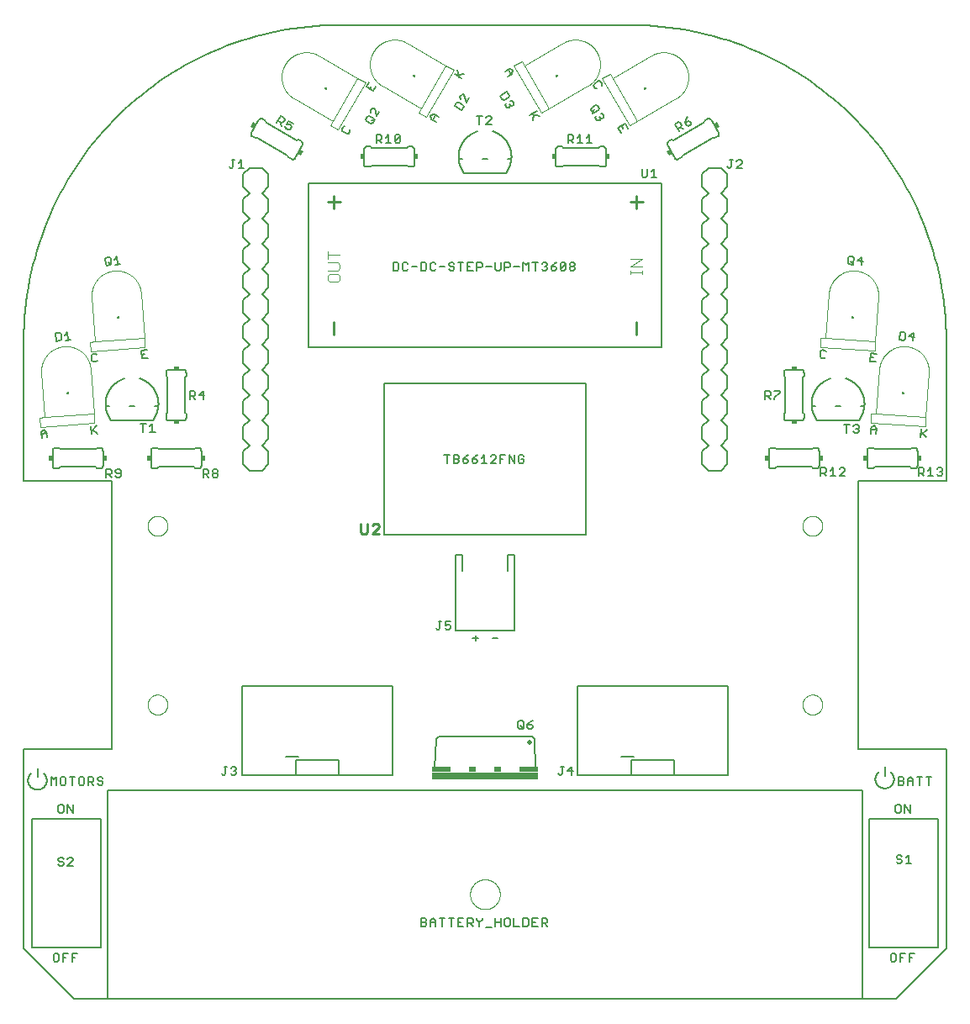
<source format=gto>
G04 EAGLE Gerber RS-274X export*
G75*
%MOMM*%
%FSLAX34Y34*%
%LPD*%
%INSilk screen CMP*%
%IPPOS*%
%AMOC8*
5,1,8,0,0,1.08239X$1,22.5*%
G01*
%ADD10C,0.152400*%
%ADD11C,0.000000*%
%ADD12C,0.203200*%
%ADD13C,0.100000*%
%ADD14R,0.381000X0.508000*%
%ADD15R,0.508000X0.381000*%
%ADD16C,0.127000*%
%ADD17C,0.101600*%
%ADD18C,0.254000*%
%ADD19C,0.508000*%
%ADD20R,10.668000X0.762000*%
%ADD21R,1.905000X0.508000*%
%ADD22R,0.762000X0.508000*%


D10*
X-464500Y-139700D02*
X-464500Y-339700D01*
X-413700Y-390500D01*
X-464500Y272000D02*
X-464407Y279672D01*
X-464129Y287339D01*
X-463666Y294998D01*
X-463018Y302643D01*
X-462185Y310270D01*
X-461168Y317875D01*
X-459968Y325453D01*
X-458585Y333000D01*
X-457020Y340511D01*
X-455274Y347983D01*
X-453348Y355410D01*
X-451243Y362788D01*
X-448960Y370113D01*
X-446502Y377381D01*
X-443868Y384587D01*
X-441060Y391728D01*
X-438082Y398798D01*
X-434933Y405795D01*
X-431616Y412713D01*
X-428132Y419550D01*
X-424485Y426300D01*
X-420675Y432960D01*
X-416706Y439526D01*
X-412579Y445994D01*
X-408297Y452361D01*
X-403863Y458622D01*
X-399278Y464774D01*
X-394547Y470814D01*
X-389670Y476737D01*
X-384652Y482541D01*
X-379495Y488223D01*
X-374203Y493777D01*
X-368777Y499203D01*
X-363223Y504495D01*
X-357541Y509652D01*
X-351737Y514670D01*
X-345814Y519547D01*
X-339774Y524278D01*
X-333622Y528863D01*
X-327361Y533297D01*
X-320994Y537579D01*
X-314526Y541706D01*
X-307960Y545675D01*
X-301300Y549485D01*
X-294550Y553132D01*
X-287713Y556616D01*
X-280795Y559933D01*
X-273798Y563082D01*
X-266728Y566060D01*
X-259587Y568868D01*
X-252381Y571502D01*
X-245113Y573960D01*
X-237788Y576243D01*
X-230410Y578348D01*
X-222983Y580274D01*
X-215511Y582020D01*
X-208000Y583585D01*
X-200453Y584968D01*
X-192875Y586168D01*
X-185270Y587185D01*
X-177643Y588018D01*
X-169998Y588666D01*
X-162339Y589129D01*
X-154672Y589407D01*
X-147000Y589500D01*
X147000Y589500D01*
X154672Y589407D01*
X162339Y589129D01*
X169998Y588666D01*
X177643Y588018D01*
X185270Y587185D01*
X192875Y586168D01*
X200453Y584968D01*
X208000Y583585D01*
X215511Y582020D01*
X222983Y580274D01*
X230410Y578348D01*
X237788Y576243D01*
X245113Y573960D01*
X252381Y571502D01*
X259587Y568868D01*
X266728Y566060D01*
X273798Y563082D01*
X280795Y559933D01*
X287713Y556616D01*
X294550Y553132D01*
X301300Y549485D01*
X307960Y545675D01*
X314526Y541706D01*
X320994Y537579D01*
X327361Y533297D01*
X333622Y528863D01*
X339774Y524278D01*
X345814Y519547D01*
X351737Y514670D01*
X357541Y509652D01*
X363223Y504495D01*
X368777Y499203D01*
X374203Y493777D01*
X379495Y488223D01*
X384652Y482541D01*
X389670Y476737D01*
X394547Y470814D01*
X399278Y464774D01*
X403863Y458622D01*
X408297Y452361D01*
X412579Y445994D01*
X416706Y439526D01*
X420675Y432960D01*
X424485Y426300D01*
X428132Y419550D01*
X431616Y412713D01*
X434933Y405795D01*
X438082Y398798D01*
X441060Y391728D01*
X443868Y384587D01*
X446502Y377381D01*
X448960Y370113D01*
X451243Y362788D01*
X453348Y355410D01*
X455274Y347983D01*
X457020Y340511D01*
X458585Y333000D01*
X459968Y325453D01*
X461168Y317875D01*
X462185Y310270D01*
X463018Y302643D01*
X463666Y294998D01*
X464129Y287339D01*
X464407Y279672D01*
X464500Y272000D01*
X-464500Y272000D02*
X-464500Y130300D01*
X-375600Y130300D01*
X-375600Y-139700D01*
X-464500Y-139700D01*
X375600Y-139700D02*
X464500Y-139700D01*
X375600Y-139700D02*
X375600Y130300D01*
X464500Y130300D01*
X464500Y272000D01*
X413700Y-390500D02*
X-413700Y-390500D01*
X413700Y-390500D02*
X464500Y-339700D01*
X464500Y-139700D01*
D11*
X-339825Y85300D02*
X-339822Y85545D01*
X-339813Y85791D01*
X-339798Y86036D01*
X-339777Y86280D01*
X-339750Y86524D01*
X-339717Y86767D01*
X-339678Y87010D01*
X-339633Y87251D01*
X-339582Y87491D01*
X-339525Y87730D01*
X-339463Y87967D01*
X-339394Y88203D01*
X-339320Y88437D01*
X-339240Y88669D01*
X-339155Y88899D01*
X-339064Y89127D01*
X-338967Y89352D01*
X-338865Y89576D01*
X-338757Y89796D01*
X-338644Y90014D01*
X-338526Y90229D01*
X-338402Y90441D01*
X-338274Y90650D01*
X-338140Y90856D01*
X-338001Y91058D01*
X-337857Y91257D01*
X-337708Y91452D01*
X-337555Y91644D01*
X-337397Y91832D01*
X-337235Y92016D01*
X-337067Y92195D01*
X-336896Y92371D01*
X-336720Y92542D01*
X-336541Y92710D01*
X-336357Y92872D01*
X-336169Y93030D01*
X-335977Y93183D01*
X-335782Y93332D01*
X-335583Y93476D01*
X-335381Y93615D01*
X-335175Y93749D01*
X-334966Y93877D01*
X-334754Y94001D01*
X-334539Y94119D01*
X-334321Y94232D01*
X-334101Y94340D01*
X-333877Y94442D01*
X-333652Y94539D01*
X-333424Y94630D01*
X-333194Y94715D01*
X-332962Y94795D01*
X-332728Y94869D01*
X-332492Y94938D01*
X-332255Y95000D01*
X-332016Y95057D01*
X-331776Y95108D01*
X-331535Y95153D01*
X-331292Y95192D01*
X-331049Y95225D01*
X-330805Y95252D01*
X-330561Y95273D01*
X-330316Y95288D01*
X-330070Y95297D01*
X-329825Y95300D01*
X-329580Y95297D01*
X-329334Y95288D01*
X-329089Y95273D01*
X-328845Y95252D01*
X-328601Y95225D01*
X-328358Y95192D01*
X-328115Y95153D01*
X-327874Y95108D01*
X-327634Y95057D01*
X-327395Y95000D01*
X-327158Y94938D01*
X-326922Y94869D01*
X-326688Y94795D01*
X-326456Y94715D01*
X-326226Y94630D01*
X-325998Y94539D01*
X-325773Y94442D01*
X-325549Y94340D01*
X-325329Y94232D01*
X-325111Y94119D01*
X-324896Y94001D01*
X-324684Y93877D01*
X-324475Y93749D01*
X-324269Y93615D01*
X-324067Y93476D01*
X-323868Y93332D01*
X-323673Y93183D01*
X-323481Y93030D01*
X-323293Y92872D01*
X-323109Y92710D01*
X-322930Y92542D01*
X-322754Y92371D01*
X-322583Y92195D01*
X-322415Y92016D01*
X-322253Y91832D01*
X-322095Y91644D01*
X-321942Y91452D01*
X-321793Y91257D01*
X-321649Y91058D01*
X-321510Y90856D01*
X-321376Y90650D01*
X-321248Y90441D01*
X-321124Y90229D01*
X-321006Y90014D01*
X-320893Y89796D01*
X-320785Y89576D01*
X-320683Y89352D01*
X-320586Y89127D01*
X-320495Y88899D01*
X-320410Y88669D01*
X-320330Y88437D01*
X-320256Y88203D01*
X-320187Y87967D01*
X-320125Y87730D01*
X-320068Y87491D01*
X-320017Y87251D01*
X-319972Y87010D01*
X-319933Y86767D01*
X-319900Y86524D01*
X-319873Y86280D01*
X-319852Y86036D01*
X-319837Y85791D01*
X-319828Y85545D01*
X-319825Y85300D01*
X-319828Y85055D01*
X-319837Y84809D01*
X-319852Y84564D01*
X-319873Y84320D01*
X-319900Y84076D01*
X-319933Y83833D01*
X-319972Y83590D01*
X-320017Y83349D01*
X-320068Y83109D01*
X-320125Y82870D01*
X-320187Y82633D01*
X-320256Y82397D01*
X-320330Y82163D01*
X-320410Y81931D01*
X-320495Y81701D01*
X-320586Y81473D01*
X-320683Y81248D01*
X-320785Y81024D01*
X-320893Y80804D01*
X-321006Y80586D01*
X-321124Y80371D01*
X-321248Y80159D01*
X-321376Y79950D01*
X-321510Y79744D01*
X-321649Y79542D01*
X-321793Y79343D01*
X-321942Y79148D01*
X-322095Y78956D01*
X-322253Y78768D01*
X-322415Y78584D01*
X-322583Y78405D01*
X-322754Y78229D01*
X-322930Y78058D01*
X-323109Y77890D01*
X-323293Y77728D01*
X-323481Y77570D01*
X-323673Y77417D01*
X-323868Y77268D01*
X-324067Y77124D01*
X-324269Y76985D01*
X-324475Y76851D01*
X-324684Y76723D01*
X-324896Y76599D01*
X-325111Y76481D01*
X-325329Y76368D01*
X-325549Y76260D01*
X-325773Y76158D01*
X-325998Y76061D01*
X-326226Y75970D01*
X-326456Y75885D01*
X-326688Y75805D01*
X-326922Y75731D01*
X-327158Y75662D01*
X-327395Y75600D01*
X-327634Y75543D01*
X-327874Y75492D01*
X-328115Y75447D01*
X-328358Y75408D01*
X-328601Y75375D01*
X-328845Y75348D01*
X-329089Y75327D01*
X-329334Y75312D01*
X-329580Y75303D01*
X-329825Y75300D01*
X-330070Y75303D01*
X-330316Y75312D01*
X-330561Y75327D01*
X-330805Y75348D01*
X-331049Y75375D01*
X-331292Y75408D01*
X-331535Y75447D01*
X-331776Y75492D01*
X-332016Y75543D01*
X-332255Y75600D01*
X-332492Y75662D01*
X-332728Y75731D01*
X-332962Y75805D01*
X-333194Y75885D01*
X-333424Y75970D01*
X-333652Y76061D01*
X-333877Y76158D01*
X-334101Y76260D01*
X-334321Y76368D01*
X-334539Y76481D01*
X-334754Y76599D01*
X-334966Y76723D01*
X-335175Y76851D01*
X-335381Y76985D01*
X-335583Y77124D01*
X-335782Y77268D01*
X-335977Y77417D01*
X-336169Y77570D01*
X-336357Y77728D01*
X-336541Y77890D01*
X-336720Y78058D01*
X-336896Y78229D01*
X-337067Y78405D01*
X-337235Y78584D01*
X-337397Y78768D01*
X-337555Y78956D01*
X-337708Y79148D01*
X-337857Y79343D01*
X-338001Y79542D01*
X-338140Y79744D01*
X-338274Y79950D01*
X-338402Y80159D01*
X-338526Y80371D01*
X-338644Y80586D01*
X-338757Y80804D01*
X-338865Y81024D01*
X-338967Y81248D01*
X-339064Y81473D01*
X-339155Y81701D01*
X-339240Y81931D01*
X-339320Y82163D01*
X-339394Y82397D01*
X-339463Y82633D01*
X-339525Y82870D01*
X-339582Y83109D01*
X-339633Y83349D01*
X-339678Y83590D01*
X-339717Y83833D01*
X-339750Y84076D01*
X-339777Y84320D01*
X-339798Y84564D01*
X-339813Y84809D01*
X-339822Y85055D01*
X-339825Y85300D01*
X-339825Y-94700D02*
X-339822Y-94455D01*
X-339813Y-94209D01*
X-339798Y-93964D01*
X-339777Y-93720D01*
X-339750Y-93476D01*
X-339717Y-93233D01*
X-339678Y-92990D01*
X-339633Y-92749D01*
X-339582Y-92509D01*
X-339525Y-92270D01*
X-339463Y-92033D01*
X-339394Y-91797D01*
X-339320Y-91563D01*
X-339240Y-91331D01*
X-339155Y-91101D01*
X-339064Y-90873D01*
X-338967Y-90648D01*
X-338865Y-90424D01*
X-338757Y-90204D01*
X-338644Y-89986D01*
X-338526Y-89771D01*
X-338402Y-89559D01*
X-338274Y-89350D01*
X-338140Y-89144D01*
X-338001Y-88942D01*
X-337857Y-88743D01*
X-337708Y-88548D01*
X-337555Y-88356D01*
X-337397Y-88168D01*
X-337235Y-87984D01*
X-337067Y-87805D01*
X-336896Y-87629D01*
X-336720Y-87458D01*
X-336541Y-87290D01*
X-336357Y-87128D01*
X-336169Y-86970D01*
X-335977Y-86817D01*
X-335782Y-86668D01*
X-335583Y-86524D01*
X-335381Y-86385D01*
X-335175Y-86251D01*
X-334966Y-86123D01*
X-334754Y-85999D01*
X-334539Y-85881D01*
X-334321Y-85768D01*
X-334101Y-85660D01*
X-333877Y-85558D01*
X-333652Y-85461D01*
X-333424Y-85370D01*
X-333194Y-85285D01*
X-332962Y-85205D01*
X-332728Y-85131D01*
X-332492Y-85062D01*
X-332255Y-85000D01*
X-332016Y-84943D01*
X-331776Y-84892D01*
X-331535Y-84847D01*
X-331292Y-84808D01*
X-331049Y-84775D01*
X-330805Y-84748D01*
X-330561Y-84727D01*
X-330316Y-84712D01*
X-330070Y-84703D01*
X-329825Y-84700D01*
X-329580Y-84703D01*
X-329334Y-84712D01*
X-329089Y-84727D01*
X-328845Y-84748D01*
X-328601Y-84775D01*
X-328358Y-84808D01*
X-328115Y-84847D01*
X-327874Y-84892D01*
X-327634Y-84943D01*
X-327395Y-85000D01*
X-327158Y-85062D01*
X-326922Y-85131D01*
X-326688Y-85205D01*
X-326456Y-85285D01*
X-326226Y-85370D01*
X-325998Y-85461D01*
X-325773Y-85558D01*
X-325549Y-85660D01*
X-325329Y-85768D01*
X-325111Y-85881D01*
X-324896Y-85999D01*
X-324684Y-86123D01*
X-324475Y-86251D01*
X-324269Y-86385D01*
X-324067Y-86524D01*
X-323868Y-86668D01*
X-323673Y-86817D01*
X-323481Y-86970D01*
X-323293Y-87128D01*
X-323109Y-87290D01*
X-322930Y-87458D01*
X-322754Y-87629D01*
X-322583Y-87805D01*
X-322415Y-87984D01*
X-322253Y-88168D01*
X-322095Y-88356D01*
X-321942Y-88548D01*
X-321793Y-88743D01*
X-321649Y-88942D01*
X-321510Y-89144D01*
X-321376Y-89350D01*
X-321248Y-89559D01*
X-321124Y-89771D01*
X-321006Y-89986D01*
X-320893Y-90204D01*
X-320785Y-90424D01*
X-320683Y-90648D01*
X-320586Y-90873D01*
X-320495Y-91101D01*
X-320410Y-91331D01*
X-320330Y-91563D01*
X-320256Y-91797D01*
X-320187Y-92033D01*
X-320125Y-92270D01*
X-320068Y-92509D01*
X-320017Y-92749D01*
X-319972Y-92990D01*
X-319933Y-93233D01*
X-319900Y-93476D01*
X-319873Y-93720D01*
X-319852Y-93964D01*
X-319837Y-94209D01*
X-319828Y-94455D01*
X-319825Y-94700D01*
X-319828Y-94945D01*
X-319837Y-95191D01*
X-319852Y-95436D01*
X-319873Y-95680D01*
X-319900Y-95924D01*
X-319933Y-96167D01*
X-319972Y-96410D01*
X-320017Y-96651D01*
X-320068Y-96891D01*
X-320125Y-97130D01*
X-320187Y-97367D01*
X-320256Y-97603D01*
X-320330Y-97837D01*
X-320410Y-98069D01*
X-320495Y-98299D01*
X-320586Y-98527D01*
X-320683Y-98752D01*
X-320785Y-98976D01*
X-320893Y-99196D01*
X-321006Y-99414D01*
X-321124Y-99629D01*
X-321248Y-99841D01*
X-321376Y-100050D01*
X-321510Y-100256D01*
X-321649Y-100458D01*
X-321793Y-100657D01*
X-321942Y-100852D01*
X-322095Y-101044D01*
X-322253Y-101232D01*
X-322415Y-101416D01*
X-322583Y-101595D01*
X-322754Y-101771D01*
X-322930Y-101942D01*
X-323109Y-102110D01*
X-323293Y-102272D01*
X-323481Y-102430D01*
X-323673Y-102583D01*
X-323868Y-102732D01*
X-324067Y-102876D01*
X-324269Y-103015D01*
X-324475Y-103149D01*
X-324684Y-103277D01*
X-324896Y-103401D01*
X-325111Y-103519D01*
X-325329Y-103632D01*
X-325549Y-103740D01*
X-325773Y-103842D01*
X-325998Y-103939D01*
X-326226Y-104030D01*
X-326456Y-104115D01*
X-326688Y-104195D01*
X-326922Y-104269D01*
X-327158Y-104338D01*
X-327395Y-104400D01*
X-327634Y-104457D01*
X-327874Y-104508D01*
X-328115Y-104553D01*
X-328358Y-104592D01*
X-328601Y-104625D01*
X-328845Y-104652D01*
X-329089Y-104673D01*
X-329334Y-104688D01*
X-329580Y-104697D01*
X-329825Y-104700D01*
X-330070Y-104697D01*
X-330316Y-104688D01*
X-330561Y-104673D01*
X-330805Y-104652D01*
X-331049Y-104625D01*
X-331292Y-104592D01*
X-331535Y-104553D01*
X-331776Y-104508D01*
X-332016Y-104457D01*
X-332255Y-104400D01*
X-332492Y-104338D01*
X-332728Y-104269D01*
X-332962Y-104195D01*
X-333194Y-104115D01*
X-333424Y-104030D01*
X-333652Y-103939D01*
X-333877Y-103842D01*
X-334101Y-103740D01*
X-334321Y-103632D01*
X-334539Y-103519D01*
X-334754Y-103401D01*
X-334966Y-103277D01*
X-335175Y-103149D01*
X-335381Y-103015D01*
X-335583Y-102876D01*
X-335782Y-102732D01*
X-335977Y-102583D01*
X-336169Y-102430D01*
X-336357Y-102272D01*
X-336541Y-102110D01*
X-336720Y-101942D01*
X-336896Y-101771D01*
X-337067Y-101595D01*
X-337235Y-101416D01*
X-337397Y-101232D01*
X-337555Y-101044D01*
X-337708Y-100852D01*
X-337857Y-100657D01*
X-338001Y-100458D01*
X-338140Y-100256D01*
X-338274Y-100050D01*
X-338402Y-99841D01*
X-338526Y-99629D01*
X-338644Y-99414D01*
X-338757Y-99196D01*
X-338865Y-98976D01*
X-338967Y-98752D01*
X-339064Y-98527D01*
X-339155Y-98299D01*
X-339240Y-98069D01*
X-339320Y-97837D01*
X-339394Y-97603D01*
X-339463Y-97367D01*
X-339525Y-97130D01*
X-339582Y-96891D01*
X-339633Y-96651D01*
X-339678Y-96410D01*
X-339717Y-96167D01*
X-339750Y-95924D01*
X-339777Y-95680D01*
X-339798Y-95436D01*
X-339813Y-95191D01*
X-339822Y-94945D01*
X-339825Y-94700D01*
X319825Y-94700D02*
X319828Y-94455D01*
X319837Y-94209D01*
X319852Y-93964D01*
X319873Y-93720D01*
X319900Y-93476D01*
X319933Y-93233D01*
X319972Y-92990D01*
X320017Y-92749D01*
X320068Y-92509D01*
X320125Y-92270D01*
X320187Y-92033D01*
X320256Y-91797D01*
X320330Y-91563D01*
X320410Y-91331D01*
X320495Y-91101D01*
X320586Y-90873D01*
X320683Y-90648D01*
X320785Y-90424D01*
X320893Y-90204D01*
X321006Y-89986D01*
X321124Y-89771D01*
X321248Y-89559D01*
X321376Y-89350D01*
X321510Y-89144D01*
X321649Y-88942D01*
X321793Y-88743D01*
X321942Y-88548D01*
X322095Y-88356D01*
X322253Y-88168D01*
X322415Y-87984D01*
X322583Y-87805D01*
X322754Y-87629D01*
X322930Y-87458D01*
X323109Y-87290D01*
X323293Y-87128D01*
X323481Y-86970D01*
X323673Y-86817D01*
X323868Y-86668D01*
X324067Y-86524D01*
X324269Y-86385D01*
X324475Y-86251D01*
X324684Y-86123D01*
X324896Y-85999D01*
X325111Y-85881D01*
X325329Y-85768D01*
X325549Y-85660D01*
X325773Y-85558D01*
X325998Y-85461D01*
X326226Y-85370D01*
X326456Y-85285D01*
X326688Y-85205D01*
X326922Y-85131D01*
X327158Y-85062D01*
X327395Y-85000D01*
X327634Y-84943D01*
X327874Y-84892D01*
X328115Y-84847D01*
X328358Y-84808D01*
X328601Y-84775D01*
X328845Y-84748D01*
X329089Y-84727D01*
X329334Y-84712D01*
X329580Y-84703D01*
X329825Y-84700D01*
X330070Y-84703D01*
X330316Y-84712D01*
X330561Y-84727D01*
X330805Y-84748D01*
X331049Y-84775D01*
X331292Y-84808D01*
X331535Y-84847D01*
X331776Y-84892D01*
X332016Y-84943D01*
X332255Y-85000D01*
X332492Y-85062D01*
X332728Y-85131D01*
X332962Y-85205D01*
X333194Y-85285D01*
X333424Y-85370D01*
X333652Y-85461D01*
X333877Y-85558D01*
X334101Y-85660D01*
X334321Y-85768D01*
X334539Y-85881D01*
X334754Y-85999D01*
X334966Y-86123D01*
X335175Y-86251D01*
X335381Y-86385D01*
X335583Y-86524D01*
X335782Y-86668D01*
X335977Y-86817D01*
X336169Y-86970D01*
X336357Y-87128D01*
X336541Y-87290D01*
X336720Y-87458D01*
X336896Y-87629D01*
X337067Y-87805D01*
X337235Y-87984D01*
X337397Y-88168D01*
X337555Y-88356D01*
X337708Y-88548D01*
X337857Y-88743D01*
X338001Y-88942D01*
X338140Y-89144D01*
X338274Y-89350D01*
X338402Y-89559D01*
X338526Y-89771D01*
X338644Y-89986D01*
X338757Y-90204D01*
X338865Y-90424D01*
X338967Y-90648D01*
X339064Y-90873D01*
X339155Y-91101D01*
X339240Y-91331D01*
X339320Y-91563D01*
X339394Y-91797D01*
X339463Y-92033D01*
X339525Y-92270D01*
X339582Y-92509D01*
X339633Y-92749D01*
X339678Y-92990D01*
X339717Y-93233D01*
X339750Y-93476D01*
X339777Y-93720D01*
X339798Y-93964D01*
X339813Y-94209D01*
X339822Y-94455D01*
X339825Y-94700D01*
X339822Y-94945D01*
X339813Y-95191D01*
X339798Y-95436D01*
X339777Y-95680D01*
X339750Y-95924D01*
X339717Y-96167D01*
X339678Y-96410D01*
X339633Y-96651D01*
X339582Y-96891D01*
X339525Y-97130D01*
X339463Y-97367D01*
X339394Y-97603D01*
X339320Y-97837D01*
X339240Y-98069D01*
X339155Y-98299D01*
X339064Y-98527D01*
X338967Y-98752D01*
X338865Y-98976D01*
X338757Y-99196D01*
X338644Y-99414D01*
X338526Y-99629D01*
X338402Y-99841D01*
X338274Y-100050D01*
X338140Y-100256D01*
X338001Y-100458D01*
X337857Y-100657D01*
X337708Y-100852D01*
X337555Y-101044D01*
X337397Y-101232D01*
X337235Y-101416D01*
X337067Y-101595D01*
X336896Y-101771D01*
X336720Y-101942D01*
X336541Y-102110D01*
X336357Y-102272D01*
X336169Y-102430D01*
X335977Y-102583D01*
X335782Y-102732D01*
X335583Y-102876D01*
X335381Y-103015D01*
X335175Y-103149D01*
X334966Y-103277D01*
X334754Y-103401D01*
X334539Y-103519D01*
X334321Y-103632D01*
X334101Y-103740D01*
X333877Y-103842D01*
X333652Y-103939D01*
X333424Y-104030D01*
X333194Y-104115D01*
X332962Y-104195D01*
X332728Y-104269D01*
X332492Y-104338D01*
X332255Y-104400D01*
X332016Y-104457D01*
X331776Y-104508D01*
X331535Y-104553D01*
X331292Y-104592D01*
X331049Y-104625D01*
X330805Y-104652D01*
X330561Y-104673D01*
X330316Y-104688D01*
X330070Y-104697D01*
X329825Y-104700D01*
X329580Y-104697D01*
X329334Y-104688D01*
X329089Y-104673D01*
X328845Y-104652D01*
X328601Y-104625D01*
X328358Y-104592D01*
X328115Y-104553D01*
X327874Y-104508D01*
X327634Y-104457D01*
X327395Y-104400D01*
X327158Y-104338D01*
X326922Y-104269D01*
X326688Y-104195D01*
X326456Y-104115D01*
X326226Y-104030D01*
X325998Y-103939D01*
X325773Y-103842D01*
X325549Y-103740D01*
X325329Y-103632D01*
X325111Y-103519D01*
X324896Y-103401D01*
X324684Y-103277D01*
X324475Y-103149D01*
X324269Y-103015D01*
X324067Y-102876D01*
X323868Y-102732D01*
X323673Y-102583D01*
X323481Y-102430D01*
X323293Y-102272D01*
X323109Y-102110D01*
X322930Y-101942D01*
X322754Y-101771D01*
X322583Y-101595D01*
X322415Y-101416D01*
X322253Y-101232D01*
X322095Y-101044D01*
X321942Y-100852D01*
X321793Y-100657D01*
X321649Y-100458D01*
X321510Y-100256D01*
X321376Y-100050D01*
X321248Y-99841D01*
X321124Y-99629D01*
X321006Y-99414D01*
X320893Y-99196D01*
X320785Y-98976D01*
X320683Y-98752D01*
X320586Y-98527D01*
X320495Y-98299D01*
X320410Y-98069D01*
X320330Y-97837D01*
X320256Y-97603D01*
X320187Y-97367D01*
X320125Y-97130D01*
X320068Y-96891D01*
X320017Y-96651D01*
X319972Y-96410D01*
X319933Y-96167D01*
X319900Y-95924D01*
X319873Y-95680D01*
X319852Y-95436D01*
X319837Y-95191D01*
X319828Y-94945D01*
X319825Y-94700D01*
X319825Y85300D02*
X319828Y85545D01*
X319837Y85791D01*
X319852Y86036D01*
X319873Y86280D01*
X319900Y86524D01*
X319933Y86767D01*
X319972Y87010D01*
X320017Y87251D01*
X320068Y87491D01*
X320125Y87730D01*
X320187Y87967D01*
X320256Y88203D01*
X320330Y88437D01*
X320410Y88669D01*
X320495Y88899D01*
X320586Y89127D01*
X320683Y89352D01*
X320785Y89576D01*
X320893Y89796D01*
X321006Y90014D01*
X321124Y90229D01*
X321248Y90441D01*
X321376Y90650D01*
X321510Y90856D01*
X321649Y91058D01*
X321793Y91257D01*
X321942Y91452D01*
X322095Y91644D01*
X322253Y91832D01*
X322415Y92016D01*
X322583Y92195D01*
X322754Y92371D01*
X322930Y92542D01*
X323109Y92710D01*
X323293Y92872D01*
X323481Y93030D01*
X323673Y93183D01*
X323868Y93332D01*
X324067Y93476D01*
X324269Y93615D01*
X324475Y93749D01*
X324684Y93877D01*
X324896Y94001D01*
X325111Y94119D01*
X325329Y94232D01*
X325549Y94340D01*
X325773Y94442D01*
X325998Y94539D01*
X326226Y94630D01*
X326456Y94715D01*
X326688Y94795D01*
X326922Y94869D01*
X327158Y94938D01*
X327395Y95000D01*
X327634Y95057D01*
X327874Y95108D01*
X328115Y95153D01*
X328358Y95192D01*
X328601Y95225D01*
X328845Y95252D01*
X329089Y95273D01*
X329334Y95288D01*
X329580Y95297D01*
X329825Y95300D01*
X330070Y95297D01*
X330316Y95288D01*
X330561Y95273D01*
X330805Y95252D01*
X331049Y95225D01*
X331292Y95192D01*
X331535Y95153D01*
X331776Y95108D01*
X332016Y95057D01*
X332255Y95000D01*
X332492Y94938D01*
X332728Y94869D01*
X332962Y94795D01*
X333194Y94715D01*
X333424Y94630D01*
X333652Y94539D01*
X333877Y94442D01*
X334101Y94340D01*
X334321Y94232D01*
X334539Y94119D01*
X334754Y94001D01*
X334966Y93877D01*
X335175Y93749D01*
X335381Y93615D01*
X335583Y93476D01*
X335782Y93332D01*
X335977Y93183D01*
X336169Y93030D01*
X336357Y92872D01*
X336541Y92710D01*
X336720Y92542D01*
X336896Y92371D01*
X337067Y92195D01*
X337235Y92016D01*
X337397Y91832D01*
X337555Y91644D01*
X337708Y91452D01*
X337857Y91257D01*
X338001Y91058D01*
X338140Y90856D01*
X338274Y90650D01*
X338402Y90441D01*
X338526Y90229D01*
X338644Y90014D01*
X338757Y89796D01*
X338865Y89576D01*
X338967Y89352D01*
X339064Y89127D01*
X339155Y88899D01*
X339240Y88669D01*
X339320Y88437D01*
X339394Y88203D01*
X339463Y87967D01*
X339525Y87730D01*
X339582Y87491D01*
X339633Y87251D01*
X339678Y87010D01*
X339717Y86767D01*
X339750Y86524D01*
X339777Y86280D01*
X339798Y86036D01*
X339813Y85791D01*
X339822Y85545D01*
X339825Y85300D01*
X339822Y85055D01*
X339813Y84809D01*
X339798Y84564D01*
X339777Y84320D01*
X339750Y84076D01*
X339717Y83833D01*
X339678Y83590D01*
X339633Y83349D01*
X339582Y83109D01*
X339525Y82870D01*
X339463Y82633D01*
X339394Y82397D01*
X339320Y82163D01*
X339240Y81931D01*
X339155Y81701D01*
X339064Y81473D01*
X338967Y81248D01*
X338865Y81024D01*
X338757Y80804D01*
X338644Y80586D01*
X338526Y80371D01*
X338402Y80159D01*
X338274Y79950D01*
X338140Y79744D01*
X338001Y79542D01*
X337857Y79343D01*
X337708Y79148D01*
X337555Y78956D01*
X337397Y78768D01*
X337235Y78584D01*
X337067Y78405D01*
X336896Y78229D01*
X336720Y78058D01*
X336541Y77890D01*
X336357Y77728D01*
X336169Y77570D01*
X335977Y77417D01*
X335782Y77268D01*
X335583Y77124D01*
X335381Y76985D01*
X335175Y76851D01*
X334966Y76723D01*
X334754Y76599D01*
X334539Y76481D01*
X334321Y76368D01*
X334101Y76260D01*
X333877Y76158D01*
X333652Y76061D01*
X333424Y75970D01*
X333194Y75885D01*
X332962Y75805D01*
X332728Y75731D01*
X332492Y75662D01*
X332255Y75600D01*
X332016Y75543D01*
X331776Y75492D01*
X331535Y75447D01*
X331292Y75408D01*
X331049Y75375D01*
X330805Y75348D01*
X330561Y75327D01*
X330316Y75312D01*
X330070Y75303D01*
X329825Y75300D01*
X329580Y75303D01*
X329334Y75312D01*
X329089Y75327D01*
X328845Y75348D01*
X328601Y75375D01*
X328358Y75408D01*
X328115Y75447D01*
X327874Y75492D01*
X327634Y75543D01*
X327395Y75600D01*
X327158Y75662D01*
X326922Y75731D01*
X326688Y75805D01*
X326456Y75885D01*
X326226Y75970D01*
X325998Y76061D01*
X325773Y76158D01*
X325549Y76260D01*
X325329Y76368D01*
X325111Y76481D01*
X324896Y76599D01*
X324684Y76723D01*
X324475Y76851D01*
X324269Y76985D01*
X324067Y77124D01*
X323868Y77268D01*
X323673Y77417D01*
X323481Y77570D01*
X323293Y77728D01*
X323109Y77890D01*
X322930Y78058D01*
X322754Y78229D01*
X322583Y78405D01*
X322415Y78584D01*
X322253Y78768D01*
X322095Y78956D01*
X321942Y79148D01*
X321793Y79343D01*
X321649Y79542D01*
X321510Y79744D01*
X321376Y79950D01*
X321248Y80159D01*
X321124Y80371D01*
X321006Y80586D01*
X320893Y80804D01*
X320785Y81024D01*
X320683Y81248D01*
X320586Y81473D01*
X320495Y81701D01*
X320410Y81931D01*
X320330Y82163D01*
X320256Y82397D01*
X320187Y82633D01*
X320125Y82870D01*
X320068Y83109D01*
X320017Y83349D01*
X319972Y83590D01*
X319933Y83833D01*
X319900Y84076D01*
X319873Y84320D01*
X319852Y84564D01*
X319837Y84809D01*
X319828Y85055D01*
X319825Y85300D01*
D12*
X-6968Y-27937D02*
X-12392Y-27937D01*
X-9680Y-30648D02*
X-9680Y-25225D01*
X7608Y-27937D02*
X13032Y-27937D01*
X-425912Y-195319D02*
X-428623Y-195319D01*
X-429979Y-196675D01*
X-429979Y-202098D01*
X-428623Y-203454D01*
X-425912Y-203454D01*
X-424556Y-202098D01*
X-424556Y-196675D01*
X-425912Y-195319D01*
X-420624Y-195319D02*
X-420624Y-203454D01*
X-415201Y-203454D02*
X-420624Y-195319D01*
X-415201Y-195319D02*
X-415201Y-203454D01*
X-430589Y-345179D02*
X-433301Y-345179D01*
X-434657Y-346535D01*
X-434657Y-351958D01*
X-433301Y-353314D01*
X-430589Y-353314D01*
X-429234Y-351958D01*
X-429234Y-346535D01*
X-430589Y-345179D01*
X-425302Y-345179D02*
X-425302Y-353314D01*
X-425302Y-345179D02*
X-419878Y-345179D01*
X-422590Y-349247D02*
X-425302Y-349247D01*
X-415946Y-353314D02*
X-415946Y-345179D01*
X-410523Y-345179D01*
X-413235Y-349247D02*
X-415946Y-349247D01*
X414657Y-195319D02*
X417368Y-195319D01*
X414657Y-195319D02*
X413301Y-196675D01*
X413301Y-202098D01*
X414657Y-203454D01*
X417368Y-203454D01*
X418724Y-202098D01*
X418724Y-196675D01*
X417368Y-195319D01*
X422656Y-195319D02*
X422656Y-203454D01*
X428079Y-203454D02*
X422656Y-195319D01*
X428079Y-195319D02*
X428079Y-203454D01*
X412691Y-345179D02*
X409979Y-345179D01*
X408623Y-346535D01*
X408623Y-351958D01*
X409979Y-353314D01*
X412691Y-353314D01*
X414047Y-351958D01*
X414047Y-346535D01*
X412691Y-345179D01*
X417978Y-345179D02*
X417978Y-353314D01*
X417978Y-345179D02*
X423402Y-345179D01*
X420690Y-349247D02*
X417978Y-349247D01*
X427334Y-353314D02*
X427334Y-345179D01*
X432757Y-345179D01*
X430045Y-349247D02*
X427334Y-349247D01*
X-444500Y-163830D02*
X-444331Y-163988D01*
X-444165Y-164150D01*
X-444004Y-164316D01*
X-443846Y-164486D01*
X-443693Y-164659D01*
X-443544Y-164837D01*
X-443400Y-165018D01*
X-443260Y-165202D01*
X-443125Y-165390D01*
X-442994Y-165581D01*
X-442868Y-165775D01*
X-442747Y-165973D01*
X-442630Y-166173D01*
X-442519Y-166376D01*
X-442413Y-166581D01*
X-442311Y-166790D01*
X-442215Y-167000D01*
X-442124Y-167213D01*
X-442038Y-167428D01*
X-441958Y-167645D01*
X-441883Y-167864D01*
X-441813Y-168085D01*
X-441749Y-168308D01*
X-441690Y-168532D01*
X-441637Y-168757D01*
X-441589Y-168984D01*
X-441547Y-169211D01*
X-441511Y-169440D01*
X-441480Y-169669D01*
X-441454Y-169900D01*
X-441435Y-170130D01*
X-441421Y-170361D01*
X-441413Y-170593D01*
X-441410Y-170824D01*
X-441413Y-171056D01*
X-441422Y-171287D01*
X-441436Y-171518D01*
X-441456Y-171749D01*
X-441482Y-171979D01*
X-441513Y-172208D01*
X-441550Y-172437D01*
X-441593Y-172665D01*
X-441641Y-172891D01*
X-441695Y-173116D01*
X-441754Y-173340D01*
X-441819Y-173562D01*
X-441889Y-173783D01*
X-441964Y-174002D01*
X-442045Y-174219D01*
X-442131Y-174434D01*
X-442223Y-174647D01*
X-442319Y-174857D01*
X-442421Y-175065D01*
X-442528Y-175271D01*
X-442639Y-175473D01*
X-442756Y-175673D01*
X-442878Y-175870D01*
X-443004Y-176064D01*
X-443135Y-176255D01*
X-443271Y-176443D01*
X-443411Y-176627D01*
X-443556Y-176808D01*
X-443705Y-176985D01*
X-443859Y-177158D01*
X-444016Y-177328D01*
X-444178Y-177493D01*
X-444344Y-177655D01*
X-444514Y-177812D01*
X-444687Y-177966D01*
X-444864Y-178115D01*
X-445045Y-178259D01*
X-445230Y-178400D01*
X-445417Y-178535D01*
X-445608Y-178666D01*
X-445802Y-178792D01*
X-446000Y-178914D01*
X-446200Y-179030D01*
X-446403Y-179142D01*
X-446608Y-179248D01*
X-446816Y-179350D01*
X-447027Y-179446D01*
X-447240Y-179537D01*
X-447455Y-179623D01*
X-447672Y-179704D01*
X-447891Y-179779D01*
X-448111Y-179849D01*
X-448334Y-179913D01*
X-448558Y-179972D01*
X-448783Y-180026D01*
X-449009Y-180074D01*
X-449237Y-180116D01*
X-449466Y-180153D01*
X-449695Y-180184D01*
X-449925Y-180210D01*
X-450156Y-180229D01*
X-450387Y-180244D01*
X-450618Y-180252D01*
X-450850Y-180255D01*
X-451082Y-180252D01*
X-451313Y-180244D01*
X-451544Y-180229D01*
X-451775Y-180210D01*
X-452005Y-180184D01*
X-452234Y-180153D01*
X-452463Y-180116D01*
X-452691Y-180074D01*
X-452917Y-180026D01*
X-453142Y-179972D01*
X-453366Y-179913D01*
X-453589Y-179849D01*
X-453809Y-179779D01*
X-454028Y-179704D01*
X-454245Y-179623D01*
X-454460Y-179537D01*
X-454673Y-179446D01*
X-454884Y-179350D01*
X-455092Y-179248D01*
X-455297Y-179142D01*
X-455500Y-179030D01*
X-455700Y-178914D01*
X-455898Y-178792D01*
X-456092Y-178666D01*
X-456283Y-178535D01*
X-456470Y-178400D01*
X-456655Y-178259D01*
X-456836Y-178115D01*
X-457013Y-177966D01*
X-457186Y-177812D01*
X-457356Y-177655D01*
X-457522Y-177493D01*
X-457684Y-177328D01*
X-457841Y-177158D01*
X-457995Y-176985D01*
X-458144Y-176808D01*
X-458289Y-176627D01*
X-458429Y-176443D01*
X-458565Y-176255D01*
X-458696Y-176064D01*
X-458822Y-175870D01*
X-458944Y-175673D01*
X-459061Y-175473D01*
X-459172Y-175271D01*
X-459279Y-175065D01*
X-459381Y-174857D01*
X-459477Y-174647D01*
X-459569Y-174434D01*
X-459655Y-174219D01*
X-459736Y-174002D01*
X-459811Y-173783D01*
X-459881Y-173562D01*
X-459946Y-173340D01*
X-460005Y-173116D01*
X-460059Y-172891D01*
X-460107Y-172665D01*
X-460150Y-172437D01*
X-460187Y-172208D01*
X-460218Y-171979D01*
X-460244Y-171749D01*
X-460264Y-171518D01*
X-460278Y-171287D01*
X-460287Y-171056D01*
X-460290Y-170824D01*
X-460287Y-170593D01*
X-460279Y-170361D01*
X-460265Y-170130D01*
X-460246Y-169900D01*
X-460220Y-169669D01*
X-460189Y-169440D01*
X-460153Y-169211D01*
X-460111Y-168984D01*
X-460063Y-168757D01*
X-460010Y-168532D01*
X-459951Y-168308D01*
X-459887Y-168085D01*
X-459817Y-167864D01*
X-459742Y-167645D01*
X-459662Y-167428D01*
X-459576Y-167213D01*
X-459485Y-167000D01*
X-459389Y-166790D01*
X-459287Y-166581D01*
X-459181Y-166376D01*
X-459070Y-166173D01*
X-458953Y-165973D01*
X-458832Y-165775D01*
X-458706Y-165581D01*
X-458575Y-165390D01*
X-458440Y-165202D01*
X-458300Y-165018D01*
X-458156Y-164837D01*
X-458007Y-164659D01*
X-457854Y-164486D01*
X-457696Y-164316D01*
X-457535Y-164150D01*
X-457369Y-163988D01*
X-457200Y-163830D01*
X-450850Y-167640D02*
X-450850Y-158750D01*
X-437134Y-167379D02*
X-437134Y-175514D01*
X-434422Y-170091D02*
X-437134Y-167379D01*
X-434422Y-170091D02*
X-431711Y-167379D01*
X-431711Y-175514D01*
X-426423Y-167379D02*
X-423711Y-167379D01*
X-426423Y-167379D02*
X-427779Y-168735D01*
X-427779Y-174158D01*
X-426423Y-175514D01*
X-423711Y-175514D01*
X-422356Y-174158D01*
X-422356Y-168735D01*
X-423711Y-167379D01*
X-415712Y-167379D02*
X-415712Y-175514D01*
X-418424Y-167379D02*
X-413000Y-167379D01*
X-407713Y-167379D02*
X-405001Y-167379D01*
X-407713Y-167379D02*
X-409068Y-168735D01*
X-409068Y-174158D01*
X-407713Y-175514D01*
X-405001Y-175514D01*
X-403645Y-174158D01*
X-403645Y-168735D01*
X-405001Y-167379D01*
X-399713Y-167379D02*
X-399713Y-175514D01*
X-399713Y-167379D02*
X-395646Y-167379D01*
X-394290Y-168735D01*
X-394290Y-171447D01*
X-395646Y-172802D01*
X-399713Y-172802D01*
X-397002Y-172802D02*
X-394290Y-175514D01*
X-386291Y-167379D02*
X-384935Y-168735D01*
X-386291Y-167379D02*
X-389002Y-167379D01*
X-390358Y-168735D01*
X-390358Y-170091D01*
X-389002Y-171447D01*
X-386291Y-171447D01*
X-384935Y-172802D01*
X-384935Y-174158D01*
X-386291Y-175514D01*
X-389002Y-175514D01*
X-390358Y-174158D01*
X396240Y-162560D02*
X396071Y-162718D01*
X395905Y-162880D01*
X395744Y-163046D01*
X395586Y-163216D01*
X395433Y-163389D01*
X395284Y-163567D01*
X395140Y-163748D01*
X395000Y-163932D01*
X394865Y-164120D01*
X394734Y-164311D01*
X394608Y-164505D01*
X394487Y-164703D01*
X394370Y-164903D01*
X394259Y-165106D01*
X394153Y-165311D01*
X394051Y-165520D01*
X393955Y-165730D01*
X393864Y-165943D01*
X393778Y-166158D01*
X393698Y-166375D01*
X393623Y-166594D01*
X393553Y-166815D01*
X393489Y-167038D01*
X393430Y-167262D01*
X393377Y-167487D01*
X393329Y-167714D01*
X393287Y-167941D01*
X393251Y-168170D01*
X393220Y-168399D01*
X393194Y-168630D01*
X393175Y-168860D01*
X393161Y-169091D01*
X393153Y-169323D01*
X393150Y-169554D01*
X393153Y-169786D01*
X393162Y-170017D01*
X393176Y-170248D01*
X393196Y-170479D01*
X393222Y-170709D01*
X393253Y-170938D01*
X393290Y-171167D01*
X393333Y-171395D01*
X393381Y-171621D01*
X393435Y-171846D01*
X393494Y-172070D01*
X393559Y-172292D01*
X393629Y-172513D01*
X393704Y-172732D01*
X393785Y-172949D01*
X393871Y-173164D01*
X393963Y-173377D01*
X394059Y-173587D01*
X394161Y-173795D01*
X394268Y-174001D01*
X394379Y-174203D01*
X394496Y-174403D01*
X394618Y-174600D01*
X394744Y-174794D01*
X394875Y-174985D01*
X395011Y-175173D01*
X395151Y-175357D01*
X395296Y-175538D01*
X395445Y-175715D01*
X395599Y-175888D01*
X395756Y-176058D01*
X395918Y-176223D01*
X396084Y-176385D01*
X396254Y-176542D01*
X396427Y-176696D01*
X396604Y-176845D01*
X396785Y-176989D01*
X396970Y-177130D01*
X397157Y-177265D01*
X397348Y-177396D01*
X397542Y-177522D01*
X397740Y-177644D01*
X397940Y-177760D01*
X398143Y-177872D01*
X398348Y-177978D01*
X398556Y-178080D01*
X398767Y-178176D01*
X398980Y-178267D01*
X399195Y-178353D01*
X399412Y-178434D01*
X399631Y-178509D01*
X399851Y-178579D01*
X400074Y-178643D01*
X400298Y-178702D01*
X400523Y-178756D01*
X400749Y-178804D01*
X400977Y-178846D01*
X401206Y-178883D01*
X401435Y-178914D01*
X401665Y-178940D01*
X401896Y-178959D01*
X402127Y-178974D01*
X402358Y-178982D01*
X402590Y-178985D01*
X402822Y-178982D01*
X403053Y-178974D01*
X403284Y-178959D01*
X403515Y-178940D01*
X403745Y-178914D01*
X403974Y-178883D01*
X404203Y-178846D01*
X404431Y-178804D01*
X404657Y-178756D01*
X404882Y-178702D01*
X405106Y-178643D01*
X405329Y-178579D01*
X405549Y-178509D01*
X405768Y-178434D01*
X405985Y-178353D01*
X406200Y-178267D01*
X406413Y-178176D01*
X406624Y-178080D01*
X406832Y-177978D01*
X407037Y-177872D01*
X407240Y-177760D01*
X407440Y-177644D01*
X407638Y-177522D01*
X407832Y-177396D01*
X408023Y-177265D01*
X408210Y-177130D01*
X408395Y-176989D01*
X408576Y-176845D01*
X408753Y-176696D01*
X408926Y-176542D01*
X409096Y-176385D01*
X409262Y-176223D01*
X409424Y-176058D01*
X409581Y-175888D01*
X409735Y-175715D01*
X409884Y-175538D01*
X410029Y-175357D01*
X410169Y-175173D01*
X410305Y-174985D01*
X410436Y-174794D01*
X410562Y-174600D01*
X410684Y-174403D01*
X410801Y-174203D01*
X410912Y-174001D01*
X411019Y-173795D01*
X411121Y-173587D01*
X411217Y-173377D01*
X411309Y-173164D01*
X411395Y-172949D01*
X411476Y-172732D01*
X411551Y-172513D01*
X411621Y-172292D01*
X411686Y-172070D01*
X411745Y-171846D01*
X411799Y-171621D01*
X411847Y-171395D01*
X411890Y-171167D01*
X411927Y-170938D01*
X411958Y-170709D01*
X411984Y-170479D01*
X412004Y-170248D01*
X412018Y-170017D01*
X412027Y-169786D01*
X412030Y-169554D01*
X412027Y-169323D01*
X412019Y-169091D01*
X412005Y-168860D01*
X411986Y-168630D01*
X411960Y-168399D01*
X411929Y-168170D01*
X411893Y-167941D01*
X411851Y-167714D01*
X411803Y-167487D01*
X411750Y-167262D01*
X411691Y-167038D01*
X411627Y-166815D01*
X411557Y-166594D01*
X411482Y-166375D01*
X411402Y-166158D01*
X411316Y-165943D01*
X411225Y-165730D01*
X411129Y-165520D01*
X411027Y-165311D01*
X410921Y-165106D01*
X410810Y-164903D01*
X410693Y-164703D01*
X410572Y-164505D01*
X410446Y-164311D01*
X410315Y-164120D01*
X410180Y-163932D01*
X410040Y-163748D01*
X409896Y-163567D01*
X409747Y-163389D01*
X409594Y-163216D01*
X409436Y-163046D01*
X409275Y-162880D01*
X409109Y-162718D01*
X408940Y-162560D01*
X402590Y-166370D02*
X402590Y-157480D01*
X416306Y-167379D02*
X416306Y-175514D01*
X416306Y-167379D02*
X420373Y-167379D01*
X421729Y-168735D01*
X421729Y-170091D01*
X420373Y-171447D01*
X421729Y-172802D01*
X421729Y-174158D01*
X420373Y-175514D01*
X416306Y-175514D01*
X416306Y-171447D02*
X420373Y-171447D01*
X425661Y-170091D02*
X425661Y-175514D01*
X425661Y-170091D02*
X428373Y-167379D01*
X431084Y-170091D01*
X431084Y-175514D01*
X431084Y-171447D02*
X425661Y-171447D01*
X437728Y-175514D02*
X437728Y-167379D01*
X435016Y-167379D02*
X440440Y-167379D01*
X447083Y-167379D02*
X447083Y-175514D01*
X444372Y-167379D02*
X449795Y-167379D01*
D13*
X-421351Y219245D02*
X-421349Y219301D01*
X-421343Y219358D01*
X-421333Y219413D01*
X-421319Y219468D01*
X-421302Y219522D01*
X-421280Y219574D01*
X-421255Y219624D01*
X-421227Y219673D01*
X-421195Y219720D01*
X-421160Y219764D01*
X-421122Y219806D01*
X-421081Y219845D01*
X-421037Y219880D01*
X-420991Y219913D01*
X-420943Y219942D01*
X-420893Y219968D01*
X-420841Y219991D01*
X-420787Y220009D01*
X-420733Y220024D01*
X-420678Y220035D01*
X-420622Y220042D01*
X-420565Y220045D01*
X-420509Y220044D01*
X-420452Y220039D01*
X-420397Y220030D01*
X-420342Y220017D01*
X-420288Y220000D01*
X-420235Y219980D01*
X-420184Y219956D01*
X-420135Y219928D01*
X-420088Y219897D01*
X-420043Y219863D01*
X-420000Y219825D01*
X-419961Y219785D01*
X-419924Y219742D01*
X-419891Y219697D01*
X-419861Y219649D01*
X-419834Y219599D01*
X-419811Y219548D01*
X-419791Y219495D01*
X-419775Y219441D01*
X-419763Y219385D01*
X-419755Y219330D01*
X-419751Y219273D01*
X-419751Y219217D01*
X-419755Y219160D01*
X-419763Y219105D01*
X-419775Y219049D01*
X-419791Y218995D01*
X-419811Y218942D01*
X-419834Y218891D01*
X-419861Y218841D01*
X-419891Y218793D01*
X-419924Y218748D01*
X-419961Y218705D01*
X-420000Y218665D01*
X-420043Y218627D01*
X-420088Y218593D01*
X-420135Y218562D01*
X-420184Y218534D01*
X-420235Y218510D01*
X-420288Y218490D01*
X-420342Y218473D01*
X-420397Y218460D01*
X-420452Y218451D01*
X-420509Y218446D01*
X-420565Y218445D01*
X-420622Y218448D01*
X-420678Y218455D01*
X-420733Y218466D01*
X-420787Y218481D01*
X-420841Y218499D01*
X-420893Y218522D01*
X-420943Y218548D01*
X-420991Y218577D01*
X-421037Y218610D01*
X-421081Y218645D01*
X-421122Y218684D01*
X-421160Y218726D01*
X-421195Y218770D01*
X-421227Y218817D01*
X-421255Y218866D01*
X-421280Y218916D01*
X-421302Y218968D01*
X-421319Y219022D01*
X-421333Y219077D01*
X-421343Y219132D01*
X-421349Y219189D01*
X-421351Y219245D01*
X-393379Y189067D02*
X-448245Y185230D01*
X-443885Y194557D02*
X-394007Y198045D01*
X-393379Y189067D01*
X-443885Y194557D02*
X-447024Y239447D01*
X-447059Y240050D01*
X-447079Y240654D01*
X-447085Y241258D01*
X-447076Y241862D01*
X-447052Y242466D01*
X-447014Y243069D01*
X-446962Y243671D01*
X-446895Y244271D01*
X-446813Y244870D01*
X-446717Y245466D01*
X-446606Y246060D01*
X-446481Y246651D01*
X-446342Y247239D01*
X-446189Y247823D01*
X-446022Y248404D01*
X-445841Y248980D01*
X-445645Y249552D01*
X-445437Y250119D01*
X-445214Y250681D01*
X-444978Y251237D01*
X-444728Y251787D01*
X-444466Y252331D01*
X-444190Y252868D01*
X-443902Y253399D01*
X-443600Y253923D01*
X-443286Y254439D01*
X-442960Y254947D01*
X-442621Y255448D01*
X-442271Y255940D01*
X-441909Y256423D01*
X-441535Y256898D01*
X-441150Y257363D01*
X-440753Y257819D01*
X-440346Y258265D01*
X-439928Y258702D01*
X-439500Y259128D01*
X-439061Y259543D01*
X-438613Y259948D01*
X-438155Y260342D01*
X-437687Y260725D01*
X-437211Y261096D01*
X-436725Y261456D01*
X-436231Y261804D01*
X-435729Y262139D01*
X-435219Y262463D01*
X-434701Y262774D01*
X-434176Y263073D01*
X-433644Y263359D01*
X-433105Y263631D01*
X-432559Y263891D01*
X-432008Y264138D01*
X-431450Y264371D01*
X-430887Y264590D01*
X-430319Y264796D01*
X-429747Y264988D01*
X-429169Y265166D01*
X-428588Y265330D01*
X-428003Y265481D01*
X-427414Y265616D01*
X-426822Y265738D01*
X-426228Y265845D01*
X-425631Y265938D01*
X-425032Y266017D01*
X-424431Y266081D01*
X-423829Y266130D01*
X-423226Y266165D01*
X-422622Y266185D01*
X-422018Y266191D01*
X-421414Y266182D01*
X-420810Y266158D01*
X-420207Y266120D01*
X-419605Y266068D01*
X-419005Y266001D01*
X-418406Y265919D01*
X-417810Y265823D01*
X-417216Y265712D01*
X-416625Y265587D01*
X-416037Y265448D01*
X-415453Y265295D01*
X-414872Y265128D01*
X-414296Y264947D01*
X-413724Y264751D01*
X-413157Y264543D01*
X-412595Y264320D01*
X-412039Y264084D01*
X-411489Y263834D01*
X-410945Y263572D01*
X-410408Y263296D01*
X-409877Y263007D01*
X-409353Y262706D01*
X-408837Y262392D01*
X-408329Y262066D01*
X-407828Y261727D01*
X-407336Y261377D01*
X-406853Y261015D01*
X-406378Y260641D01*
X-405913Y260256D01*
X-405457Y259859D01*
X-405011Y259452D01*
X-404574Y259034D01*
X-404148Y258606D01*
X-403733Y258167D01*
X-403328Y257719D01*
X-402934Y257261D01*
X-402551Y256793D01*
X-402180Y256317D01*
X-401820Y255831D01*
X-401472Y255337D01*
X-401137Y254835D01*
X-400813Y254325D01*
X-400502Y253807D01*
X-400203Y253282D01*
X-399917Y252750D01*
X-399645Y252211D01*
X-399385Y251665D01*
X-399138Y251114D01*
X-398905Y250556D01*
X-398686Y249993D01*
X-398480Y249425D01*
X-398288Y248853D01*
X-398110Y248275D01*
X-397946Y247694D01*
X-397795Y247109D01*
X-397660Y246520D01*
X-397538Y245928D01*
X-397431Y245334D01*
X-397338Y244737D01*
X-397259Y244138D01*
X-397195Y243537D01*
X-397146Y242935D01*
X-394007Y198045D01*
X-443885Y194557D02*
X-448873Y194208D01*
X-448245Y185230D01*
D12*
X-446987Y179583D02*
X-446609Y174173D01*
X-446987Y179583D02*
X-444472Y182478D01*
X-441577Y179962D01*
X-441199Y174552D01*
X-441483Y178609D02*
X-446893Y178231D01*
X-396700Y185818D02*
X-396132Y177703D01*
X-396321Y180408D02*
X-391290Y186196D01*
X-395064Y181855D02*
X-390722Y178081D01*
X-432062Y271450D02*
X-432629Y279565D01*
X-432062Y271450D02*
X-428004Y271733D01*
X-426746Y273181D01*
X-427125Y278591D01*
X-428572Y279849D01*
X-432629Y279565D01*
X-423108Y277512D02*
X-420592Y280407D01*
X-420024Y272291D01*
X-422729Y272102D02*
X-417319Y272481D01*
D13*
X419751Y219245D02*
X419753Y219301D01*
X419759Y219358D01*
X419769Y219413D01*
X419783Y219468D01*
X419800Y219522D01*
X419822Y219574D01*
X419847Y219624D01*
X419875Y219673D01*
X419907Y219720D01*
X419942Y219764D01*
X419980Y219806D01*
X420021Y219845D01*
X420065Y219880D01*
X420111Y219913D01*
X420159Y219942D01*
X420209Y219968D01*
X420261Y219991D01*
X420315Y220009D01*
X420369Y220024D01*
X420424Y220035D01*
X420480Y220042D01*
X420537Y220045D01*
X420593Y220044D01*
X420650Y220039D01*
X420705Y220030D01*
X420760Y220017D01*
X420814Y220000D01*
X420867Y219980D01*
X420918Y219956D01*
X420967Y219928D01*
X421014Y219897D01*
X421059Y219863D01*
X421102Y219825D01*
X421141Y219785D01*
X421178Y219742D01*
X421211Y219697D01*
X421241Y219649D01*
X421268Y219599D01*
X421291Y219548D01*
X421311Y219495D01*
X421327Y219441D01*
X421339Y219385D01*
X421347Y219330D01*
X421351Y219273D01*
X421351Y219217D01*
X421347Y219160D01*
X421339Y219105D01*
X421327Y219049D01*
X421311Y218995D01*
X421291Y218942D01*
X421268Y218891D01*
X421241Y218841D01*
X421211Y218793D01*
X421178Y218748D01*
X421141Y218705D01*
X421102Y218665D01*
X421059Y218627D01*
X421014Y218593D01*
X420967Y218562D01*
X420918Y218534D01*
X420867Y218510D01*
X420814Y218490D01*
X420760Y218473D01*
X420705Y218460D01*
X420650Y218451D01*
X420593Y218446D01*
X420537Y218445D01*
X420480Y218448D01*
X420424Y218455D01*
X420369Y218466D01*
X420315Y218481D01*
X420261Y218499D01*
X420209Y218522D01*
X420159Y218548D01*
X420111Y218577D01*
X420065Y218610D01*
X420021Y218645D01*
X419980Y218684D01*
X419942Y218726D01*
X419907Y218770D01*
X419875Y218817D01*
X419847Y218866D01*
X419822Y218916D01*
X419800Y218968D01*
X419783Y219022D01*
X419769Y219077D01*
X419759Y219132D01*
X419753Y219189D01*
X419751Y219245D01*
X443257Y185579D02*
X388391Y189416D01*
X394007Y198045D02*
X443885Y194557D01*
X443257Y185579D01*
X394007Y198045D02*
X397146Y242935D01*
X397196Y243546D01*
X397262Y244157D01*
X397342Y244765D01*
X397437Y245371D01*
X397547Y245975D01*
X397672Y246575D01*
X397811Y247173D01*
X397965Y247767D01*
X398134Y248357D01*
X398317Y248942D01*
X398514Y249523D01*
X398726Y250099D01*
X398952Y250670D01*
X399191Y251235D01*
X399445Y251794D01*
X399712Y252346D01*
X399992Y252892D01*
X400286Y253430D01*
X400593Y253962D01*
X400913Y254485D01*
X401245Y255001D01*
X401591Y255508D01*
X401948Y256007D01*
X402318Y256496D01*
X402699Y256977D01*
X403093Y257448D01*
X403497Y257909D01*
X403913Y258360D01*
X404340Y258801D01*
X404777Y259231D01*
X405225Y259651D01*
X405684Y260059D01*
X406151Y260456D01*
X406629Y260841D01*
X407116Y261214D01*
X407612Y261576D01*
X408116Y261925D01*
X408630Y262261D01*
X409151Y262585D01*
X409680Y262896D01*
X410216Y263194D01*
X410760Y263479D01*
X411310Y263750D01*
X411867Y264007D01*
X412430Y264251D01*
X412999Y264481D01*
X413573Y264697D01*
X414152Y264899D01*
X414737Y265087D01*
X415325Y265260D01*
X415918Y265418D01*
X416514Y265562D01*
X417114Y265692D01*
X417717Y265806D01*
X418322Y265906D01*
X418930Y265991D01*
X419540Y266061D01*
X420151Y266116D01*
X420763Y266156D01*
X421376Y266181D01*
X421990Y266191D01*
X422603Y266186D01*
X423216Y266165D01*
X423829Y266130D01*
X424431Y266081D01*
X425032Y266017D01*
X425631Y265938D01*
X426228Y265845D01*
X426822Y265738D01*
X427414Y265616D01*
X428003Y265481D01*
X428588Y265330D01*
X429169Y265166D01*
X429747Y264988D01*
X430319Y264796D01*
X430887Y264590D01*
X431450Y264371D01*
X432008Y264138D01*
X432559Y263891D01*
X433105Y263631D01*
X433644Y263359D01*
X434176Y263073D01*
X434701Y262774D01*
X435219Y262463D01*
X435729Y262139D01*
X436231Y261804D01*
X436725Y261456D01*
X437211Y261096D01*
X437687Y260725D01*
X438155Y260342D01*
X438613Y259948D01*
X439061Y259543D01*
X439500Y259128D01*
X439928Y258702D01*
X440346Y258265D01*
X440753Y257819D01*
X441150Y257363D01*
X441535Y256898D01*
X441909Y256423D01*
X442271Y255940D01*
X442621Y255448D01*
X442960Y254947D01*
X443286Y254439D01*
X443600Y253923D01*
X443902Y253399D01*
X444190Y252868D01*
X444466Y252331D01*
X444728Y251787D01*
X444978Y251237D01*
X445214Y250681D01*
X445437Y250119D01*
X445645Y249552D01*
X445841Y248980D01*
X446022Y248404D01*
X446189Y247823D01*
X446342Y247239D01*
X446481Y246651D01*
X446606Y246060D01*
X446717Y245466D01*
X446813Y244870D01*
X446895Y244271D01*
X446962Y243671D01*
X447014Y243069D01*
X447052Y242466D01*
X447076Y241862D01*
X447085Y241258D01*
X447079Y240654D01*
X447059Y240050D01*
X447024Y239447D01*
X443885Y194557D01*
X394007Y198045D02*
X389019Y198394D01*
X388391Y189416D01*
D12*
X388851Y183649D02*
X388473Y178239D01*
X388851Y183649D02*
X391745Y186165D01*
X394261Y183270D01*
X393883Y177860D01*
X394166Y181918D02*
X388756Y182296D01*
X439517Y182824D02*
X438949Y174709D01*
X439139Y177414D02*
X444927Y182446D01*
X440586Y178672D02*
X444359Y174331D01*
X417456Y272613D02*
X418023Y280728D01*
X417456Y272613D02*
X421513Y272329D01*
X422961Y273587D01*
X423339Y278997D01*
X422081Y280445D01*
X418023Y280728D01*
X431413Y279792D02*
X430846Y271677D01*
X427072Y276018D02*
X431413Y279792D01*
X432482Y275640D02*
X427072Y276018D01*
D13*
X-370551Y295445D02*
X-370549Y295501D01*
X-370543Y295558D01*
X-370533Y295613D01*
X-370519Y295668D01*
X-370502Y295722D01*
X-370480Y295774D01*
X-370455Y295824D01*
X-370427Y295873D01*
X-370395Y295920D01*
X-370360Y295964D01*
X-370322Y296006D01*
X-370281Y296045D01*
X-370237Y296080D01*
X-370191Y296113D01*
X-370143Y296142D01*
X-370093Y296168D01*
X-370041Y296191D01*
X-369987Y296209D01*
X-369933Y296224D01*
X-369878Y296235D01*
X-369822Y296242D01*
X-369765Y296245D01*
X-369709Y296244D01*
X-369652Y296239D01*
X-369597Y296230D01*
X-369542Y296217D01*
X-369488Y296200D01*
X-369435Y296180D01*
X-369384Y296156D01*
X-369335Y296128D01*
X-369288Y296097D01*
X-369243Y296063D01*
X-369200Y296025D01*
X-369161Y295985D01*
X-369124Y295942D01*
X-369091Y295897D01*
X-369061Y295849D01*
X-369034Y295799D01*
X-369011Y295748D01*
X-368991Y295695D01*
X-368975Y295641D01*
X-368963Y295585D01*
X-368955Y295530D01*
X-368951Y295473D01*
X-368951Y295417D01*
X-368955Y295360D01*
X-368963Y295305D01*
X-368975Y295249D01*
X-368991Y295195D01*
X-369011Y295142D01*
X-369034Y295091D01*
X-369061Y295041D01*
X-369091Y294993D01*
X-369124Y294948D01*
X-369161Y294905D01*
X-369200Y294865D01*
X-369243Y294827D01*
X-369288Y294793D01*
X-369335Y294762D01*
X-369384Y294734D01*
X-369435Y294710D01*
X-369488Y294690D01*
X-369542Y294673D01*
X-369597Y294660D01*
X-369652Y294651D01*
X-369709Y294646D01*
X-369765Y294645D01*
X-369822Y294648D01*
X-369878Y294655D01*
X-369933Y294666D01*
X-369987Y294681D01*
X-370041Y294699D01*
X-370093Y294722D01*
X-370143Y294748D01*
X-370191Y294777D01*
X-370237Y294810D01*
X-370281Y294845D01*
X-370322Y294884D01*
X-370360Y294926D01*
X-370395Y294970D01*
X-370427Y295017D01*
X-370455Y295066D01*
X-370480Y295116D01*
X-370502Y295168D01*
X-370519Y295222D01*
X-370533Y295277D01*
X-370543Y295332D01*
X-370549Y295389D01*
X-370551Y295445D01*
X-342579Y265267D02*
X-397445Y261430D01*
X-393085Y270757D02*
X-343207Y274245D01*
X-342579Y265267D01*
X-393085Y270757D02*
X-396224Y315647D01*
X-396259Y316250D01*
X-396279Y316854D01*
X-396285Y317458D01*
X-396276Y318062D01*
X-396252Y318666D01*
X-396214Y319269D01*
X-396162Y319871D01*
X-396095Y320471D01*
X-396013Y321070D01*
X-395917Y321666D01*
X-395806Y322260D01*
X-395681Y322851D01*
X-395542Y323439D01*
X-395389Y324023D01*
X-395222Y324604D01*
X-395041Y325180D01*
X-394845Y325752D01*
X-394637Y326319D01*
X-394414Y326881D01*
X-394178Y327437D01*
X-393928Y327987D01*
X-393666Y328531D01*
X-393390Y329068D01*
X-393102Y329599D01*
X-392800Y330123D01*
X-392486Y330639D01*
X-392160Y331147D01*
X-391821Y331648D01*
X-391471Y332140D01*
X-391109Y332623D01*
X-390735Y333098D01*
X-390350Y333563D01*
X-389953Y334019D01*
X-389546Y334465D01*
X-389128Y334902D01*
X-388700Y335328D01*
X-388261Y335743D01*
X-387813Y336148D01*
X-387355Y336542D01*
X-386887Y336925D01*
X-386411Y337296D01*
X-385925Y337656D01*
X-385431Y338004D01*
X-384929Y338339D01*
X-384419Y338663D01*
X-383901Y338974D01*
X-383376Y339273D01*
X-382844Y339559D01*
X-382305Y339831D01*
X-381759Y340091D01*
X-381208Y340338D01*
X-380650Y340571D01*
X-380087Y340790D01*
X-379519Y340996D01*
X-378947Y341188D01*
X-378369Y341366D01*
X-377788Y341530D01*
X-377203Y341681D01*
X-376614Y341816D01*
X-376022Y341938D01*
X-375428Y342045D01*
X-374831Y342138D01*
X-374232Y342217D01*
X-373631Y342281D01*
X-373029Y342330D01*
X-372426Y342365D01*
X-371822Y342385D01*
X-371218Y342391D01*
X-370614Y342382D01*
X-370010Y342358D01*
X-369407Y342320D01*
X-368805Y342268D01*
X-368205Y342201D01*
X-367606Y342119D01*
X-367010Y342023D01*
X-366416Y341912D01*
X-365825Y341787D01*
X-365237Y341648D01*
X-364653Y341495D01*
X-364072Y341328D01*
X-363496Y341147D01*
X-362924Y340951D01*
X-362357Y340743D01*
X-361795Y340520D01*
X-361239Y340284D01*
X-360689Y340034D01*
X-360145Y339772D01*
X-359608Y339496D01*
X-359077Y339207D01*
X-358553Y338906D01*
X-358037Y338592D01*
X-357529Y338266D01*
X-357028Y337927D01*
X-356536Y337577D01*
X-356053Y337215D01*
X-355578Y336841D01*
X-355113Y336456D01*
X-354657Y336059D01*
X-354211Y335652D01*
X-353774Y335234D01*
X-353348Y334806D01*
X-352933Y334367D01*
X-352528Y333919D01*
X-352134Y333461D01*
X-351751Y332993D01*
X-351380Y332517D01*
X-351020Y332031D01*
X-350672Y331537D01*
X-350337Y331035D01*
X-350013Y330525D01*
X-349702Y330007D01*
X-349403Y329482D01*
X-349117Y328950D01*
X-348845Y328411D01*
X-348585Y327865D01*
X-348338Y327314D01*
X-348105Y326756D01*
X-347886Y326193D01*
X-347680Y325625D01*
X-347488Y325053D01*
X-347310Y324475D01*
X-347146Y323894D01*
X-346995Y323309D01*
X-346860Y322720D01*
X-346738Y322128D01*
X-346631Y321534D01*
X-346538Y320937D01*
X-346459Y320338D01*
X-346395Y319737D01*
X-346346Y319135D01*
X-343207Y274245D01*
X-393085Y270757D02*
X-398073Y270408D01*
X-397445Y261430D01*
D12*
X-392319Y258772D02*
X-390872Y257514D01*
X-392319Y258772D02*
X-395024Y258583D01*
X-396282Y257136D01*
X-395904Y251726D01*
X-394457Y250468D01*
X-391752Y250657D01*
X-390494Y252104D01*
X-345900Y262018D02*
X-340490Y262396D01*
X-345900Y262018D02*
X-345332Y253903D01*
X-339922Y254281D01*
X-342911Y258150D02*
X-345616Y257961D01*
X-382118Y349002D02*
X-382497Y354412D01*
X-381239Y355859D01*
X-378534Y356049D01*
X-377087Y354791D01*
X-376708Y349381D01*
X-377966Y347933D01*
X-380671Y347744D01*
X-382118Y349002D01*
X-379508Y350544D02*
X-376614Y348028D01*
X-373070Y353712D02*
X-370554Y356607D01*
X-369986Y348491D01*
X-372691Y348302D02*
X-367281Y348681D01*
D13*
X368951Y295445D02*
X368953Y295501D01*
X368959Y295558D01*
X368969Y295613D01*
X368983Y295668D01*
X369000Y295722D01*
X369022Y295774D01*
X369047Y295824D01*
X369075Y295873D01*
X369107Y295920D01*
X369142Y295964D01*
X369180Y296006D01*
X369221Y296045D01*
X369265Y296080D01*
X369311Y296113D01*
X369359Y296142D01*
X369409Y296168D01*
X369461Y296191D01*
X369515Y296209D01*
X369569Y296224D01*
X369624Y296235D01*
X369680Y296242D01*
X369737Y296245D01*
X369793Y296244D01*
X369850Y296239D01*
X369905Y296230D01*
X369960Y296217D01*
X370014Y296200D01*
X370067Y296180D01*
X370118Y296156D01*
X370167Y296128D01*
X370214Y296097D01*
X370259Y296063D01*
X370302Y296025D01*
X370341Y295985D01*
X370378Y295942D01*
X370411Y295897D01*
X370441Y295849D01*
X370468Y295799D01*
X370491Y295748D01*
X370511Y295695D01*
X370527Y295641D01*
X370539Y295585D01*
X370547Y295530D01*
X370551Y295473D01*
X370551Y295417D01*
X370547Y295360D01*
X370539Y295305D01*
X370527Y295249D01*
X370511Y295195D01*
X370491Y295142D01*
X370468Y295091D01*
X370441Y295041D01*
X370411Y294993D01*
X370378Y294948D01*
X370341Y294905D01*
X370302Y294865D01*
X370259Y294827D01*
X370214Y294793D01*
X370167Y294762D01*
X370118Y294734D01*
X370067Y294710D01*
X370014Y294690D01*
X369960Y294673D01*
X369905Y294660D01*
X369850Y294651D01*
X369793Y294646D01*
X369737Y294645D01*
X369680Y294648D01*
X369624Y294655D01*
X369569Y294666D01*
X369515Y294681D01*
X369461Y294699D01*
X369409Y294722D01*
X369359Y294748D01*
X369311Y294777D01*
X369265Y294810D01*
X369221Y294845D01*
X369180Y294884D01*
X369142Y294926D01*
X369107Y294970D01*
X369075Y295017D01*
X369047Y295066D01*
X369022Y295116D01*
X369000Y295168D01*
X368983Y295222D01*
X368969Y295277D01*
X368959Y295332D01*
X368953Y295389D01*
X368951Y295445D01*
X392457Y261779D02*
X337591Y265616D01*
X343207Y274245D02*
X393085Y270757D01*
X392457Y261779D01*
X343207Y274245D02*
X346346Y319135D01*
X346396Y319746D01*
X346462Y320357D01*
X346542Y320965D01*
X346637Y321571D01*
X346747Y322175D01*
X346872Y322775D01*
X347011Y323373D01*
X347165Y323967D01*
X347334Y324557D01*
X347517Y325142D01*
X347714Y325723D01*
X347926Y326299D01*
X348152Y326870D01*
X348391Y327435D01*
X348645Y327994D01*
X348912Y328546D01*
X349192Y329092D01*
X349486Y329630D01*
X349793Y330162D01*
X350113Y330685D01*
X350445Y331201D01*
X350791Y331708D01*
X351148Y332207D01*
X351518Y332696D01*
X351899Y333177D01*
X352293Y333648D01*
X352697Y334109D01*
X353113Y334560D01*
X353540Y335001D01*
X353977Y335431D01*
X354425Y335851D01*
X354884Y336259D01*
X355351Y336656D01*
X355829Y337041D01*
X356316Y337414D01*
X356812Y337776D01*
X357316Y338125D01*
X357830Y338461D01*
X358351Y338785D01*
X358880Y339096D01*
X359416Y339394D01*
X359960Y339679D01*
X360510Y339950D01*
X361067Y340207D01*
X361630Y340451D01*
X362199Y340681D01*
X362773Y340897D01*
X363352Y341099D01*
X363937Y341287D01*
X364525Y341460D01*
X365118Y341618D01*
X365714Y341762D01*
X366314Y341892D01*
X366917Y342006D01*
X367522Y342106D01*
X368130Y342191D01*
X368740Y342261D01*
X369351Y342316D01*
X369963Y342356D01*
X370576Y342381D01*
X371190Y342391D01*
X371803Y342386D01*
X372416Y342365D01*
X373029Y342330D01*
X373631Y342281D01*
X374232Y342217D01*
X374831Y342138D01*
X375428Y342045D01*
X376022Y341938D01*
X376614Y341816D01*
X377203Y341681D01*
X377788Y341530D01*
X378369Y341366D01*
X378947Y341188D01*
X379519Y340996D01*
X380087Y340790D01*
X380650Y340571D01*
X381208Y340338D01*
X381759Y340091D01*
X382305Y339831D01*
X382844Y339559D01*
X383376Y339273D01*
X383901Y338974D01*
X384419Y338663D01*
X384929Y338339D01*
X385431Y338004D01*
X385925Y337656D01*
X386411Y337296D01*
X386887Y336925D01*
X387355Y336542D01*
X387813Y336148D01*
X388261Y335743D01*
X388700Y335328D01*
X389128Y334902D01*
X389546Y334465D01*
X389953Y334019D01*
X390350Y333563D01*
X390735Y333098D01*
X391109Y332623D01*
X391471Y332140D01*
X391821Y331648D01*
X392160Y331147D01*
X392486Y330639D01*
X392800Y330123D01*
X393102Y329599D01*
X393390Y329068D01*
X393666Y328531D01*
X393928Y327987D01*
X394178Y327437D01*
X394414Y326881D01*
X394637Y326319D01*
X394845Y325752D01*
X395041Y325180D01*
X395222Y324604D01*
X395389Y324023D01*
X395542Y323439D01*
X395681Y322851D01*
X395806Y322260D01*
X395917Y321666D01*
X396013Y321070D01*
X396095Y320471D01*
X396162Y319871D01*
X396214Y319269D01*
X396252Y318666D01*
X396276Y318062D01*
X396285Y317458D01*
X396279Y316854D01*
X396259Y316250D01*
X396224Y315647D01*
X393085Y270757D01*
X343207Y274245D02*
X338219Y274594D01*
X337591Y265616D01*
D12*
X342298Y262270D02*
X343556Y260823D01*
X342298Y262270D02*
X339593Y262459D01*
X338146Y261201D01*
X337767Y255791D01*
X339025Y254344D01*
X341730Y254155D01*
X343177Y255413D01*
X388717Y259024D02*
X394127Y258646D01*
X388717Y259024D02*
X388149Y250909D01*
X393559Y250531D01*
X391138Y254777D02*
X388433Y254967D01*
X365735Y350166D02*
X366113Y355576D01*
X367560Y356834D01*
X370265Y356645D01*
X371523Y355197D01*
X371145Y349787D01*
X369697Y348529D01*
X366992Y348719D01*
X365735Y350166D01*
X368534Y351329D02*
X371050Y348435D01*
X379030Y347877D02*
X379597Y355992D01*
X375256Y352218D01*
X380666Y351840D01*
D13*
X-72675Y538930D02*
X-72673Y538986D01*
X-72667Y539043D01*
X-72657Y539098D01*
X-72643Y539153D01*
X-72626Y539207D01*
X-72604Y539259D01*
X-72579Y539309D01*
X-72551Y539358D01*
X-72519Y539405D01*
X-72484Y539449D01*
X-72446Y539491D01*
X-72405Y539530D01*
X-72361Y539565D01*
X-72315Y539598D01*
X-72267Y539627D01*
X-72217Y539653D01*
X-72165Y539676D01*
X-72111Y539694D01*
X-72057Y539709D01*
X-72002Y539720D01*
X-71946Y539727D01*
X-71889Y539730D01*
X-71833Y539729D01*
X-71776Y539724D01*
X-71721Y539715D01*
X-71666Y539702D01*
X-71612Y539685D01*
X-71559Y539665D01*
X-71508Y539641D01*
X-71459Y539613D01*
X-71412Y539582D01*
X-71367Y539548D01*
X-71324Y539510D01*
X-71285Y539470D01*
X-71248Y539427D01*
X-71215Y539382D01*
X-71185Y539334D01*
X-71158Y539284D01*
X-71135Y539233D01*
X-71115Y539180D01*
X-71099Y539126D01*
X-71087Y539070D01*
X-71079Y539015D01*
X-71075Y538958D01*
X-71075Y538902D01*
X-71079Y538845D01*
X-71087Y538790D01*
X-71099Y538734D01*
X-71115Y538680D01*
X-71135Y538627D01*
X-71158Y538576D01*
X-71185Y538526D01*
X-71215Y538478D01*
X-71248Y538433D01*
X-71285Y538390D01*
X-71324Y538350D01*
X-71367Y538312D01*
X-71412Y538278D01*
X-71459Y538247D01*
X-71508Y538219D01*
X-71559Y538195D01*
X-71612Y538175D01*
X-71666Y538158D01*
X-71721Y538145D01*
X-71776Y538136D01*
X-71833Y538131D01*
X-71889Y538130D01*
X-71946Y538133D01*
X-72002Y538140D01*
X-72057Y538151D01*
X-72111Y538166D01*
X-72165Y538184D01*
X-72217Y538207D01*
X-72267Y538233D01*
X-72315Y538262D01*
X-72361Y538295D01*
X-72405Y538330D01*
X-72446Y538369D01*
X-72484Y538411D01*
X-72519Y538455D01*
X-72551Y538502D01*
X-72579Y538551D01*
X-72604Y538601D01*
X-72626Y538653D01*
X-72643Y538707D01*
X-72657Y538762D01*
X-72667Y538817D01*
X-72673Y538874D01*
X-72675Y538930D01*
X-31662Y544581D02*
X-59162Y496949D01*
X-64456Y505779D02*
X-39456Y549081D01*
X-31662Y544581D01*
X-64456Y505779D02*
X-103428Y528279D01*
X-103948Y528588D01*
X-104459Y528909D01*
X-104963Y529242D01*
X-105459Y529587D01*
X-105947Y529944D01*
X-106425Y530313D01*
X-106895Y530693D01*
X-107355Y531084D01*
X-107805Y531487D01*
X-108246Y531900D01*
X-108677Y532324D01*
X-109097Y532758D01*
X-109507Y533202D01*
X-109905Y533656D01*
X-110293Y534119D01*
X-110670Y534591D01*
X-111034Y535073D01*
X-111388Y535563D01*
X-111729Y536062D01*
X-112058Y536568D01*
X-112374Y537083D01*
X-112679Y537605D01*
X-112970Y538134D01*
X-113249Y538670D01*
X-113514Y539213D01*
X-113767Y539762D01*
X-114006Y540316D01*
X-114231Y540877D01*
X-114443Y541443D01*
X-114641Y542013D01*
X-114826Y542589D01*
X-114996Y543168D01*
X-115153Y543752D01*
X-115295Y544339D01*
X-115423Y544929D01*
X-115536Y545523D01*
X-115636Y546119D01*
X-115721Y546717D01*
X-115791Y547317D01*
X-115847Y547918D01*
X-115888Y548521D01*
X-115915Y549125D01*
X-115927Y549729D01*
X-115925Y550333D01*
X-115908Y550937D01*
X-115876Y551540D01*
X-115830Y552142D01*
X-115769Y552743D01*
X-115694Y553343D01*
X-115604Y553940D01*
X-115500Y554535D01*
X-115382Y555128D01*
X-115249Y555717D01*
X-115102Y556303D01*
X-114941Y556885D01*
X-114766Y557464D01*
X-114577Y558037D01*
X-114374Y558607D01*
X-114158Y559171D01*
X-113927Y559729D01*
X-113684Y560282D01*
X-113427Y560829D01*
X-113157Y561369D01*
X-112874Y561903D01*
X-112579Y562430D01*
X-112270Y562950D01*
X-111949Y563461D01*
X-111616Y563965D01*
X-111271Y564461D01*
X-110914Y564949D01*
X-110545Y565427D01*
X-110165Y565897D01*
X-109774Y566357D01*
X-109371Y566807D01*
X-108958Y567248D01*
X-108534Y567679D01*
X-108100Y568099D01*
X-107656Y568509D01*
X-107202Y568907D01*
X-106739Y569295D01*
X-106267Y569672D01*
X-105785Y570036D01*
X-105295Y570390D01*
X-104796Y570731D01*
X-104290Y571060D01*
X-103775Y571376D01*
X-103253Y571681D01*
X-102724Y571972D01*
X-102188Y572251D01*
X-101645Y572516D01*
X-101096Y572769D01*
X-100542Y573008D01*
X-99981Y573233D01*
X-99415Y573445D01*
X-98845Y573643D01*
X-98269Y573828D01*
X-97690Y573998D01*
X-97106Y574155D01*
X-96519Y574297D01*
X-95929Y574425D01*
X-95335Y574538D01*
X-94739Y574638D01*
X-94141Y574723D01*
X-93541Y574793D01*
X-92940Y574849D01*
X-92337Y574890D01*
X-91733Y574917D01*
X-91129Y574929D01*
X-90525Y574927D01*
X-89921Y574910D01*
X-89318Y574878D01*
X-88716Y574832D01*
X-88115Y574771D01*
X-87515Y574696D01*
X-86918Y574606D01*
X-86323Y574502D01*
X-85730Y574384D01*
X-85141Y574251D01*
X-84555Y574104D01*
X-83973Y573943D01*
X-83394Y573768D01*
X-82821Y573579D01*
X-82251Y573376D01*
X-81687Y573160D01*
X-81129Y572929D01*
X-80576Y572686D01*
X-80029Y572429D01*
X-79489Y572159D01*
X-78955Y571876D01*
X-78428Y571581D01*
X-39456Y549081D01*
X-64456Y505779D02*
X-66956Y501449D01*
X-59162Y496949D01*
D12*
X-53777Y494834D02*
X-49081Y492123D01*
X-53777Y494834D02*
X-54770Y498538D01*
X-51066Y499531D01*
X-46369Y496819D01*
X-49892Y498853D02*
X-52603Y494156D01*
X-30826Y540011D02*
X-23781Y535944D01*
X-26129Y537299D02*
X-28114Y544708D01*
X-26625Y539151D02*
X-21069Y540640D01*
X-30555Y507894D02*
X-23510Y503826D01*
X-21476Y507349D01*
X-21973Y509201D01*
X-26669Y511912D01*
X-28521Y511416D01*
X-30555Y507894D01*
X-18832Y511928D02*
X-16121Y516625D01*
X-20817Y519336D02*
X-18832Y511928D01*
X-20817Y519336D02*
X-21992Y520014D01*
X-23844Y519518D01*
X-25200Y517169D01*
X-24703Y515317D01*
D13*
X71075Y538930D02*
X71077Y538986D01*
X71083Y539043D01*
X71093Y539098D01*
X71107Y539153D01*
X71124Y539207D01*
X71146Y539259D01*
X71171Y539309D01*
X71199Y539358D01*
X71231Y539405D01*
X71266Y539449D01*
X71304Y539491D01*
X71345Y539530D01*
X71389Y539565D01*
X71435Y539598D01*
X71483Y539627D01*
X71533Y539653D01*
X71585Y539676D01*
X71639Y539694D01*
X71693Y539709D01*
X71748Y539720D01*
X71804Y539727D01*
X71861Y539730D01*
X71917Y539729D01*
X71974Y539724D01*
X72029Y539715D01*
X72084Y539702D01*
X72138Y539685D01*
X72191Y539665D01*
X72242Y539641D01*
X72291Y539613D01*
X72338Y539582D01*
X72383Y539548D01*
X72426Y539510D01*
X72465Y539470D01*
X72502Y539427D01*
X72535Y539382D01*
X72565Y539334D01*
X72592Y539284D01*
X72615Y539233D01*
X72635Y539180D01*
X72651Y539126D01*
X72663Y539070D01*
X72671Y539015D01*
X72675Y538958D01*
X72675Y538902D01*
X72671Y538845D01*
X72663Y538790D01*
X72651Y538734D01*
X72635Y538680D01*
X72615Y538627D01*
X72592Y538576D01*
X72565Y538526D01*
X72535Y538478D01*
X72502Y538433D01*
X72465Y538390D01*
X72426Y538350D01*
X72383Y538312D01*
X72338Y538278D01*
X72291Y538247D01*
X72242Y538219D01*
X72191Y538195D01*
X72138Y538175D01*
X72084Y538158D01*
X72029Y538145D01*
X71974Y538136D01*
X71917Y538131D01*
X71861Y538130D01*
X71804Y538133D01*
X71748Y538140D01*
X71693Y538151D01*
X71639Y538166D01*
X71585Y538184D01*
X71533Y538207D01*
X71483Y538233D01*
X71435Y538262D01*
X71389Y538295D01*
X71345Y538330D01*
X71304Y538369D01*
X71266Y538411D01*
X71231Y538455D01*
X71199Y538502D01*
X71171Y538551D01*
X71146Y538601D01*
X71124Y538653D01*
X71107Y538707D01*
X71093Y538762D01*
X71083Y538817D01*
X71077Y538874D01*
X71075Y538930D01*
X56662Y501279D02*
X29162Y548911D01*
X39456Y549081D02*
X64456Y505779D01*
X56662Y501279D01*
X39456Y549081D02*
X78428Y571581D01*
X78955Y571876D01*
X79489Y572159D01*
X80029Y572429D01*
X80576Y572686D01*
X81129Y572929D01*
X81687Y573160D01*
X82251Y573376D01*
X82821Y573579D01*
X83394Y573768D01*
X83973Y573943D01*
X84555Y574104D01*
X85141Y574251D01*
X85730Y574384D01*
X86323Y574502D01*
X86918Y574606D01*
X87515Y574696D01*
X88115Y574771D01*
X88716Y574832D01*
X89318Y574878D01*
X89921Y574910D01*
X90525Y574927D01*
X91129Y574929D01*
X91733Y574917D01*
X92337Y574890D01*
X92940Y574849D01*
X93541Y574793D01*
X94141Y574723D01*
X94739Y574638D01*
X95335Y574538D01*
X95929Y574425D01*
X96519Y574297D01*
X97106Y574155D01*
X97690Y573998D01*
X98269Y573828D01*
X98845Y573643D01*
X99415Y573445D01*
X99981Y573233D01*
X100542Y573008D01*
X101096Y572769D01*
X101645Y572516D01*
X102188Y572251D01*
X102724Y571972D01*
X103253Y571681D01*
X103775Y571376D01*
X104290Y571060D01*
X104796Y570731D01*
X105295Y570390D01*
X105785Y570036D01*
X106267Y569672D01*
X106739Y569295D01*
X107202Y568907D01*
X107656Y568509D01*
X108100Y568099D01*
X108534Y567679D01*
X108958Y567248D01*
X109371Y566807D01*
X109774Y566357D01*
X110165Y565897D01*
X110545Y565427D01*
X110914Y564949D01*
X111271Y564461D01*
X111616Y563965D01*
X111949Y563461D01*
X112270Y562950D01*
X112579Y562430D01*
X112874Y561903D01*
X113157Y561369D01*
X113427Y560829D01*
X113684Y560282D01*
X113927Y559729D01*
X114158Y559171D01*
X114374Y558607D01*
X114577Y558037D01*
X114766Y557464D01*
X114941Y556885D01*
X115102Y556303D01*
X115249Y555717D01*
X115382Y555128D01*
X115500Y554535D01*
X115604Y553940D01*
X115694Y553343D01*
X115769Y552743D01*
X115830Y552142D01*
X115876Y551540D01*
X115908Y550937D01*
X115925Y550333D01*
X115927Y549729D01*
X115915Y549125D01*
X115888Y548521D01*
X115847Y547918D01*
X115791Y547317D01*
X115721Y546717D01*
X115636Y546119D01*
X115536Y545523D01*
X115423Y544929D01*
X115295Y544339D01*
X115153Y543752D01*
X114996Y543168D01*
X114826Y542589D01*
X114641Y542013D01*
X114443Y541443D01*
X114231Y540877D01*
X114006Y540316D01*
X113767Y539762D01*
X113514Y539213D01*
X113249Y538670D01*
X112970Y538134D01*
X112679Y537605D01*
X112374Y537083D01*
X112058Y536568D01*
X111729Y536062D01*
X111388Y535563D01*
X111034Y535073D01*
X110670Y534591D01*
X110293Y534119D01*
X109905Y533656D01*
X109507Y533202D01*
X109097Y532758D01*
X108677Y532324D01*
X108246Y531900D01*
X107805Y531487D01*
X107355Y531084D01*
X106895Y530693D01*
X106425Y530313D01*
X105947Y529944D01*
X105459Y529587D01*
X104963Y529242D01*
X104459Y528909D01*
X103948Y528588D01*
X103428Y528279D01*
X64456Y505779D01*
X39456Y549081D02*
X36956Y553411D01*
X29162Y548911D01*
D12*
X24638Y545305D02*
X19942Y542593D01*
X24638Y545305D02*
X28342Y544312D01*
X27350Y540608D01*
X22653Y537897D01*
X26176Y539930D02*
X23464Y544627D01*
X52287Y502840D02*
X45242Y498772D01*
X47590Y500128D02*
X54998Y498143D01*
X49442Y499632D02*
X47953Y494076D01*
X22216Y522337D02*
X15171Y518270D01*
X17205Y514747D01*
X19057Y514251D01*
X23753Y516963D01*
X24250Y518815D01*
X22216Y522337D01*
X25719Y513558D02*
X27571Y513061D01*
X28927Y510713D01*
X28431Y508861D01*
X27257Y508183D01*
X25405Y508679D01*
X24727Y509853D01*
X25405Y508679D02*
X24908Y506827D01*
X23734Y506149D01*
X21882Y506646D01*
X20526Y508994D01*
X21023Y510846D01*
D13*
X-161575Y526230D02*
X-161573Y526286D01*
X-161567Y526343D01*
X-161557Y526398D01*
X-161543Y526453D01*
X-161526Y526507D01*
X-161504Y526559D01*
X-161479Y526609D01*
X-161451Y526658D01*
X-161419Y526705D01*
X-161384Y526749D01*
X-161346Y526791D01*
X-161305Y526830D01*
X-161261Y526865D01*
X-161215Y526898D01*
X-161167Y526927D01*
X-161117Y526953D01*
X-161065Y526976D01*
X-161011Y526994D01*
X-160957Y527009D01*
X-160902Y527020D01*
X-160846Y527027D01*
X-160789Y527030D01*
X-160733Y527029D01*
X-160676Y527024D01*
X-160621Y527015D01*
X-160566Y527002D01*
X-160512Y526985D01*
X-160459Y526965D01*
X-160408Y526941D01*
X-160359Y526913D01*
X-160312Y526882D01*
X-160267Y526848D01*
X-160224Y526810D01*
X-160185Y526770D01*
X-160148Y526727D01*
X-160115Y526682D01*
X-160085Y526634D01*
X-160058Y526584D01*
X-160035Y526533D01*
X-160015Y526480D01*
X-159999Y526426D01*
X-159987Y526370D01*
X-159979Y526315D01*
X-159975Y526258D01*
X-159975Y526202D01*
X-159979Y526145D01*
X-159987Y526090D01*
X-159999Y526034D01*
X-160015Y525980D01*
X-160035Y525927D01*
X-160058Y525876D01*
X-160085Y525826D01*
X-160115Y525778D01*
X-160148Y525733D01*
X-160185Y525690D01*
X-160224Y525650D01*
X-160267Y525612D01*
X-160312Y525578D01*
X-160359Y525547D01*
X-160408Y525519D01*
X-160459Y525495D01*
X-160512Y525475D01*
X-160566Y525458D01*
X-160621Y525445D01*
X-160676Y525436D01*
X-160733Y525431D01*
X-160789Y525430D01*
X-160846Y525433D01*
X-160902Y525440D01*
X-160957Y525451D01*
X-161011Y525466D01*
X-161065Y525484D01*
X-161117Y525507D01*
X-161167Y525533D01*
X-161215Y525562D01*
X-161261Y525595D01*
X-161305Y525630D01*
X-161346Y525669D01*
X-161384Y525711D01*
X-161419Y525755D01*
X-161451Y525802D01*
X-161479Y525851D01*
X-161504Y525901D01*
X-161526Y525953D01*
X-161543Y526007D01*
X-161557Y526062D01*
X-161567Y526117D01*
X-161573Y526174D01*
X-161575Y526230D01*
X-120562Y531881D02*
X-148062Y484249D01*
X-153356Y493079D02*
X-128356Y536381D01*
X-120562Y531881D01*
X-153356Y493079D02*
X-192328Y515579D01*
X-192848Y515888D01*
X-193359Y516209D01*
X-193863Y516542D01*
X-194359Y516887D01*
X-194847Y517244D01*
X-195325Y517613D01*
X-195795Y517993D01*
X-196255Y518384D01*
X-196705Y518787D01*
X-197146Y519200D01*
X-197577Y519624D01*
X-197997Y520058D01*
X-198407Y520502D01*
X-198805Y520956D01*
X-199193Y521419D01*
X-199570Y521891D01*
X-199934Y522373D01*
X-200288Y522863D01*
X-200629Y523362D01*
X-200958Y523868D01*
X-201274Y524383D01*
X-201579Y524905D01*
X-201870Y525434D01*
X-202149Y525970D01*
X-202414Y526513D01*
X-202667Y527062D01*
X-202906Y527616D01*
X-203131Y528177D01*
X-203343Y528743D01*
X-203541Y529313D01*
X-203726Y529889D01*
X-203896Y530468D01*
X-204053Y531052D01*
X-204195Y531639D01*
X-204323Y532229D01*
X-204436Y532823D01*
X-204536Y533419D01*
X-204621Y534017D01*
X-204691Y534617D01*
X-204747Y535218D01*
X-204788Y535821D01*
X-204815Y536425D01*
X-204827Y537029D01*
X-204825Y537633D01*
X-204808Y538237D01*
X-204776Y538840D01*
X-204730Y539442D01*
X-204669Y540043D01*
X-204594Y540643D01*
X-204504Y541240D01*
X-204400Y541835D01*
X-204282Y542428D01*
X-204149Y543017D01*
X-204002Y543603D01*
X-203841Y544185D01*
X-203666Y544764D01*
X-203477Y545337D01*
X-203274Y545907D01*
X-203058Y546471D01*
X-202827Y547029D01*
X-202584Y547582D01*
X-202327Y548129D01*
X-202057Y548669D01*
X-201774Y549203D01*
X-201479Y549730D01*
X-201170Y550250D01*
X-200849Y550761D01*
X-200516Y551265D01*
X-200171Y551761D01*
X-199814Y552249D01*
X-199445Y552727D01*
X-199065Y553197D01*
X-198674Y553657D01*
X-198271Y554107D01*
X-197858Y554548D01*
X-197434Y554979D01*
X-197000Y555399D01*
X-196556Y555809D01*
X-196102Y556207D01*
X-195639Y556595D01*
X-195167Y556972D01*
X-194685Y557336D01*
X-194195Y557690D01*
X-193696Y558031D01*
X-193190Y558360D01*
X-192675Y558676D01*
X-192153Y558981D01*
X-191624Y559272D01*
X-191088Y559551D01*
X-190545Y559816D01*
X-189996Y560069D01*
X-189442Y560308D01*
X-188881Y560533D01*
X-188315Y560745D01*
X-187745Y560943D01*
X-187169Y561128D01*
X-186590Y561298D01*
X-186006Y561455D01*
X-185419Y561597D01*
X-184829Y561725D01*
X-184235Y561838D01*
X-183639Y561938D01*
X-183041Y562023D01*
X-182441Y562093D01*
X-181840Y562149D01*
X-181237Y562190D01*
X-180633Y562217D01*
X-180029Y562229D01*
X-179425Y562227D01*
X-178821Y562210D01*
X-178218Y562178D01*
X-177616Y562132D01*
X-177015Y562071D01*
X-176415Y561996D01*
X-175818Y561906D01*
X-175223Y561802D01*
X-174630Y561684D01*
X-174041Y561551D01*
X-173455Y561404D01*
X-172873Y561243D01*
X-172294Y561068D01*
X-171721Y560879D01*
X-171151Y560676D01*
X-170587Y560460D01*
X-170029Y560229D01*
X-169476Y559986D01*
X-168929Y559729D01*
X-168389Y559459D01*
X-167855Y559176D01*
X-167328Y558881D01*
X-128356Y536381D01*
X-153356Y493079D02*
X-155856Y488749D01*
X-148062Y484249D01*
D12*
X-142992Y487013D02*
X-141140Y487509D01*
X-142992Y487013D02*
X-144348Y484664D01*
X-143852Y482812D01*
X-139155Y480101D01*
X-137303Y480597D01*
X-135947Y482945D01*
X-136443Y484797D01*
X-119726Y527311D02*
X-117014Y532008D01*
X-119726Y527311D02*
X-112681Y523244D01*
X-109969Y527940D01*
X-114847Y527626D02*
X-116203Y525277D01*
X-119551Y493246D02*
X-114854Y490534D01*
X-119551Y493246D02*
X-120047Y495098D01*
X-118691Y497446D01*
X-116839Y497942D01*
X-112143Y495231D01*
X-111646Y493379D01*
X-113002Y491030D01*
X-114854Y490534D01*
X-114673Y493560D02*
X-110968Y494553D01*
X-109002Y497958D02*
X-106291Y502655D01*
X-110987Y505366D02*
X-109002Y497958D01*
X-110987Y505366D02*
X-112162Y506044D01*
X-114014Y505548D01*
X-115370Y503199D01*
X-114873Y501347D01*
D13*
X159975Y526230D02*
X159977Y526286D01*
X159983Y526343D01*
X159993Y526398D01*
X160007Y526453D01*
X160024Y526507D01*
X160046Y526559D01*
X160071Y526609D01*
X160099Y526658D01*
X160131Y526705D01*
X160166Y526749D01*
X160204Y526791D01*
X160245Y526830D01*
X160289Y526865D01*
X160335Y526898D01*
X160383Y526927D01*
X160433Y526953D01*
X160485Y526976D01*
X160539Y526994D01*
X160593Y527009D01*
X160648Y527020D01*
X160704Y527027D01*
X160761Y527030D01*
X160817Y527029D01*
X160874Y527024D01*
X160929Y527015D01*
X160984Y527002D01*
X161038Y526985D01*
X161091Y526965D01*
X161142Y526941D01*
X161191Y526913D01*
X161238Y526882D01*
X161283Y526848D01*
X161326Y526810D01*
X161365Y526770D01*
X161402Y526727D01*
X161435Y526682D01*
X161465Y526634D01*
X161492Y526584D01*
X161515Y526533D01*
X161535Y526480D01*
X161551Y526426D01*
X161563Y526370D01*
X161571Y526315D01*
X161575Y526258D01*
X161575Y526202D01*
X161571Y526145D01*
X161563Y526090D01*
X161551Y526034D01*
X161535Y525980D01*
X161515Y525927D01*
X161492Y525876D01*
X161465Y525826D01*
X161435Y525778D01*
X161402Y525733D01*
X161365Y525690D01*
X161326Y525650D01*
X161283Y525612D01*
X161238Y525578D01*
X161191Y525547D01*
X161142Y525519D01*
X161091Y525495D01*
X161038Y525475D01*
X160984Y525458D01*
X160929Y525445D01*
X160874Y525436D01*
X160817Y525431D01*
X160761Y525430D01*
X160704Y525433D01*
X160648Y525440D01*
X160593Y525451D01*
X160539Y525466D01*
X160485Y525484D01*
X160433Y525507D01*
X160383Y525533D01*
X160335Y525562D01*
X160289Y525595D01*
X160245Y525630D01*
X160204Y525669D01*
X160166Y525711D01*
X160131Y525755D01*
X160099Y525802D01*
X160071Y525851D01*
X160046Y525901D01*
X160024Y525953D01*
X160007Y526007D01*
X159993Y526062D01*
X159983Y526117D01*
X159977Y526174D01*
X159975Y526230D01*
X145562Y488579D02*
X118062Y536211D01*
X128356Y536381D02*
X153356Y493079D01*
X145562Y488579D01*
X128356Y536381D02*
X167328Y558881D01*
X167855Y559176D01*
X168389Y559459D01*
X168929Y559729D01*
X169476Y559986D01*
X170029Y560229D01*
X170587Y560460D01*
X171151Y560676D01*
X171721Y560879D01*
X172294Y561068D01*
X172873Y561243D01*
X173455Y561404D01*
X174041Y561551D01*
X174630Y561684D01*
X175223Y561802D01*
X175818Y561906D01*
X176415Y561996D01*
X177015Y562071D01*
X177616Y562132D01*
X178218Y562178D01*
X178821Y562210D01*
X179425Y562227D01*
X180029Y562229D01*
X180633Y562217D01*
X181237Y562190D01*
X181840Y562149D01*
X182441Y562093D01*
X183041Y562023D01*
X183639Y561938D01*
X184235Y561838D01*
X184829Y561725D01*
X185419Y561597D01*
X186006Y561455D01*
X186590Y561298D01*
X187169Y561128D01*
X187745Y560943D01*
X188315Y560745D01*
X188881Y560533D01*
X189442Y560308D01*
X189996Y560069D01*
X190545Y559816D01*
X191088Y559551D01*
X191624Y559272D01*
X192153Y558981D01*
X192675Y558676D01*
X193190Y558360D01*
X193696Y558031D01*
X194195Y557690D01*
X194685Y557336D01*
X195167Y556972D01*
X195639Y556595D01*
X196102Y556207D01*
X196556Y555809D01*
X197000Y555399D01*
X197434Y554979D01*
X197858Y554548D01*
X198271Y554107D01*
X198674Y553657D01*
X199065Y553197D01*
X199445Y552727D01*
X199814Y552249D01*
X200171Y551761D01*
X200516Y551265D01*
X200849Y550761D01*
X201170Y550250D01*
X201479Y549730D01*
X201774Y549203D01*
X202057Y548669D01*
X202327Y548129D01*
X202584Y547582D01*
X202827Y547029D01*
X203058Y546471D01*
X203274Y545907D01*
X203477Y545337D01*
X203666Y544764D01*
X203841Y544185D01*
X204002Y543603D01*
X204149Y543017D01*
X204282Y542428D01*
X204400Y541835D01*
X204504Y541240D01*
X204594Y540643D01*
X204669Y540043D01*
X204730Y539442D01*
X204776Y538840D01*
X204808Y538237D01*
X204825Y537633D01*
X204827Y537029D01*
X204815Y536425D01*
X204788Y535821D01*
X204747Y535218D01*
X204691Y534617D01*
X204621Y534017D01*
X204536Y533419D01*
X204436Y532823D01*
X204323Y532229D01*
X204195Y531639D01*
X204053Y531052D01*
X203896Y530468D01*
X203726Y529889D01*
X203541Y529313D01*
X203343Y528743D01*
X203131Y528177D01*
X202906Y527616D01*
X202667Y527062D01*
X202414Y526513D01*
X202149Y525970D01*
X201870Y525434D01*
X201579Y524905D01*
X201274Y524383D01*
X200958Y523868D01*
X200629Y523362D01*
X200288Y522863D01*
X199934Y522373D01*
X199570Y521891D01*
X199193Y521419D01*
X198805Y520956D01*
X198407Y520502D01*
X197997Y520058D01*
X197577Y519624D01*
X197146Y519200D01*
X196705Y518787D01*
X196255Y518384D01*
X195795Y517993D01*
X195325Y517613D01*
X194847Y517244D01*
X194359Y516887D01*
X193863Y516542D01*
X193359Y516209D01*
X192848Y515888D01*
X192328Y515579D01*
X153356Y493079D01*
X128356Y536381D02*
X125856Y540711D01*
X118062Y536211D01*
D12*
X117920Y530438D02*
X117424Y528586D01*
X117920Y530438D02*
X116565Y532787D01*
X114712Y533283D01*
X110016Y530571D01*
X109519Y528719D01*
X110875Y526371D01*
X112727Y525874D01*
X141187Y490140D02*
X143898Y485443D01*
X141187Y490140D02*
X134142Y486072D01*
X136853Y481376D01*
X139020Y485758D02*
X137664Y488106D01*
X111847Y508959D02*
X107150Y506248D01*
X111847Y508959D02*
X113699Y508463D01*
X115055Y506115D01*
X114558Y504263D01*
X109862Y501551D01*
X108010Y502047D01*
X106654Y504396D01*
X107150Y506248D01*
X109680Y504577D02*
X108687Y500873D01*
X116524Y500858D02*
X118376Y500361D01*
X119732Y498013D01*
X119236Y496161D01*
X118062Y495483D01*
X116210Y495979D01*
X115532Y497153D01*
X116210Y495979D02*
X115713Y494127D01*
X114539Y493449D01*
X112687Y493946D01*
X111331Y496294D01*
X111828Y498146D01*
D10*
X73660Y467360D02*
X73560Y467358D01*
X73461Y467352D01*
X73361Y467342D01*
X73263Y467329D01*
X73164Y467311D01*
X73067Y467290D01*
X72971Y467265D01*
X72875Y467236D01*
X72781Y467203D01*
X72688Y467167D01*
X72597Y467127D01*
X72507Y467083D01*
X72419Y467036D01*
X72333Y466986D01*
X72249Y466932D01*
X72167Y466875D01*
X72088Y466815D01*
X72010Y466751D01*
X71936Y466685D01*
X71864Y466616D01*
X71795Y466544D01*
X71729Y466470D01*
X71665Y466392D01*
X71605Y466313D01*
X71548Y466231D01*
X71494Y466147D01*
X71444Y466061D01*
X71397Y465973D01*
X71353Y465883D01*
X71313Y465792D01*
X71277Y465699D01*
X71244Y465605D01*
X71215Y465509D01*
X71190Y465413D01*
X71169Y465316D01*
X71151Y465217D01*
X71138Y465119D01*
X71128Y465019D01*
X71122Y464920D01*
X71120Y464820D01*
X71120Y449580D02*
X71122Y449480D01*
X71128Y449381D01*
X71138Y449281D01*
X71151Y449183D01*
X71169Y449084D01*
X71190Y448987D01*
X71215Y448891D01*
X71244Y448795D01*
X71277Y448701D01*
X71313Y448608D01*
X71353Y448517D01*
X71397Y448427D01*
X71444Y448339D01*
X71494Y448253D01*
X71548Y448169D01*
X71605Y448087D01*
X71665Y448008D01*
X71729Y447930D01*
X71795Y447856D01*
X71864Y447784D01*
X71936Y447715D01*
X72010Y447649D01*
X72088Y447585D01*
X72167Y447525D01*
X72249Y447468D01*
X72333Y447414D01*
X72419Y447364D01*
X72507Y447317D01*
X72597Y447273D01*
X72688Y447233D01*
X72781Y447197D01*
X72875Y447164D01*
X72971Y447135D01*
X73067Y447110D01*
X73164Y447089D01*
X73263Y447071D01*
X73361Y447058D01*
X73461Y447048D01*
X73560Y447042D01*
X73660Y447040D01*
X119380Y447040D02*
X119480Y447042D01*
X119579Y447048D01*
X119679Y447058D01*
X119777Y447071D01*
X119876Y447089D01*
X119973Y447110D01*
X120069Y447135D01*
X120165Y447164D01*
X120259Y447197D01*
X120352Y447233D01*
X120443Y447273D01*
X120533Y447317D01*
X120621Y447364D01*
X120707Y447414D01*
X120791Y447468D01*
X120873Y447525D01*
X120952Y447585D01*
X121030Y447649D01*
X121104Y447715D01*
X121176Y447784D01*
X121245Y447856D01*
X121311Y447930D01*
X121375Y448008D01*
X121435Y448087D01*
X121492Y448169D01*
X121546Y448253D01*
X121596Y448339D01*
X121643Y448427D01*
X121687Y448517D01*
X121727Y448608D01*
X121763Y448701D01*
X121796Y448795D01*
X121825Y448891D01*
X121850Y448987D01*
X121871Y449084D01*
X121889Y449183D01*
X121902Y449281D01*
X121912Y449381D01*
X121918Y449480D01*
X121920Y449580D01*
X121920Y464820D02*
X121918Y464920D01*
X121912Y465019D01*
X121902Y465119D01*
X121889Y465217D01*
X121871Y465316D01*
X121850Y465413D01*
X121825Y465509D01*
X121796Y465605D01*
X121763Y465699D01*
X121727Y465792D01*
X121687Y465883D01*
X121643Y465973D01*
X121596Y466061D01*
X121546Y466147D01*
X121492Y466231D01*
X121435Y466313D01*
X121375Y466392D01*
X121311Y466470D01*
X121245Y466544D01*
X121176Y466616D01*
X121104Y466685D01*
X121030Y466751D01*
X120952Y466815D01*
X120873Y466875D01*
X120791Y466932D01*
X120707Y466986D01*
X120621Y467036D01*
X120533Y467083D01*
X120443Y467127D01*
X120352Y467167D01*
X120259Y467203D01*
X120165Y467236D01*
X120069Y467265D01*
X119973Y467290D01*
X119876Y467311D01*
X119777Y467329D01*
X119679Y467342D01*
X119579Y467352D01*
X119480Y467358D01*
X119380Y467360D01*
X71120Y464820D02*
X71120Y449580D01*
X73660Y467360D02*
X77470Y467360D01*
X78740Y466090D01*
X77470Y447040D02*
X73660Y447040D01*
X77470Y447040D02*
X78740Y448310D01*
X114300Y466090D02*
X115570Y467360D01*
X114300Y466090D02*
X78740Y466090D01*
X114300Y448310D02*
X115570Y447040D01*
X114300Y448310D02*
X78740Y448310D01*
X115570Y467360D02*
X119380Y467360D01*
X119380Y447040D02*
X115570Y447040D01*
X121920Y449580D02*
X121920Y464820D01*
D14*
X123825Y457200D03*
X69215Y457200D03*
D12*
X83503Y470916D02*
X83503Y479051D01*
X87571Y479051D01*
X88927Y477695D01*
X88927Y474983D01*
X87571Y473628D01*
X83503Y473628D01*
X86215Y473628D02*
X88927Y470916D01*
X92858Y476339D02*
X95570Y479051D01*
X95570Y470916D01*
X92858Y470916D02*
X98282Y470916D01*
X102214Y476339D02*
X104925Y479051D01*
X104925Y470916D01*
X102214Y470916D02*
X107637Y470916D01*
D10*
X-384810Y146050D02*
X-384812Y145950D01*
X-384818Y145851D01*
X-384828Y145751D01*
X-384841Y145653D01*
X-384859Y145554D01*
X-384880Y145457D01*
X-384905Y145361D01*
X-384934Y145265D01*
X-384967Y145171D01*
X-385003Y145078D01*
X-385043Y144987D01*
X-385087Y144897D01*
X-385134Y144809D01*
X-385184Y144723D01*
X-385238Y144639D01*
X-385295Y144557D01*
X-385355Y144478D01*
X-385419Y144400D01*
X-385485Y144326D01*
X-385554Y144254D01*
X-385626Y144185D01*
X-385700Y144119D01*
X-385778Y144055D01*
X-385857Y143995D01*
X-385939Y143938D01*
X-386023Y143884D01*
X-386109Y143834D01*
X-386197Y143787D01*
X-386287Y143743D01*
X-386378Y143703D01*
X-386471Y143667D01*
X-386565Y143634D01*
X-386661Y143605D01*
X-386757Y143580D01*
X-386854Y143559D01*
X-386953Y143541D01*
X-387051Y143528D01*
X-387151Y143518D01*
X-387250Y143512D01*
X-387350Y143510D01*
X-384810Y161290D02*
X-384812Y161390D01*
X-384818Y161489D01*
X-384828Y161589D01*
X-384841Y161687D01*
X-384859Y161786D01*
X-384880Y161883D01*
X-384905Y161979D01*
X-384934Y162075D01*
X-384967Y162169D01*
X-385003Y162262D01*
X-385043Y162353D01*
X-385087Y162443D01*
X-385134Y162531D01*
X-385184Y162617D01*
X-385238Y162701D01*
X-385295Y162783D01*
X-385355Y162862D01*
X-385419Y162940D01*
X-385485Y163014D01*
X-385554Y163086D01*
X-385626Y163155D01*
X-385700Y163221D01*
X-385778Y163285D01*
X-385857Y163345D01*
X-385939Y163402D01*
X-386023Y163456D01*
X-386109Y163506D01*
X-386197Y163553D01*
X-386287Y163597D01*
X-386378Y163637D01*
X-386471Y163673D01*
X-386565Y163706D01*
X-386661Y163735D01*
X-386757Y163760D01*
X-386854Y163781D01*
X-386953Y163799D01*
X-387051Y163812D01*
X-387151Y163822D01*
X-387250Y163828D01*
X-387350Y163830D01*
X-433070Y163830D02*
X-433170Y163828D01*
X-433269Y163822D01*
X-433369Y163812D01*
X-433467Y163799D01*
X-433566Y163781D01*
X-433663Y163760D01*
X-433759Y163735D01*
X-433855Y163706D01*
X-433949Y163673D01*
X-434042Y163637D01*
X-434133Y163597D01*
X-434223Y163553D01*
X-434311Y163506D01*
X-434397Y163456D01*
X-434481Y163402D01*
X-434563Y163345D01*
X-434642Y163285D01*
X-434720Y163221D01*
X-434794Y163155D01*
X-434866Y163086D01*
X-434935Y163014D01*
X-435001Y162940D01*
X-435065Y162862D01*
X-435125Y162783D01*
X-435182Y162701D01*
X-435236Y162617D01*
X-435286Y162531D01*
X-435333Y162443D01*
X-435377Y162353D01*
X-435417Y162262D01*
X-435453Y162169D01*
X-435486Y162075D01*
X-435515Y161979D01*
X-435540Y161883D01*
X-435561Y161786D01*
X-435579Y161687D01*
X-435592Y161589D01*
X-435602Y161489D01*
X-435608Y161390D01*
X-435610Y161290D01*
X-435610Y146050D02*
X-435608Y145950D01*
X-435602Y145851D01*
X-435592Y145751D01*
X-435579Y145653D01*
X-435561Y145554D01*
X-435540Y145457D01*
X-435515Y145361D01*
X-435486Y145265D01*
X-435453Y145171D01*
X-435417Y145078D01*
X-435377Y144987D01*
X-435333Y144897D01*
X-435286Y144809D01*
X-435236Y144723D01*
X-435182Y144639D01*
X-435125Y144557D01*
X-435065Y144478D01*
X-435001Y144400D01*
X-434935Y144326D01*
X-434866Y144254D01*
X-434794Y144185D01*
X-434720Y144119D01*
X-434642Y144055D01*
X-434563Y143995D01*
X-434481Y143938D01*
X-434397Y143884D01*
X-434311Y143834D01*
X-434223Y143787D01*
X-434133Y143743D01*
X-434042Y143703D01*
X-433949Y143667D01*
X-433855Y143634D01*
X-433759Y143605D01*
X-433663Y143580D01*
X-433566Y143559D01*
X-433467Y143541D01*
X-433369Y143528D01*
X-433269Y143518D01*
X-433170Y143512D01*
X-433070Y143510D01*
X-384810Y146050D02*
X-384810Y161290D01*
X-387350Y143510D02*
X-391160Y143510D01*
X-392430Y144780D01*
X-391160Y163830D02*
X-387350Y163830D01*
X-391160Y163830D02*
X-392430Y162560D01*
X-427990Y144780D02*
X-429260Y143510D01*
X-427990Y144780D02*
X-392430Y144780D01*
X-427990Y162560D02*
X-429260Y163830D01*
X-427990Y162560D02*
X-392430Y162560D01*
X-429260Y143510D02*
X-433070Y143510D01*
X-433070Y163830D02*
X-429260Y163830D01*
X-435610Y161290D02*
X-435610Y146050D01*
D14*
X-437515Y153670D03*
X-382905Y153670D03*
D12*
X-381719Y142501D02*
X-381719Y134366D01*
X-381719Y142501D02*
X-377652Y142501D01*
X-376296Y141145D01*
X-376296Y138433D01*
X-377652Y137078D01*
X-381719Y137078D01*
X-379008Y137078D02*
X-376296Y134366D01*
X-372364Y135722D02*
X-371008Y134366D01*
X-368297Y134366D01*
X-366941Y135722D01*
X-366941Y141145D01*
X-368297Y142501D01*
X-371008Y142501D01*
X-372364Y141145D01*
X-372364Y139789D01*
X-371008Y138433D01*
X-366941Y138433D01*
D10*
X384810Y161290D02*
X384812Y161390D01*
X384818Y161489D01*
X384828Y161589D01*
X384841Y161687D01*
X384859Y161786D01*
X384880Y161883D01*
X384905Y161979D01*
X384934Y162075D01*
X384967Y162169D01*
X385003Y162262D01*
X385043Y162353D01*
X385087Y162443D01*
X385134Y162531D01*
X385184Y162617D01*
X385238Y162701D01*
X385295Y162783D01*
X385355Y162862D01*
X385419Y162940D01*
X385485Y163014D01*
X385554Y163086D01*
X385626Y163155D01*
X385700Y163221D01*
X385778Y163285D01*
X385857Y163345D01*
X385939Y163402D01*
X386023Y163456D01*
X386109Y163506D01*
X386197Y163553D01*
X386287Y163597D01*
X386378Y163637D01*
X386471Y163673D01*
X386565Y163706D01*
X386661Y163735D01*
X386757Y163760D01*
X386854Y163781D01*
X386953Y163799D01*
X387051Y163812D01*
X387151Y163822D01*
X387250Y163828D01*
X387350Y163830D01*
X384810Y146050D02*
X384812Y145950D01*
X384818Y145851D01*
X384828Y145751D01*
X384841Y145653D01*
X384859Y145554D01*
X384880Y145457D01*
X384905Y145361D01*
X384934Y145265D01*
X384967Y145171D01*
X385003Y145078D01*
X385043Y144987D01*
X385087Y144897D01*
X385134Y144809D01*
X385184Y144723D01*
X385238Y144639D01*
X385295Y144557D01*
X385355Y144478D01*
X385419Y144400D01*
X385485Y144326D01*
X385554Y144254D01*
X385626Y144185D01*
X385700Y144119D01*
X385778Y144055D01*
X385857Y143995D01*
X385939Y143938D01*
X386023Y143884D01*
X386109Y143834D01*
X386197Y143787D01*
X386287Y143743D01*
X386378Y143703D01*
X386471Y143667D01*
X386565Y143634D01*
X386661Y143605D01*
X386757Y143580D01*
X386854Y143559D01*
X386953Y143541D01*
X387051Y143528D01*
X387151Y143518D01*
X387250Y143512D01*
X387350Y143510D01*
X433070Y143510D02*
X433170Y143512D01*
X433269Y143518D01*
X433369Y143528D01*
X433467Y143541D01*
X433566Y143559D01*
X433663Y143580D01*
X433759Y143605D01*
X433855Y143634D01*
X433949Y143667D01*
X434042Y143703D01*
X434133Y143743D01*
X434223Y143787D01*
X434311Y143834D01*
X434397Y143884D01*
X434481Y143938D01*
X434563Y143995D01*
X434642Y144055D01*
X434720Y144119D01*
X434794Y144185D01*
X434866Y144254D01*
X434935Y144326D01*
X435001Y144400D01*
X435065Y144478D01*
X435125Y144557D01*
X435182Y144639D01*
X435236Y144723D01*
X435286Y144809D01*
X435333Y144897D01*
X435377Y144987D01*
X435417Y145078D01*
X435453Y145171D01*
X435486Y145265D01*
X435515Y145361D01*
X435540Y145457D01*
X435561Y145554D01*
X435579Y145653D01*
X435592Y145751D01*
X435602Y145851D01*
X435608Y145950D01*
X435610Y146050D01*
X435610Y161290D02*
X435608Y161390D01*
X435602Y161489D01*
X435592Y161589D01*
X435579Y161687D01*
X435561Y161786D01*
X435540Y161883D01*
X435515Y161979D01*
X435486Y162075D01*
X435453Y162169D01*
X435417Y162262D01*
X435377Y162353D01*
X435333Y162443D01*
X435286Y162531D01*
X435236Y162617D01*
X435182Y162701D01*
X435125Y162783D01*
X435065Y162862D01*
X435001Y162940D01*
X434935Y163014D01*
X434866Y163086D01*
X434794Y163155D01*
X434720Y163221D01*
X434642Y163285D01*
X434563Y163345D01*
X434481Y163402D01*
X434397Y163456D01*
X434311Y163506D01*
X434223Y163553D01*
X434133Y163597D01*
X434042Y163637D01*
X433949Y163673D01*
X433855Y163706D01*
X433759Y163735D01*
X433663Y163760D01*
X433566Y163781D01*
X433467Y163799D01*
X433369Y163812D01*
X433269Y163822D01*
X433170Y163828D01*
X433070Y163830D01*
X384810Y161290D02*
X384810Y146050D01*
X387350Y163830D02*
X391160Y163830D01*
X392430Y162560D01*
X391160Y143510D02*
X387350Y143510D01*
X391160Y143510D02*
X392430Y144780D01*
X427990Y162560D02*
X429260Y163830D01*
X427990Y162560D02*
X392430Y162560D01*
X427990Y144780D02*
X429260Y143510D01*
X427990Y144780D02*
X392430Y144780D01*
X429260Y163830D02*
X433070Y163830D01*
X433070Y143510D02*
X429260Y143510D01*
X435610Y146050D02*
X435610Y161290D01*
D14*
X437515Y153670D03*
X382905Y153670D03*
D12*
X436626Y143771D02*
X436626Y135636D01*
X436626Y143771D02*
X440693Y143771D01*
X442049Y142415D01*
X442049Y139703D01*
X440693Y138348D01*
X436626Y138348D01*
X439338Y138348D02*
X442049Y135636D01*
X445981Y141059D02*
X448693Y143771D01*
X448693Y135636D01*
X451404Y135636D02*
X445981Y135636D01*
X455336Y142415D02*
X456692Y143771D01*
X459404Y143771D01*
X460760Y142415D01*
X460760Y141059D01*
X459404Y139703D01*
X458048Y139703D01*
X459404Y139703D02*
X460760Y138348D01*
X460760Y136992D01*
X459404Y135636D01*
X456692Y135636D01*
X455336Y136992D01*
D10*
X-318770Y191770D02*
X-318870Y191772D01*
X-318969Y191778D01*
X-319069Y191788D01*
X-319167Y191801D01*
X-319266Y191819D01*
X-319363Y191840D01*
X-319459Y191865D01*
X-319555Y191894D01*
X-319649Y191927D01*
X-319742Y191963D01*
X-319833Y192003D01*
X-319923Y192047D01*
X-320011Y192094D01*
X-320097Y192144D01*
X-320181Y192198D01*
X-320263Y192255D01*
X-320342Y192315D01*
X-320420Y192379D01*
X-320494Y192445D01*
X-320566Y192514D01*
X-320635Y192586D01*
X-320701Y192660D01*
X-320765Y192738D01*
X-320825Y192817D01*
X-320882Y192899D01*
X-320936Y192983D01*
X-320986Y193069D01*
X-321033Y193157D01*
X-321077Y193247D01*
X-321117Y193338D01*
X-321153Y193431D01*
X-321186Y193525D01*
X-321215Y193621D01*
X-321240Y193717D01*
X-321261Y193814D01*
X-321279Y193913D01*
X-321292Y194011D01*
X-321302Y194111D01*
X-321308Y194210D01*
X-321310Y194310D01*
X-303530Y191770D02*
X-303430Y191772D01*
X-303331Y191778D01*
X-303231Y191788D01*
X-303133Y191801D01*
X-303034Y191819D01*
X-302937Y191840D01*
X-302841Y191865D01*
X-302745Y191894D01*
X-302651Y191927D01*
X-302558Y191963D01*
X-302467Y192003D01*
X-302377Y192047D01*
X-302289Y192094D01*
X-302203Y192144D01*
X-302119Y192198D01*
X-302037Y192255D01*
X-301958Y192315D01*
X-301880Y192379D01*
X-301806Y192445D01*
X-301734Y192514D01*
X-301665Y192586D01*
X-301599Y192660D01*
X-301535Y192738D01*
X-301475Y192817D01*
X-301418Y192899D01*
X-301364Y192983D01*
X-301314Y193069D01*
X-301267Y193157D01*
X-301223Y193247D01*
X-301183Y193338D01*
X-301147Y193431D01*
X-301114Y193525D01*
X-301085Y193621D01*
X-301060Y193717D01*
X-301039Y193814D01*
X-301021Y193913D01*
X-301008Y194011D01*
X-300998Y194111D01*
X-300992Y194210D01*
X-300990Y194310D01*
X-300990Y240030D02*
X-300992Y240130D01*
X-300998Y240229D01*
X-301008Y240329D01*
X-301021Y240427D01*
X-301039Y240526D01*
X-301060Y240623D01*
X-301085Y240719D01*
X-301114Y240815D01*
X-301147Y240909D01*
X-301183Y241002D01*
X-301223Y241093D01*
X-301267Y241183D01*
X-301314Y241271D01*
X-301364Y241357D01*
X-301418Y241441D01*
X-301475Y241523D01*
X-301535Y241602D01*
X-301599Y241680D01*
X-301665Y241754D01*
X-301734Y241826D01*
X-301806Y241895D01*
X-301880Y241961D01*
X-301958Y242025D01*
X-302037Y242085D01*
X-302119Y242142D01*
X-302203Y242196D01*
X-302289Y242246D01*
X-302377Y242293D01*
X-302467Y242337D01*
X-302558Y242377D01*
X-302651Y242413D01*
X-302745Y242446D01*
X-302841Y242475D01*
X-302937Y242500D01*
X-303034Y242521D01*
X-303133Y242539D01*
X-303231Y242552D01*
X-303331Y242562D01*
X-303430Y242568D01*
X-303530Y242570D01*
X-318770Y242570D02*
X-318870Y242568D01*
X-318969Y242562D01*
X-319069Y242552D01*
X-319167Y242539D01*
X-319266Y242521D01*
X-319363Y242500D01*
X-319459Y242475D01*
X-319555Y242446D01*
X-319649Y242413D01*
X-319742Y242377D01*
X-319833Y242337D01*
X-319923Y242293D01*
X-320011Y242246D01*
X-320097Y242196D01*
X-320181Y242142D01*
X-320263Y242085D01*
X-320342Y242025D01*
X-320420Y241961D01*
X-320494Y241895D01*
X-320566Y241826D01*
X-320635Y241754D01*
X-320701Y241680D01*
X-320765Y241602D01*
X-320825Y241523D01*
X-320882Y241441D01*
X-320936Y241357D01*
X-320986Y241271D01*
X-321033Y241183D01*
X-321077Y241093D01*
X-321117Y241002D01*
X-321153Y240909D01*
X-321186Y240815D01*
X-321215Y240719D01*
X-321240Y240623D01*
X-321261Y240526D01*
X-321279Y240427D01*
X-321292Y240329D01*
X-321302Y240229D01*
X-321308Y240130D01*
X-321310Y240030D01*
X-318770Y191770D02*
X-303530Y191770D01*
X-321310Y194310D02*
X-321310Y198120D01*
X-320040Y199390D01*
X-300990Y198120D02*
X-300990Y194310D01*
X-300990Y198120D02*
X-302260Y199390D01*
X-320040Y234950D02*
X-321310Y236220D01*
X-320040Y234950D02*
X-320040Y199390D01*
X-302260Y234950D02*
X-300990Y236220D01*
X-302260Y234950D02*
X-302260Y199390D01*
X-321310Y236220D02*
X-321310Y240030D01*
X-300990Y240030D02*
X-300990Y236220D01*
X-303530Y242570D02*
X-318770Y242570D01*
D15*
X-311150Y244475D03*
X-311150Y189865D03*
D12*
X-297434Y213106D02*
X-297434Y221241D01*
X-293367Y221241D01*
X-292011Y219885D01*
X-292011Y217173D01*
X-293367Y215818D01*
X-297434Y215818D01*
X-294722Y215818D02*
X-292011Y213106D01*
X-284011Y213106D02*
X-284011Y221241D01*
X-288079Y217173D01*
X-282656Y217173D01*
D10*
X-227737Y494279D02*
X-227685Y494364D01*
X-227630Y494448D01*
X-227572Y494529D01*
X-227511Y494607D01*
X-227447Y494684D01*
X-227379Y494757D01*
X-227309Y494828D01*
X-227237Y494897D01*
X-227161Y494962D01*
X-227083Y495024D01*
X-227003Y495083D01*
X-226920Y495139D01*
X-226836Y495192D01*
X-226749Y495241D01*
X-226660Y495287D01*
X-226570Y495329D01*
X-226478Y495368D01*
X-226385Y495403D01*
X-226290Y495435D01*
X-226194Y495462D01*
X-226098Y495486D01*
X-226000Y495506D01*
X-225901Y495523D01*
X-225803Y495535D01*
X-225703Y495544D01*
X-225603Y495548D01*
X-225504Y495549D01*
X-225404Y495546D01*
X-225305Y495538D01*
X-225205Y495527D01*
X-225107Y495512D01*
X-225009Y495493D01*
X-224912Y495471D01*
X-224816Y495444D01*
X-224721Y495414D01*
X-224627Y495380D01*
X-224534Y495343D01*
X-224444Y495302D01*
X-224354Y495257D01*
X-224267Y495209D01*
X-235357Y481081D02*
X-235405Y480994D01*
X-235450Y480904D01*
X-235491Y480814D01*
X-235528Y480721D01*
X-235562Y480627D01*
X-235592Y480532D01*
X-235619Y480436D01*
X-235641Y480339D01*
X-235660Y480241D01*
X-235675Y480143D01*
X-235686Y480043D01*
X-235694Y479944D01*
X-235697Y479844D01*
X-235696Y479745D01*
X-235692Y479645D01*
X-235683Y479545D01*
X-235671Y479447D01*
X-235654Y479348D01*
X-235634Y479250D01*
X-235610Y479154D01*
X-235583Y479058D01*
X-235551Y478963D01*
X-235516Y478870D01*
X-235477Y478778D01*
X-235435Y478688D01*
X-235389Y478599D01*
X-235340Y478512D01*
X-235287Y478428D01*
X-235231Y478345D01*
X-235172Y478265D01*
X-235110Y478187D01*
X-235045Y478111D01*
X-234976Y478039D01*
X-234905Y477969D01*
X-234832Y477901D01*
X-234755Y477837D01*
X-234677Y477776D01*
X-234596Y477718D01*
X-234512Y477663D01*
X-234427Y477611D01*
X-194833Y454751D02*
X-194746Y454703D01*
X-194656Y454658D01*
X-194566Y454617D01*
X-194473Y454580D01*
X-194379Y454546D01*
X-194284Y454516D01*
X-194188Y454489D01*
X-194091Y454467D01*
X-193993Y454448D01*
X-193895Y454433D01*
X-193795Y454422D01*
X-193696Y454414D01*
X-193596Y454411D01*
X-193497Y454412D01*
X-193397Y454416D01*
X-193297Y454425D01*
X-193199Y454437D01*
X-193100Y454454D01*
X-193002Y454474D01*
X-192906Y454498D01*
X-192810Y454525D01*
X-192715Y454557D01*
X-192622Y454592D01*
X-192530Y454631D01*
X-192440Y454673D01*
X-192351Y454719D01*
X-192264Y454768D01*
X-192180Y454821D01*
X-192097Y454877D01*
X-192017Y454936D01*
X-191939Y454998D01*
X-191863Y455063D01*
X-191791Y455132D01*
X-191721Y455203D01*
X-191653Y455276D01*
X-191589Y455353D01*
X-191528Y455431D01*
X-191470Y455512D01*
X-191415Y455596D01*
X-191363Y455681D01*
X-183743Y468879D02*
X-183695Y468966D01*
X-183650Y469056D01*
X-183609Y469146D01*
X-183572Y469239D01*
X-183538Y469333D01*
X-183508Y469428D01*
X-183481Y469524D01*
X-183459Y469621D01*
X-183440Y469719D01*
X-183425Y469817D01*
X-183414Y469917D01*
X-183406Y470016D01*
X-183403Y470116D01*
X-183404Y470215D01*
X-183408Y470315D01*
X-183417Y470415D01*
X-183429Y470513D01*
X-183446Y470612D01*
X-183466Y470710D01*
X-183490Y470806D01*
X-183517Y470902D01*
X-183549Y470997D01*
X-183584Y471090D01*
X-183623Y471182D01*
X-183665Y471272D01*
X-183711Y471361D01*
X-183760Y471448D01*
X-183813Y471532D01*
X-183869Y471615D01*
X-183928Y471695D01*
X-183990Y471773D01*
X-184055Y471849D01*
X-184124Y471921D01*
X-184195Y471991D01*
X-184268Y472059D01*
X-184345Y472123D01*
X-184423Y472184D01*
X-184504Y472242D01*
X-184588Y472297D01*
X-184673Y472349D01*
X-227737Y494279D02*
X-235357Y481081D01*
X-224267Y495209D02*
X-220968Y493304D01*
X-220503Y491569D01*
X-231128Y475706D02*
X-234427Y477611D01*
X-231128Y475706D02*
X-229393Y476171D01*
X-189707Y473789D02*
X-187972Y474254D01*
X-189707Y473789D02*
X-220503Y491569D01*
X-198597Y458391D02*
X-198132Y456656D01*
X-198597Y458391D02*
X-229393Y476171D01*
X-187972Y474254D02*
X-184673Y472349D01*
X-194833Y454751D02*
X-198132Y456656D01*
X-191363Y455681D02*
X-183743Y468879D01*
D14*
G36*
X-185524Y458176D02*
X-188822Y460081D01*
X-186282Y464480D01*
X-182984Y462575D01*
X-185524Y458176D01*
G37*
G36*
X-232818Y485481D02*
X-236116Y487386D01*
X-233576Y491785D01*
X-230278Y489880D01*
X-232818Y485481D01*
G37*
D12*
X-209914Y491028D02*
X-205846Y498073D01*
X-202324Y496039D01*
X-201828Y494187D01*
X-203183Y491839D01*
X-205036Y491343D01*
X-208558Y493376D01*
X-206210Y492020D02*
X-205217Y488316D01*
X-197745Y493395D02*
X-193048Y490684D01*
X-197745Y493395D02*
X-199778Y489873D01*
X-196752Y489691D01*
X-195578Y489013D01*
X-195082Y487161D01*
X-196437Y484813D01*
X-198290Y484317D01*
X-200638Y485672D01*
X-201134Y487525D01*
D10*
X234427Y477611D02*
X234512Y477663D01*
X234596Y477718D01*
X234677Y477776D01*
X234755Y477837D01*
X234832Y477901D01*
X234905Y477969D01*
X234976Y478039D01*
X235045Y478111D01*
X235110Y478187D01*
X235172Y478265D01*
X235231Y478345D01*
X235287Y478428D01*
X235340Y478512D01*
X235389Y478599D01*
X235435Y478688D01*
X235477Y478778D01*
X235516Y478870D01*
X235551Y478963D01*
X235583Y479058D01*
X235610Y479154D01*
X235634Y479250D01*
X235654Y479348D01*
X235671Y479447D01*
X235683Y479545D01*
X235692Y479645D01*
X235696Y479745D01*
X235697Y479844D01*
X235694Y479944D01*
X235686Y480043D01*
X235675Y480143D01*
X235660Y480241D01*
X235641Y480339D01*
X235619Y480436D01*
X235592Y480532D01*
X235562Y480627D01*
X235528Y480721D01*
X235491Y480814D01*
X235450Y480904D01*
X235405Y480994D01*
X235357Y481081D01*
X227737Y494279D02*
X227685Y494364D01*
X227630Y494448D01*
X227572Y494529D01*
X227511Y494607D01*
X227447Y494684D01*
X227379Y494757D01*
X227309Y494828D01*
X227237Y494897D01*
X227161Y494962D01*
X227083Y495024D01*
X227003Y495083D01*
X226920Y495139D01*
X226836Y495192D01*
X226749Y495241D01*
X226660Y495287D01*
X226570Y495329D01*
X226478Y495368D01*
X226385Y495403D01*
X226290Y495435D01*
X226194Y495462D01*
X226098Y495486D01*
X226000Y495506D01*
X225901Y495523D01*
X225803Y495535D01*
X225703Y495544D01*
X225603Y495548D01*
X225504Y495549D01*
X225404Y495546D01*
X225305Y495538D01*
X225205Y495527D01*
X225107Y495512D01*
X225009Y495493D01*
X224912Y495471D01*
X224816Y495444D01*
X224721Y495414D01*
X224627Y495380D01*
X224534Y495343D01*
X224444Y495302D01*
X224354Y495257D01*
X224267Y495209D01*
X184673Y472349D02*
X184588Y472297D01*
X184504Y472242D01*
X184423Y472184D01*
X184345Y472123D01*
X184268Y472059D01*
X184195Y471991D01*
X184124Y471921D01*
X184055Y471849D01*
X183990Y471773D01*
X183928Y471695D01*
X183869Y471615D01*
X183813Y471532D01*
X183760Y471448D01*
X183711Y471361D01*
X183665Y471272D01*
X183623Y471182D01*
X183584Y471090D01*
X183549Y470997D01*
X183517Y470902D01*
X183490Y470806D01*
X183466Y470710D01*
X183446Y470612D01*
X183429Y470513D01*
X183417Y470415D01*
X183408Y470315D01*
X183404Y470215D01*
X183403Y470116D01*
X183406Y470016D01*
X183414Y469917D01*
X183425Y469817D01*
X183440Y469719D01*
X183459Y469621D01*
X183481Y469524D01*
X183508Y469428D01*
X183538Y469333D01*
X183572Y469239D01*
X183609Y469146D01*
X183650Y469056D01*
X183695Y468966D01*
X183743Y468879D01*
X191363Y455681D02*
X191415Y455596D01*
X191470Y455512D01*
X191528Y455431D01*
X191589Y455353D01*
X191653Y455276D01*
X191721Y455203D01*
X191791Y455132D01*
X191863Y455063D01*
X191939Y454998D01*
X192017Y454936D01*
X192097Y454877D01*
X192180Y454821D01*
X192264Y454768D01*
X192351Y454719D01*
X192440Y454673D01*
X192530Y454631D01*
X192622Y454592D01*
X192715Y454557D01*
X192810Y454525D01*
X192906Y454498D01*
X193002Y454474D01*
X193100Y454454D01*
X193199Y454437D01*
X193297Y454425D01*
X193397Y454416D01*
X193497Y454412D01*
X193596Y454411D01*
X193696Y454414D01*
X193795Y454422D01*
X193895Y454433D01*
X193993Y454448D01*
X194091Y454467D01*
X194188Y454489D01*
X194284Y454516D01*
X194379Y454546D01*
X194473Y454580D01*
X194566Y454617D01*
X194656Y454658D01*
X194746Y454703D01*
X194833Y454751D01*
X235357Y481081D02*
X227737Y494279D01*
X234427Y477611D02*
X231128Y475706D01*
X229393Y476171D01*
X220968Y493304D02*
X224267Y495209D01*
X220968Y493304D02*
X220503Y491569D01*
X198597Y458391D02*
X198132Y456656D01*
X198597Y458391D02*
X229393Y476171D01*
X189707Y473789D02*
X187972Y474254D01*
X189707Y473789D02*
X220503Y491569D01*
X198132Y456656D02*
X194833Y454751D01*
X184673Y472349D02*
X187972Y474254D01*
X183743Y468879D02*
X191363Y455681D01*
D14*
G36*
X182984Y462575D02*
X186282Y464480D01*
X188822Y460081D01*
X185524Y458176D01*
X182984Y462575D01*
G37*
G36*
X230278Y489880D02*
X233576Y491785D01*
X236116Y487386D01*
X232818Y485481D01*
X230278Y489880D01*
G37*
D12*
X195470Y482689D02*
X191403Y489734D01*
X194925Y491768D01*
X196777Y491271D01*
X198133Y488923D01*
X197637Y487071D01*
X194114Y485037D01*
X196463Y486393D02*
X200167Y485400D01*
X202531Y494593D02*
X204201Y497123D01*
X202531Y494593D02*
X201538Y490889D01*
X202894Y488541D01*
X204746Y488044D01*
X207094Y489400D01*
X207591Y491252D01*
X206913Y492426D01*
X205061Y492923D01*
X201538Y490889D01*
D10*
X300990Y194310D02*
X300992Y194210D01*
X300998Y194111D01*
X301008Y194011D01*
X301021Y193913D01*
X301039Y193814D01*
X301060Y193717D01*
X301085Y193621D01*
X301114Y193525D01*
X301147Y193431D01*
X301183Y193338D01*
X301223Y193247D01*
X301267Y193157D01*
X301314Y193069D01*
X301364Y192983D01*
X301418Y192899D01*
X301475Y192817D01*
X301535Y192738D01*
X301599Y192660D01*
X301665Y192586D01*
X301734Y192514D01*
X301806Y192445D01*
X301880Y192379D01*
X301958Y192315D01*
X302037Y192255D01*
X302119Y192198D01*
X302203Y192144D01*
X302289Y192094D01*
X302377Y192047D01*
X302467Y192003D01*
X302558Y191963D01*
X302651Y191927D01*
X302745Y191894D01*
X302841Y191865D01*
X302937Y191840D01*
X303034Y191819D01*
X303133Y191801D01*
X303231Y191788D01*
X303331Y191778D01*
X303430Y191772D01*
X303530Y191770D01*
X318770Y191770D02*
X318870Y191772D01*
X318969Y191778D01*
X319069Y191788D01*
X319167Y191801D01*
X319266Y191819D01*
X319363Y191840D01*
X319459Y191865D01*
X319555Y191894D01*
X319649Y191927D01*
X319742Y191963D01*
X319833Y192003D01*
X319923Y192047D01*
X320011Y192094D01*
X320097Y192144D01*
X320181Y192198D01*
X320263Y192255D01*
X320342Y192315D01*
X320420Y192379D01*
X320494Y192445D01*
X320566Y192514D01*
X320635Y192586D01*
X320701Y192660D01*
X320765Y192738D01*
X320825Y192817D01*
X320882Y192899D01*
X320936Y192983D01*
X320986Y193069D01*
X321033Y193157D01*
X321077Y193247D01*
X321117Y193338D01*
X321153Y193431D01*
X321186Y193525D01*
X321215Y193621D01*
X321240Y193717D01*
X321261Y193814D01*
X321279Y193913D01*
X321292Y194011D01*
X321302Y194111D01*
X321308Y194210D01*
X321310Y194310D01*
X321310Y240030D02*
X321308Y240130D01*
X321302Y240229D01*
X321292Y240329D01*
X321279Y240427D01*
X321261Y240526D01*
X321240Y240623D01*
X321215Y240719D01*
X321186Y240815D01*
X321153Y240909D01*
X321117Y241002D01*
X321077Y241093D01*
X321033Y241183D01*
X320986Y241271D01*
X320936Y241357D01*
X320882Y241441D01*
X320825Y241523D01*
X320765Y241602D01*
X320701Y241680D01*
X320635Y241754D01*
X320566Y241826D01*
X320494Y241895D01*
X320420Y241961D01*
X320342Y242025D01*
X320263Y242085D01*
X320181Y242142D01*
X320097Y242196D01*
X320011Y242246D01*
X319923Y242293D01*
X319833Y242337D01*
X319742Y242377D01*
X319649Y242413D01*
X319555Y242446D01*
X319459Y242475D01*
X319363Y242500D01*
X319266Y242521D01*
X319167Y242539D01*
X319069Y242552D01*
X318969Y242562D01*
X318870Y242568D01*
X318770Y242570D01*
X303530Y242570D02*
X303430Y242568D01*
X303331Y242562D01*
X303231Y242552D01*
X303133Y242539D01*
X303034Y242521D01*
X302937Y242500D01*
X302841Y242475D01*
X302745Y242446D01*
X302651Y242413D01*
X302558Y242377D01*
X302467Y242337D01*
X302377Y242293D01*
X302289Y242246D01*
X302203Y242196D01*
X302119Y242142D01*
X302037Y242085D01*
X301958Y242025D01*
X301880Y241961D01*
X301806Y241895D01*
X301734Y241826D01*
X301665Y241754D01*
X301599Y241680D01*
X301535Y241602D01*
X301475Y241523D01*
X301418Y241441D01*
X301364Y241357D01*
X301314Y241271D01*
X301267Y241183D01*
X301223Y241093D01*
X301183Y241002D01*
X301147Y240909D01*
X301114Y240815D01*
X301085Y240719D01*
X301060Y240623D01*
X301039Y240526D01*
X301021Y240427D01*
X301008Y240329D01*
X300998Y240229D01*
X300992Y240130D01*
X300990Y240030D01*
X303530Y191770D02*
X318770Y191770D01*
X300990Y194310D02*
X300990Y198120D01*
X302260Y199390D01*
X321310Y198120D02*
X321310Y194310D01*
X321310Y198120D02*
X320040Y199390D01*
X302260Y234950D02*
X300990Y236220D01*
X302260Y234950D02*
X302260Y199390D01*
X320040Y234950D02*
X321310Y236220D01*
X320040Y234950D02*
X320040Y199390D01*
X300990Y236220D02*
X300990Y240030D01*
X321310Y240030D02*
X321310Y236220D01*
X318770Y242570D02*
X303530Y242570D01*
D15*
X311150Y244475D03*
X311150Y189865D03*
D12*
X282026Y213106D02*
X282026Y221241D01*
X286093Y221241D01*
X287449Y219885D01*
X287449Y217173D01*
X286093Y215818D01*
X282026Y215818D01*
X284737Y215818D02*
X287449Y213106D01*
X291381Y221241D02*
X296804Y221241D01*
X296804Y219885D01*
X291381Y214462D01*
X291381Y213106D01*
D10*
X-334010Y163830D02*
X-334110Y163828D01*
X-334209Y163822D01*
X-334309Y163812D01*
X-334407Y163799D01*
X-334506Y163781D01*
X-334603Y163760D01*
X-334699Y163735D01*
X-334795Y163706D01*
X-334889Y163673D01*
X-334982Y163637D01*
X-335073Y163597D01*
X-335163Y163553D01*
X-335251Y163506D01*
X-335337Y163456D01*
X-335421Y163402D01*
X-335503Y163345D01*
X-335582Y163285D01*
X-335660Y163221D01*
X-335734Y163155D01*
X-335806Y163086D01*
X-335875Y163014D01*
X-335941Y162940D01*
X-336005Y162862D01*
X-336065Y162783D01*
X-336122Y162701D01*
X-336176Y162617D01*
X-336226Y162531D01*
X-336273Y162443D01*
X-336317Y162353D01*
X-336357Y162262D01*
X-336393Y162169D01*
X-336426Y162075D01*
X-336455Y161979D01*
X-336480Y161883D01*
X-336501Y161786D01*
X-336519Y161687D01*
X-336532Y161589D01*
X-336542Y161489D01*
X-336548Y161390D01*
X-336550Y161290D01*
X-336550Y146050D02*
X-336548Y145950D01*
X-336542Y145851D01*
X-336532Y145751D01*
X-336519Y145653D01*
X-336501Y145554D01*
X-336480Y145457D01*
X-336455Y145361D01*
X-336426Y145265D01*
X-336393Y145171D01*
X-336357Y145078D01*
X-336317Y144987D01*
X-336273Y144897D01*
X-336226Y144809D01*
X-336176Y144723D01*
X-336122Y144639D01*
X-336065Y144557D01*
X-336005Y144478D01*
X-335941Y144400D01*
X-335875Y144326D01*
X-335806Y144254D01*
X-335734Y144185D01*
X-335660Y144119D01*
X-335582Y144055D01*
X-335503Y143995D01*
X-335421Y143938D01*
X-335337Y143884D01*
X-335251Y143834D01*
X-335163Y143787D01*
X-335073Y143743D01*
X-334982Y143703D01*
X-334889Y143667D01*
X-334795Y143634D01*
X-334699Y143605D01*
X-334603Y143580D01*
X-334506Y143559D01*
X-334407Y143541D01*
X-334309Y143528D01*
X-334209Y143518D01*
X-334110Y143512D01*
X-334010Y143510D01*
X-288290Y143510D02*
X-288190Y143512D01*
X-288091Y143518D01*
X-287991Y143528D01*
X-287893Y143541D01*
X-287794Y143559D01*
X-287697Y143580D01*
X-287601Y143605D01*
X-287505Y143634D01*
X-287411Y143667D01*
X-287318Y143703D01*
X-287227Y143743D01*
X-287137Y143787D01*
X-287049Y143834D01*
X-286963Y143884D01*
X-286879Y143938D01*
X-286797Y143995D01*
X-286718Y144055D01*
X-286640Y144119D01*
X-286566Y144185D01*
X-286494Y144254D01*
X-286425Y144326D01*
X-286359Y144400D01*
X-286295Y144478D01*
X-286235Y144557D01*
X-286178Y144639D01*
X-286124Y144723D01*
X-286074Y144809D01*
X-286027Y144897D01*
X-285983Y144987D01*
X-285943Y145078D01*
X-285907Y145171D01*
X-285874Y145265D01*
X-285845Y145361D01*
X-285820Y145457D01*
X-285799Y145554D01*
X-285781Y145653D01*
X-285768Y145751D01*
X-285758Y145851D01*
X-285752Y145950D01*
X-285750Y146050D01*
X-285750Y161290D02*
X-285752Y161390D01*
X-285758Y161489D01*
X-285768Y161589D01*
X-285781Y161687D01*
X-285799Y161786D01*
X-285820Y161883D01*
X-285845Y161979D01*
X-285874Y162075D01*
X-285907Y162169D01*
X-285943Y162262D01*
X-285983Y162353D01*
X-286027Y162443D01*
X-286074Y162531D01*
X-286124Y162617D01*
X-286178Y162701D01*
X-286235Y162783D01*
X-286295Y162862D01*
X-286359Y162940D01*
X-286425Y163014D01*
X-286494Y163086D01*
X-286566Y163155D01*
X-286640Y163221D01*
X-286718Y163285D01*
X-286797Y163345D01*
X-286879Y163402D01*
X-286963Y163456D01*
X-287049Y163506D01*
X-287137Y163553D01*
X-287227Y163597D01*
X-287318Y163637D01*
X-287411Y163673D01*
X-287505Y163706D01*
X-287601Y163735D01*
X-287697Y163760D01*
X-287794Y163781D01*
X-287893Y163799D01*
X-287991Y163812D01*
X-288091Y163822D01*
X-288190Y163828D01*
X-288290Y163830D01*
X-336550Y161290D02*
X-336550Y146050D01*
X-334010Y163830D02*
X-330200Y163830D01*
X-328930Y162560D01*
X-330200Y143510D02*
X-334010Y143510D01*
X-330200Y143510D02*
X-328930Y144780D01*
X-293370Y162560D02*
X-292100Y163830D01*
X-293370Y162560D02*
X-328930Y162560D01*
X-293370Y144780D02*
X-292100Y143510D01*
X-293370Y144780D02*
X-328930Y144780D01*
X-292100Y163830D02*
X-288290Y163830D01*
X-288290Y143510D02*
X-292100Y143510D01*
X-285750Y146050D02*
X-285750Y161290D01*
D14*
X-283845Y153670D03*
X-338455Y153670D03*
D12*
X-283929Y142501D02*
X-283929Y134366D01*
X-283929Y142501D02*
X-279862Y142501D01*
X-278506Y141145D01*
X-278506Y138433D01*
X-279862Y137078D01*
X-283929Y137078D01*
X-281218Y137078D02*
X-278506Y134366D01*
X-274574Y141145D02*
X-273218Y142501D01*
X-270507Y142501D01*
X-269151Y141145D01*
X-269151Y139789D01*
X-270507Y138433D01*
X-269151Y137078D01*
X-269151Y135722D01*
X-270507Y134366D01*
X-273218Y134366D01*
X-274574Y135722D01*
X-274574Y137078D01*
X-273218Y138433D01*
X-274574Y139789D01*
X-274574Y141145D01*
X-273218Y138433D02*
X-270507Y138433D01*
D10*
X-73660Y447040D02*
X-73560Y447042D01*
X-73461Y447048D01*
X-73361Y447058D01*
X-73263Y447071D01*
X-73164Y447089D01*
X-73067Y447110D01*
X-72971Y447135D01*
X-72875Y447164D01*
X-72781Y447197D01*
X-72688Y447233D01*
X-72597Y447273D01*
X-72507Y447317D01*
X-72419Y447364D01*
X-72333Y447414D01*
X-72249Y447468D01*
X-72167Y447525D01*
X-72088Y447585D01*
X-72010Y447649D01*
X-71936Y447715D01*
X-71864Y447784D01*
X-71795Y447856D01*
X-71729Y447930D01*
X-71665Y448008D01*
X-71605Y448087D01*
X-71548Y448169D01*
X-71494Y448253D01*
X-71444Y448339D01*
X-71397Y448427D01*
X-71353Y448517D01*
X-71313Y448608D01*
X-71277Y448701D01*
X-71244Y448795D01*
X-71215Y448891D01*
X-71190Y448987D01*
X-71169Y449084D01*
X-71151Y449183D01*
X-71138Y449281D01*
X-71128Y449381D01*
X-71122Y449480D01*
X-71120Y449580D01*
X-71120Y464820D02*
X-71122Y464920D01*
X-71128Y465019D01*
X-71138Y465119D01*
X-71151Y465217D01*
X-71169Y465316D01*
X-71190Y465413D01*
X-71215Y465509D01*
X-71244Y465605D01*
X-71277Y465699D01*
X-71313Y465792D01*
X-71353Y465883D01*
X-71397Y465973D01*
X-71444Y466061D01*
X-71494Y466147D01*
X-71548Y466231D01*
X-71605Y466313D01*
X-71665Y466392D01*
X-71729Y466470D01*
X-71795Y466544D01*
X-71864Y466616D01*
X-71936Y466685D01*
X-72010Y466751D01*
X-72088Y466815D01*
X-72167Y466875D01*
X-72249Y466932D01*
X-72333Y466986D01*
X-72419Y467036D01*
X-72507Y467083D01*
X-72597Y467127D01*
X-72688Y467167D01*
X-72781Y467203D01*
X-72875Y467236D01*
X-72971Y467265D01*
X-73067Y467290D01*
X-73164Y467311D01*
X-73263Y467329D01*
X-73361Y467342D01*
X-73461Y467352D01*
X-73560Y467358D01*
X-73660Y467360D01*
X-119380Y467360D02*
X-119480Y467358D01*
X-119579Y467352D01*
X-119679Y467342D01*
X-119777Y467329D01*
X-119876Y467311D01*
X-119973Y467290D01*
X-120069Y467265D01*
X-120165Y467236D01*
X-120259Y467203D01*
X-120352Y467167D01*
X-120443Y467127D01*
X-120533Y467083D01*
X-120621Y467036D01*
X-120707Y466986D01*
X-120791Y466932D01*
X-120873Y466875D01*
X-120952Y466815D01*
X-121030Y466751D01*
X-121104Y466685D01*
X-121176Y466616D01*
X-121245Y466544D01*
X-121311Y466470D01*
X-121375Y466392D01*
X-121435Y466313D01*
X-121492Y466231D01*
X-121546Y466147D01*
X-121596Y466061D01*
X-121643Y465973D01*
X-121687Y465883D01*
X-121727Y465792D01*
X-121763Y465699D01*
X-121796Y465605D01*
X-121825Y465509D01*
X-121850Y465413D01*
X-121871Y465316D01*
X-121889Y465217D01*
X-121902Y465119D01*
X-121912Y465019D01*
X-121918Y464920D01*
X-121920Y464820D01*
X-121920Y449580D02*
X-121918Y449480D01*
X-121912Y449381D01*
X-121902Y449281D01*
X-121889Y449183D01*
X-121871Y449084D01*
X-121850Y448987D01*
X-121825Y448891D01*
X-121796Y448795D01*
X-121763Y448701D01*
X-121727Y448608D01*
X-121687Y448517D01*
X-121643Y448427D01*
X-121596Y448339D01*
X-121546Y448253D01*
X-121492Y448169D01*
X-121435Y448087D01*
X-121375Y448008D01*
X-121311Y447930D01*
X-121245Y447856D01*
X-121176Y447784D01*
X-121104Y447715D01*
X-121030Y447649D01*
X-120952Y447585D01*
X-120873Y447525D01*
X-120791Y447468D01*
X-120707Y447414D01*
X-120621Y447364D01*
X-120533Y447317D01*
X-120443Y447273D01*
X-120352Y447233D01*
X-120259Y447197D01*
X-120165Y447164D01*
X-120069Y447135D01*
X-119973Y447110D01*
X-119876Y447089D01*
X-119777Y447071D01*
X-119679Y447058D01*
X-119579Y447048D01*
X-119480Y447042D01*
X-119380Y447040D01*
X-71120Y449580D02*
X-71120Y464820D01*
X-73660Y447040D02*
X-77470Y447040D01*
X-78740Y448310D01*
X-77470Y467360D02*
X-73660Y467360D01*
X-77470Y467360D02*
X-78740Y466090D01*
X-114300Y448310D02*
X-115570Y447040D01*
X-114300Y448310D02*
X-78740Y448310D01*
X-114300Y466090D02*
X-115570Y467360D01*
X-114300Y466090D02*
X-78740Y466090D01*
X-115570Y447040D02*
X-119380Y447040D01*
X-119380Y467360D02*
X-115570Y467360D01*
X-121920Y464820D02*
X-121920Y449580D01*
D14*
X-123825Y457200D03*
X-69215Y457200D03*
D12*
X-109537Y470916D02*
X-109537Y479051D01*
X-105469Y479051D01*
X-104114Y477695D01*
X-104114Y474983D01*
X-105469Y473628D01*
X-109537Y473628D01*
X-106825Y473628D02*
X-104114Y470916D01*
X-100182Y476339D02*
X-97470Y479051D01*
X-97470Y470916D01*
X-100182Y470916D02*
X-94758Y470916D01*
X-90826Y472272D02*
X-90826Y477695D01*
X-89471Y479051D01*
X-86759Y479051D01*
X-85403Y477695D01*
X-85403Y472272D01*
X-86759Y470916D01*
X-89471Y470916D01*
X-90826Y472272D01*
X-85403Y477695D01*
D10*
X334010Y143510D02*
X334110Y143512D01*
X334209Y143518D01*
X334309Y143528D01*
X334407Y143541D01*
X334506Y143559D01*
X334603Y143580D01*
X334699Y143605D01*
X334795Y143634D01*
X334889Y143667D01*
X334982Y143703D01*
X335073Y143743D01*
X335163Y143787D01*
X335251Y143834D01*
X335337Y143884D01*
X335421Y143938D01*
X335503Y143995D01*
X335582Y144055D01*
X335660Y144119D01*
X335734Y144185D01*
X335806Y144254D01*
X335875Y144326D01*
X335941Y144400D01*
X336005Y144478D01*
X336065Y144557D01*
X336122Y144639D01*
X336176Y144723D01*
X336226Y144809D01*
X336273Y144897D01*
X336317Y144987D01*
X336357Y145078D01*
X336393Y145171D01*
X336426Y145265D01*
X336455Y145361D01*
X336480Y145457D01*
X336501Y145554D01*
X336519Y145653D01*
X336532Y145751D01*
X336542Y145851D01*
X336548Y145950D01*
X336550Y146050D01*
X336550Y161290D02*
X336548Y161390D01*
X336542Y161489D01*
X336532Y161589D01*
X336519Y161687D01*
X336501Y161786D01*
X336480Y161883D01*
X336455Y161979D01*
X336426Y162075D01*
X336393Y162169D01*
X336357Y162262D01*
X336317Y162353D01*
X336273Y162443D01*
X336226Y162531D01*
X336176Y162617D01*
X336122Y162701D01*
X336065Y162783D01*
X336005Y162862D01*
X335941Y162940D01*
X335875Y163014D01*
X335806Y163086D01*
X335734Y163155D01*
X335660Y163221D01*
X335582Y163285D01*
X335503Y163345D01*
X335421Y163402D01*
X335337Y163456D01*
X335251Y163506D01*
X335163Y163553D01*
X335073Y163597D01*
X334982Y163637D01*
X334889Y163673D01*
X334795Y163706D01*
X334699Y163735D01*
X334603Y163760D01*
X334506Y163781D01*
X334407Y163799D01*
X334309Y163812D01*
X334209Y163822D01*
X334110Y163828D01*
X334010Y163830D01*
X288290Y163830D02*
X288190Y163828D01*
X288091Y163822D01*
X287991Y163812D01*
X287893Y163799D01*
X287794Y163781D01*
X287697Y163760D01*
X287601Y163735D01*
X287505Y163706D01*
X287411Y163673D01*
X287318Y163637D01*
X287227Y163597D01*
X287137Y163553D01*
X287049Y163506D01*
X286963Y163456D01*
X286879Y163402D01*
X286797Y163345D01*
X286718Y163285D01*
X286640Y163221D01*
X286566Y163155D01*
X286494Y163086D01*
X286425Y163014D01*
X286359Y162940D01*
X286295Y162862D01*
X286235Y162783D01*
X286178Y162701D01*
X286124Y162617D01*
X286074Y162531D01*
X286027Y162443D01*
X285983Y162353D01*
X285943Y162262D01*
X285907Y162169D01*
X285874Y162075D01*
X285845Y161979D01*
X285820Y161883D01*
X285799Y161786D01*
X285781Y161687D01*
X285768Y161589D01*
X285758Y161489D01*
X285752Y161390D01*
X285750Y161290D01*
X285750Y146050D02*
X285752Y145950D01*
X285758Y145851D01*
X285768Y145751D01*
X285781Y145653D01*
X285799Y145554D01*
X285820Y145457D01*
X285845Y145361D01*
X285874Y145265D01*
X285907Y145171D01*
X285943Y145078D01*
X285983Y144987D01*
X286027Y144897D01*
X286074Y144809D01*
X286124Y144723D01*
X286178Y144639D01*
X286235Y144557D01*
X286295Y144478D01*
X286359Y144400D01*
X286425Y144326D01*
X286494Y144254D01*
X286566Y144185D01*
X286640Y144119D01*
X286718Y144055D01*
X286797Y143995D01*
X286879Y143938D01*
X286963Y143884D01*
X287049Y143834D01*
X287137Y143787D01*
X287227Y143743D01*
X287318Y143703D01*
X287411Y143667D01*
X287505Y143634D01*
X287601Y143605D01*
X287697Y143580D01*
X287794Y143559D01*
X287893Y143541D01*
X287991Y143528D01*
X288091Y143518D01*
X288190Y143512D01*
X288290Y143510D01*
X336550Y146050D02*
X336550Y161290D01*
X334010Y143510D02*
X330200Y143510D01*
X328930Y144780D01*
X330200Y163830D02*
X334010Y163830D01*
X330200Y163830D02*
X328930Y162560D01*
X293370Y144780D02*
X292100Y143510D01*
X293370Y144780D02*
X328930Y144780D01*
X293370Y162560D02*
X292100Y163830D01*
X293370Y162560D02*
X328930Y162560D01*
X292100Y143510D02*
X288290Y143510D01*
X288290Y163830D02*
X292100Y163830D01*
X285750Y161290D02*
X285750Y146050D01*
D14*
X283845Y153670D03*
X338455Y153670D03*
D12*
X338201Y143771D02*
X338201Y135636D01*
X338201Y143771D02*
X342268Y143771D01*
X343624Y142415D01*
X343624Y139703D01*
X342268Y138348D01*
X338201Y138348D01*
X340913Y138348D02*
X343624Y135636D01*
X347556Y141059D02*
X350268Y143771D01*
X350268Y135636D01*
X352979Y135636D02*
X347556Y135636D01*
X356911Y135636D02*
X362335Y135636D01*
X362335Y141059D02*
X356911Y135636D01*
X362335Y141059D02*
X362335Y142415D01*
X360979Y143771D01*
X358267Y143771D01*
X356911Y142415D01*
D16*
X177800Y430530D02*
X-177800Y430530D01*
X177800Y430530D02*
X177800Y265430D01*
X-177800Y265430D01*
X-177800Y430530D01*
D17*
X158242Y342641D02*
X158242Y338743D01*
X158242Y340692D02*
X146548Y340692D01*
X146548Y338743D02*
X146548Y342641D01*
X146548Y346539D02*
X158242Y346539D01*
X158242Y354335D02*
X146548Y346539D01*
X146548Y354335D02*
X158242Y354335D01*
X-158252Y336794D02*
X-158252Y332896D01*
X-156303Y330947D01*
X-148507Y330947D01*
X-146558Y332896D01*
X-146558Y336794D01*
X-148507Y338743D01*
X-156303Y338743D01*
X-158252Y336794D01*
X-158252Y342641D02*
X-148507Y342641D01*
X-146558Y344590D01*
X-146558Y348488D01*
X-148507Y350437D01*
X-158252Y350437D01*
X-158252Y358233D02*
X-146558Y358233D01*
X-158252Y354335D02*
X-158252Y362131D01*
D18*
X152400Y290830D02*
X152400Y278130D01*
X146050Y411480D02*
X158750Y411480D01*
X-152400Y405130D02*
X-152400Y417830D01*
X152400Y417830D02*
X152400Y405130D01*
X-152400Y290830D02*
X-152400Y278130D01*
X-158750Y411480D02*
X-146050Y411480D01*
D12*
X158031Y437982D02*
X158031Y444761D01*
X158031Y437982D02*
X159387Y436626D01*
X162098Y436626D01*
X163454Y437982D01*
X163454Y444761D01*
X167386Y442049D02*
X170098Y444761D01*
X170098Y436626D01*
X172809Y436626D02*
X167386Y436626D01*
X-92536Y350781D02*
X-92536Y342646D01*
X-88468Y342646D01*
X-87113Y344002D01*
X-87113Y349425D01*
X-88468Y350781D01*
X-92536Y350781D01*
X-79113Y350781D02*
X-77757Y349425D01*
X-79113Y350781D02*
X-81825Y350781D01*
X-83181Y349425D01*
X-83181Y344002D01*
X-81825Y342646D01*
X-79113Y342646D01*
X-77757Y344002D01*
X-73826Y346713D02*
X-68402Y346713D01*
X-64470Y342646D02*
X-64470Y350781D01*
X-64470Y342646D02*
X-60403Y342646D01*
X-59047Y344002D01*
X-59047Y349425D01*
X-60403Y350781D01*
X-64470Y350781D01*
X-51048Y350781D02*
X-49692Y349425D01*
X-51048Y350781D02*
X-53759Y350781D01*
X-55115Y349425D01*
X-55115Y344002D01*
X-53759Y342646D01*
X-51048Y342646D01*
X-49692Y344002D01*
X-45760Y346713D02*
X-40337Y346713D01*
X-32337Y350781D02*
X-30982Y349425D01*
X-32337Y350781D02*
X-35049Y350781D01*
X-36405Y349425D01*
X-36405Y348069D01*
X-35049Y346713D01*
X-32337Y346713D01*
X-30982Y345358D01*
X-30982Y344002D01*
X-32337Y342646D01*
X-35049Y342646D01*
X-36405Y344002D01*
X-24338Y342646D02*
X-24338Y350781D01*
X-27050Y350781D02*
X-21626Y350781D01*
X-17694Y350781D02*
X-12271Y350781D01*
X-17694Y350781D02*
X-17694Y342646D01*
X-12271Y342646D01*
X-14983Y346713D02*
X-17694Y346713D01*
X-8339Y342646D02*
X-8339Y350781D01*
X-4272Y350781D01*
X-2916Y349425D01*
X-2916Y346713D01*
X-4272Y345358D01*
X-8339Y345358D01*
X1016Y346713D02*
X6439Y346713D01*
X10371Y344002D02*
X10371Y350781D01*
X10371Y344002D02*
X11727Y342646D01*
X14439Y342646D01*
X15794Y344002D01*
X15794Y350781D01*
X19726Y350781D02*
X19726Y342646D01*
X19726Y350781D02*
X23794Y350781D01*
X25150Y349425D01*
X25150Y346713D01*
X23794Y345358D01*
X19726Y345358D01*
X29082Y346713D02*
X34505Y346713D01*
X38437Y342646D02*
X38437Y350781D01*
X41148Y348069D01*
X43860Y350781D01*
X43860Y342646D01*
X50504Y342646D02*
X50504Y350781D01*
X53215Y350781D02*
X47792Y350781D01*
X57147Y349425D02*
X58503Y350781D01*
X61215Y350781D01*
X62570Y349425D01*
X62570Y348069D01*
X61215Y346713D01*
X59859Y346713D01*
X61215Y346713D02*
X62570Y345358D01*
X62570Y344002D01*
X61215Y342646D01*
X58503Y342646D01*
X57147Y344002D01*
X69214Y349425D02*
X71926Y350781D01*
X69214Y349425D02*
X66502Y346713D01*
X66502Y344002D01*
X67858Y342646D01*
X70570Y342646D01*
X71926Y344002D01*
X71926Y345358D01*
X70570Y346713D01*
X66502Y346713D01*
X75857Y344002D02*
X75857Y349425D01*
X77213Y350781D01*
X79925Y350781D01*
X81281Y349425D01*
X81281Y344002D01*
X79925Y342646D01*
X77213Y342646D01*
X75857Y344002D01*
X81281Y349425D01*
X85213Y349425D02*
X86568Y350781D01*
X89280Y350781D01*
X90636Y349425D01*
X90636Y348069D01*
X89280Y346713D01*
X90636Y345358D01*
X90636Y344002D01*
X89280Y342646D01*
X86568Y342646D01*
X85213Y344002D01*
X85213Y345358D01*
X86568Y346713D01*
X85213Y348069D01*
X85213Y349425D01*
X86568Y346713D02*
X89280Y346713D01*
D16*
X-376546Y191771D02*
X-376933Y192275D01*
X-377309Y192788D01*
X-377672Y193310D01*
X-378023Y193840D01*
X-378360Y194378D01*
X-378685Y194925D01*
X-378997Y195479D01*
X-379296Y196040D01*
X-379581Y196609D01*
X-379852Y197184D01*
X-380110Y197765D01*
X-380353Y198352D01*
X-380583Y198945D01*
X-380798Y199543D01*
X-380999Y200146D01*
X-381186Y200754D01*
X-381358Y201366D01*
X-381516Y201982D01*
X-381658Y202602D01*
X-381786Y203224D01*
X-381899Y203850D01*
X-381998Y204478D01*
X-382081Y205108D01*
X-382149Y205741D01*
X-382149Y205740D02*
X-382203Y206389D01*
X-382241Y207038D01*
X-382263Y207689D01*
X-382270Y208340D01*
X-382261Y208991D01*
X-382235Y209641D01*
X-382194Y210291D01*
X-382137Y210939D01*
X-382064Y211586D01*
X-381976Y212231D01*
X-381871Y212874D01*
X-381751Y213514D01*
X-381616Y214150D01*
X-381465Y214784D01*
X-381298Y215413D01*
X-381117Y216038D01*
X-380920Y216659D01*
X-380708Y217274D01*
X-380481Y217884D01*
X-380239Y218489D01*
X-379982Y219087D01*
X-379711Y219679D01*
X-379426Y220264D01*
X-379126Y220842D01*
X-378813Y221412D01*
X-378485Y221975D01*
X-378144Y222529D01*
X-377790Y223075D01*
X-377422Y223612D01*
X-377041Y224141D01*
X-376648Y224659D01*
X-376242Y225168D01*
X-375824Y225667D01*
X-375393Y226155D01*
X-374951Y226633D01*
X-374497Y227100D01*
X-374032Y227555D01*
X-373556Y227999D01*
X-373070Y228432D01*
X-372573Y228852D01*
X-372066Y229260D01*
X-371549Y229656D01*
X-371022Y230039D01*
X-370486Y230409D01*
X-369942Y230766D01*
X-369389Y231109D01*
X-368828Y231439D01*
X-368258Y231755D01*
X-367682Y232057D01*
X-367098Y232344D01*
X-366507Y232618D01*
X-365910Y232877D01*
X-365306Y233121D01*
X-364697Y233351D01*
X-364083Y233565D01*
X-363463Y233765D01*
X-347737Y233765D02*
X-347122Y233566D01*
X-346511Y233354D01*
X-345906Y233126D01*
X-345307Y232884D01*
X-344714Y232627D01*
X-344127Y232356D01*
X-343547Y232071D01*
X-342974Y231772D01*
X-342408Y231459D01*
X-341850Y231132D01*
X-341300Y230792D01*
X-340759Y230439D01*
X-340226Y230073D01*
X-339703Y229694D01*
X-339188Y229302D01*
X-338684Y228899D01*
X-338189Y228482D01*
X-337704Y228055D01*
X-337230Y227615D01*
X-336767Y227164D01*
X-336315Y226702D01*
X-335874Y226229D01*
X-335445Y225746D01*
X-335028Y225252D01*
X-334622Y224749D01*
X-334229Y224236D01*
X-333849Y223713D01*
X-333481Y223181D01*
X-333127Y222641D01*
X-332785Y222092D01*
X-332457Y221535D01*
X-332143Y220970D01*
X-331842Y220398D01*
X-331555Y219819D01*
X-331283Y219232D01*
X-331024Y218640D01*
X-330781Y218041D01*
X-330551Y217437D01*
X-330337Y216827D01*
X-330137Y216212D01*
X-329952Y215593D01*
X-329782Y214969D01*
X-329628Y214341D01*
X-329489Y213710D01*
X-329365Y213076D01*
X-329256Y212438D01*
X-329163Y211799D01*
X-329086Y211157D01*
X-329024Y210514D01*
X-328977Y209869D01*
X-328947Y209223D01*
X-328932Y208577D01*
X-328932Y207931D01*
X-328949Y207284D01*
X-328981Y206639D01*
X-329028Y205994D01*
X-329091Y205351D01*
X-329170Y204709D01*
X-329264Y204070D01*
X-329374Y203433D01*
X-329499Y202798D01*
X-329640Y202167D01*
X-329796Y201540D01*
X-329967Y200917D01*
X-330153Y200298D01*
X-330354Y199683D01*
X-330569Y199074D01*
X-330800Y198470D01*
X-331045Y197872D01*
X-331304Y197280D01*
X-331578Y196694D01*
X-331866Y196115D01*
X-332168Y195544D01*
X-332483Y194979D01*
X-332812Y194423D01*
X-333155Y193875D01*
X-333511Y193335D01*
X-333879Y192804D01*
X-334261Y192282D01*
X-334655Y191770D01*
X-376545Y191770D01*
X-378137Y205740D02*
X-382149Y205740D01*
X-358463Y205740D02*
X-352737Y205740D01*
X-333063Y205740D02*
X-329051Y205740D01*
D12*
X-344252Y188221D02*
X-344252Y180086D01*
X-341541Y188221D02*
X-346964Y188221D01*
X-337609Y185509D02*
X-334897Y188221D01*
X-334897Y180086D01*
X-332186Y180086D02*
X-337609Y180086D01*
D16*
X-20946Y440691D02*
X-21333Y441195D01*
X-21709Y441708D01*
X-22072Y442230D01*
X-22423Y442760D01*
X-22760Y443298D01*
X-23085Y443845D01*
X-23397Y444399D01*
X-23696Y444960D01*
X-23981Y445529D01*
X-24252Y446104D01*
X-24510Y446685D01*
X-24753Y447272D01*
X-24983Y447865D01*
X-25198Y448463D01*
X-25399Y449066D01*
X-25586Y449674D01*
X-25758Y450286D01*
X-25916Y450902D01*
X-26058Y451522D01*
X-26186Y452144D01*
X-26299Y452770D01*
X-26398Y453398D01*
X-26481Y454028D01*
X-26549Y454661D01*
X-26549Y454660D02*
X-26603Y455309D01*
X-26641Y455958D01*
X-26663Y456609D01*
X-26670Y457260D01*
X-26661Y457911D01*
X-26635Y458561D01*
X-26594Y459211D01*
X-26537Y459859D01*
X-26464Y460506D01*
X-26376Y461151D01*
X-26271Y461794D01*
X-26151Y462434D01*
X-26016Y463070D01*
X-25865Y463704D01*
X-25698Y464333D01*
X-25517Y464958D01*
X-25320Y465579D01*
X-25108Y466194D01*
X-24881Y466804D01*
X-24639Y467409D01*
X-24382Y468007D01*
X-24111Y468599D01*
X-23826Y469184D01*
X-23526Y469762D01*
X-23213Y470332D01*
X-22885Y470895D01*
X-22544Y471449D01*
X-22190Y471995D01*
X-21822Y472532D01*
X-21441Y473061D01*
X-21048Y473579D01*
X-20642Y474088D01*
X-20224Y474587D01*
X-19793Y475075D01*
X-19351Y475553D01*
X-18897Y476020D01*
X-18432Y476475D01*
X-17956Y476919D01*
X-17470Y477352D01*
X-16973Y477772D01*
X-16466Y478180D01*
X-15949Y478576D01*
X-15422Y478959D01*
X-14886Y479329D01*
X-14342Y479686D01*
X-13789Y480029D01*
X-13228Y480359D01*
X-12658Y480675D01*
X-12082Y480977D01*
X-11498Y481264D01*
X-10907Y481538D01*
X-10310Y481797D01*
X-9706Y482041D01*
X-9097Y482271D01*
X-8483Y482485D01*
X-7863Y482685D01*
X7863Y482685D02*
X8478Y482486D01*
X9089Y482274D01*
X9694Y482046D01*
X10293Y481804D01*
X10886Y481547D01*
X11473Y481276D01*
X12053Y480991D01*
X12626Y480692D01*
X13192Y480379D01*
X13750Y480052D01*
X14300Y479712D01*
X14841Y479359D01*
X15374Y478993D01*
X15897Y478614D01*
X16412Y478222D01*
X16916Y477819D01*
X17411Y477402D01*
X17896Y476975D01*
X18370Y476535D01*
X18833Y476084D01*
X19285Y475622D01*
X19726Y475149D01*
X20155Y474666D01*
X20572Y474172D01*
X20978Y473669D01*
X21371Y473156D01*
X21751Y472633D01*
X22119Y472101D01*
X22473Y471561D01*
X22815Y471012D01*
X23143Y470455D01*
X23457Y469890D01*
X23758Y469318D01*
X24045Y468739D01*
X24317Y468152D01*
X24576Y467560D01*
X24819Y466961D01*
X25049Y466357D01*
X25263Y465747D01*
X25463Y465132D01*
X25648Y464513D01*
X25818Y463889D01*
X25972Y463261D01*
X26111Y462630D01*
X26235Y461996D01*
X26344Y461358D01*
X26437Y460719D01*
X26514Y460077D01*
X26576Y459434D01*
X26623Y458789D01*
X26653Y458143D01*
X26668Y457497D01*
X26668Y456851D01*
X26651Y456204D01*
X26619Y455559D01*
X26572Y454914D01*
X26509Y454271D01*
X26430Y453629D01*
X26336Y452990D01*
X26226Y452353D01*
X26101Y451718D01*
X25960Y451087D01*
X25804Y450460D01*
X25633Y449837D01*
X25447Y449218D01*
X25246Y448603D01*
X25031Y447994D01*
X24800Y447390D01*
X24555Y446792D01*
X24296Y446200D01*
X24022Y445614D01*
X23734Y445035D01*
X23432Y444464D01*
X23117Y443899D01*
X22788Y443343D01*
X22445Y442795D01*
X22089Y442255D01*
X21721Y441724D01*
X21339Y441202D01*
X20945Y440690D01*
X-20945Y440690D01*
X-22537Y454660D02*
X-26549Y454660D01*
X-2863Y454660D02*
X2863Y454660D01*
X22537Y454660D02*
X26549Y454660D01*
D12*
X-5628Y489966D02*
X-5628Y498101D01*
X-8339Y498101D02*
X-2916Y498101D01*
X1016Y489966D02*
X6439Y489966D01*
X1016Y489966D02*
X6439Y495389D01*
X6439Y496745D01*
X5083Y498101D01*
X2372Y498101D01*
X1016Y496745D01*
D16*
X329051Y205741D02*
X329119Y205108D01*
X329202Y204478D01*
X329301Y203850D01*
X329414Y203224D01*
X329542Y202602D01*
X329684Y201982D01*
X329842Y201366D01*
X330014Y200754D01*
X330201Y200146D01*
X330402Y199543D01*
X330617Y198945D01*
X330847Y198352D01*
X331090Y197765D01*
X331348Y197184D01*
X331619Y196609D01*
X331904Y196040D01*
X332203Y195479D01*
X332515Y194925D01*
X332840Y194378D01*
X333177Y193840D01*
X333528Y193310D01*
X333891Y192788D01*
X334267Y192275D01*
X334654Y191771D01*
X329051Y205740D02*
X328997Y206389D01*
X328959Y207038D01*
X328937Y207689D01*
X328930Y208340D01*
X328939Y208991D01*
X328965Y209641D01*
X329006Y210291D01*
X329063Y210939D01*
X329136Y211586D01*
X329224Y212231D01*
X329329Y212874D01*
X329449Y213514D01*
X329584Y214150D01*
X329735Y214784D01*
X329902Y215413D01*
X330083Y216038D01*
X330280Y216659D01*
X330492Y217274D01*
X330719Y217884D01*
X330961Y218489D01*
X331218Y219087D01*
X331489Y219679D01*
X331774Y220264D01*
X332074Y220842D01*
X332387Y221412D01*
X332715Y221975D01*
X333056Y222529D01*
X333410Y223075D01*
X333778Y223612D01*
X334159Y224141D01*
X334552Y224659D01*
X334958Y225168D01*
X335376Y225667D01*
X335807Y226155D01*
X336249Y226633D01*
X336703Y227100D01*
X337168Y227555D01*
X337644Y227999D01*
X338130Y228432D01*
X338627Y228852D01*
X339134Y229260D01*
X339651Y229656D01*
X340178Y230039D01*
X340714Y230409D01*
X341258Y230766D01*
X341811Y231109D01*
X342372Y231439D01*
X342942Y231755D01*
X343518Y232057D01*
X344102Y232344D01*
X344693Y232618D01*
X345290Y232877D01*
X345894Y233121D01*
X346503Y233351D01*
X347117Y233565D01*
X347737Y233765D01*
X363463Y233765D02*
X364078Y233566D01*
X364689Y233354D01*
X365294Y233126D01*
X365893Y232884D01*
X366486Y232627D01*
X367073Y232356D01*
X367653Y232071D01*
X368226Y231772D01*
X368792Y231459D01*
X369350Y231132D01*
X369900Y230792D01*
X370441Y230439D01*
X370974Y230073D01*
X371497Y229694D01*
X372012Y229302D01*
X372516Y228899D01*
X373011Y228482D01*
X373496Y228055D01*
X373970Y227615D01*
X374433Y227164D01*
X374885Y226702D01*
X375326Y226229D01*
X375755Y225746D01*
X376172Y225252D01*
X376578Y224749D01*
X376971Y224236D01*
X377351Y223713D01*
X377719Y223181D01*
X378073Y222641D01*
X378415Y222092D01*
X378743Y221535D01*
X379057Y220970D01*
X379358Y220398D01*
X379645Y219819D01*
X379917Y219232D01*
X380176Y218640D01*
X380419Y218041D01*
X380649Y217437D01*
X380863Y216827D01*
X381063Y216212D01*
X381248Y215593D01*
X381418Y214969D01*
X381572Y214341D01*
X381711Y213710D01*
X381835Y213076D01*
X381944Y212438D01*
X382037Y211799D01*
X382114Y211157D01*
X382176Y210514D01*
X382223Y209869D01*
X382253Y209223D01*
X382268Y208577D01*
X382268Y207931D01*
X382251Y207284D01*
X382219Y206639D01*
X382172Y205994D01*
X382109Y205351D01*
X382030Y204709D01*
X381936Y204070D01*
X381826Y203433D01*
X381701Y202798D01*
X381560Y202167D01*
X381404Y201540D01*
X381233Y200917D01*
X381047Y200298D01*
X380846Y199683D01*
X380631Y199074D01*
X380400Y198470D01*
X380155Y197872D01*
X379896Y197280D01*
X379622Y196694D01*
X379334Y196115D01*
X379032Y195544D01*
X378717Y194979D01*
X378388Y194423D01*
X378045Y193875D01*
X377689Y193335D01*
X377321Y192804D01*
X376939Y192282D01*
X376545Y191770D01*
X334655Y191770D01*
X333063Y205740D02*
X329051Y205740D01*
X352737Y205740D02*
X358463Y205740D01*
X378137Y205740D02*
X382149Y205740D01*
D12*
X364408Y186951D02*
X364408Y178816D01*
X367119Y186951D02*
X361696Y186951D01*
X371051Y185595D02*
X372407Y186951D01*
X375119Y186951D01*
X376474Y185595D01*
X376474Y184239D01*
X375119Y182883D01*
X373763Y182883D01*
X375119Y182883D02*
X376474Y181528D01*
X376474Y180172D01*
X375119Y178816D01*
X372407Y178816D01*
X371051Y180172D01*
X-93310Y-75650D02*
X-244510Y-75650D01*
X-146910Y-165650D02*
X-93310Y-165650D01*
X-146910Y-165650D02*
X-190910Y-165650D01*
X-244510Y-165650D01*
X-244510Y-76650D01*
X-93310Y-75650D02*
X-93310Y-165650D01*
X-190910Y-165650D02*
X-190910Y-150650D01*
X-146910Y-150650D01*
X-146910Y-165650D01*
X-187960Y-147130D02*
X-200660Y-147130D01*
X-263989Y-165354D02*
X-265344Y-163998D01*
X-263989Y-165354D02*
X-262633Y-165354D01*
X-261277Y-163998D01*
X-261277Y-157219D01*
X-262633Y-157219D02*
X-259921Y-157219D01*
X-255989Y-158575D02*
X-254633Y-157219D01*
X-251922Y-157219D01*
X-250566Y-158575D01*
X-250566Y-159931D01*
X-251922Y-161287D01*
X-253278Y-161287D01*
X-251922Y-161287D02*
X-250566Y-162642D01*
X-250566Y-163998D01*
X-251922Y-165354D01*
X-254633Y-165354D01*
X-255989Y-163998D01*
X93310Y-75650D02*
X244510Y-75650D01*
X244510Y-165650D02*
X190910Y-165650D01*
X146910Y-165650D01*
X93310Y-165650D01*
X93310Y-76650D01*
X244510Y-75650D02*
X244510Y-165650D01*
X146910Y-165650D02*
X146910Y-150650D01*
X190910Y-150650D01*
X190910Y-165650D01*
X149860Y-147130D02*
X137160Y-147130D01*
X75101Y-165354D02*
X73746Y-163998D01*
X75101Y-165354D02*
X76457Y-165354D01*
X77813Y-163998D01*
X77813Y-157219D01*
X76457Y-157219D02*
X79169Y-157219D01*
X87168Y-157219D02*
X87168Y-165354D01*
X83101Y-161287D02*
X87168Y-157219D01*
X88524Y-161287D02*
X83101Y-161287D01*
X380000Y-180750D02*
X-380000Y-180750D01*
X380000Y-180750D02*
X380000Y-390750D01*
X-380000Y-390750D01*
X-380000Y-180750D01*
D11*
X-15000Y-285750D02*
X-14995Y-285382D01*
X-14982Y-285014D01*
X-14959Y-284647D01*
X-14928Y-284280D01*
X-14887Y-283914D01*
X-14838Y-283549D01*
X-14779Y-283186D01*
X-14712Y-282824D01*
X-14636Y-282463D01*
X-14550Y-282105D01*
X-14457Y-281749D01*
X-14354Y-281396D01*
X-14243Y-281045D01*
X-14123Y-280697D01*
X-13995Y-280352D01*
X-13858Y-280010D01*
X-13713Y-279671D01*
X-13560Y-279337D01*
X-13398Y-279006D01*
X-13229Y-278679D01*
X-13051Y-278357D01*
X-12866Y-278038D01*
X-12673Y-277725D01*
X-12472Y-277416D01*
X-12264Y-277113D01*
X-12048Y-276815D01*
X-11825Y-276522D01*
X-11595Y-276234D01*
X-11358Y-275952D01*
X-11114Y-275677D01*
X-10864Y-275407D01*
X-10607Y-275143D01*
X-10343Y-274886D01*
X-10073Y-274636D01*
X-9798Y-274392D01*
X-9516Y-274155D01*
X-9228Y-273925D01*
X-8935Y-273702D01*
X-8637Y-273486D01*
X-8334Y-273278D01*
X-8025Y-273077D01*
X-7712Y-272884D01*
X-7393Y-272699D01*
X-7071Y-272521D01*
X-6744Y-272352D01*
X-6413Y-272190D01*
X-6079Y-272037D01*
X-5740Y-271892D01*
X-5398Y-271755D01*
X-5053Y-271627D01*
X-4705Y-271507D01*
X-4354Y-271396D01*
X-4001Y-271293D01*
X-3645Y-271200D01*
X-3287Y-271114D01*
X-2926Y-271038D01*
X-2564Y-270971D01*
X-2201Y-270912D01*
X-1836Y-270863D01*
X-1470Y-270822D01*
X-1103Y-270791D01*
X-736Y-270768D01*
X-368Y-270755D01*
X0Y-270750D01*
X368Y-270755D01*
X736Y-270768D01*
X1103Y-270791D01*
X1470Y-270822D01*
X1836Y-270863D01*
X2201Y-270912D01*
X2564Y-270971D01*
X2926Y-271038D01*
X3287Y-271114D01*
X3645Y-271200D01*
X4001Y-271293D01*
X4354Y-271396D01*
X4705Y-271507D01*
X5053Y-271627D01*
X5398Y-271755D01*
X5740Y-271892D01*
X6079Y-272037D01*
X6413Y-272190D01*
X6744Y-272352D01*
X7071Y-272521D01*
X7393Y-272699D01*
X7712Y-272884D01*
X8025Y-273077D01*
X8334Y-273278D01*
X8637Y-273486D01*
X8935Y-273702D01*
X9228Y-273925D01*
X9516Y-274155D01*
X9798Y-274392D01*
X10073Y-274636D01*
X10343Y-274886D01*
X10607Y-275143D01*
X10864Y-275407D01*
X11114Y-275677D01*
X11358Y-275952D01*
X11595Y-276234D01*
X11825Y-276522D01*
X12048Y-276815D01*
X12264Y-277113D01*
X12472Y-277416D01*
X12673Y-277725D01*
X12866Y-278038D01*
X13051Y-278357D01*
X13229Y-278679D01*
X13398Y-279006D01*
X13560Y-279337D01*
X13713Y-279671D01*
X13858Y-280010D01*
X13995Y-280352D01*
X14123Y-280697D01*
X14243Y-281045D01*
X14354Y-281396D01*
X14457Y-281749D01*
X14550Y-282105D01*
X14636Y-282463D01*
X14712Y-282824D01*
X14779Y-283186D01*
X14838Y-283549D01*
X14887Y-283914D01*
X14928Y-284280D01*
X14959Y-284647D01*
X14982Y-285014D01*
X14995Y-285382D01*
X15000Y-285750D01*
X14995Y-286118D01*
X14982Y-286486D01*
X14959Y-286853D01*
X14928Y-287220D01*
X14887Y-287586D01*
X14838Y-287951D01*
X14779Y-288314D01*
X14712Y-288676D01*
X14636Y-289037D01*
X14550Y-289395D01*
X14457Y-289751D01*
X14354Y-290104D01*
X14243Y-290455D01*
X14123Y-290803D01*
X13995Y-291148D01*
X13858Y-291490D01*
X13713Y-291829D01*
X13560Y-292163D01*
X13398Y-292494D01*
X13229Y-292821D01*
X13051Y-293143D01*
X12866Y-293462D01*
X12673Y-293775D01*
X12472Y-294084D01*
X12264Y-294387D01*
X12048Y-294685D01*
X11825Y-294978D01*
X11595Y-295266D01*
X11358Y-295548D01*
X11114Y-295823D01*
X10864Y-296093D01*
X10607Y-296357D01*
X10343Y-296614D01*
X10073Y-296864D01*
X9798Y-297108D01*
X9516Y-297345D01*
X9228Y-297575D01*
X8935Y-297798D01*
X8637Y-298014D01*
X8334Y-298222D01*
X8025Y-298423D01*
X7712Y-298616D01*
X7393Y-298801D01*
X7071Y-298979D01*
X6744Y-299148D01*
X6413Y-299310D01*
X6079Y-299463D01*
X5740Y-299608D01*
X5398Y-299745D01*
X5053Y-299873D01*
X4705Y-299993D01*
X4354Y-300104D01*
X4001Y-300207D01*
X3645Y-300300D01*
X3287Y-300386D01*
X2926Y-300462D01*
X2564Y-300529D01*
X2201Y-300588D01*
X1836Y-300637D01*
X1470Y-300678D01*
X1103Y-300709D01*
X736Y-300732D01*
X368Y-300745D01*
X0Y-300750D01*
X-368Y-300745D01*
X-736Y-300732D01*
X-1103Y-300709D01*
X-1470Y-300678D01*
X-1836Y-300637D01*
X-2201Y-300588D01*
X-2564Y-300529D01*
X-2926Y-300462D01*
X-3287Y-300386D01*
X-3645Y-300300D01*
X-4001Y-300207D01*
X-4354Y-300104D01*
X-4705Y-299993D01*
X-5053Y-299873D01*
X-5398Y-299745D01*
X-5740Y-299608D01*
X-6079Y-299463D01*
X-6413Y-299310D01*
X-6744Y-299148D01*
X-7071Y-298979D01*
X-7393Y-298801D01*
X-7712Y-298616D01*
X-8025Y-298423D01*
X-8334Y-298222D01*
X-8637Y-298014D01*
X-8935Y-297798D01*
X-9228Y-297575D01*
X-9516Y-297345D01*
X-9798Y-297108D01*
X-10073Y-296864D01*
X-10343Y-296614D01*
X-10607Y-296357D01*
X-10864Y-296093D01*
X-11114Y-295823D01*
X-11358Y-295548D01*
X-11595Y-295266D01*
X-11825Y-294978D01*
X-12048Y-294685D01*
X-12264Y-294387D01*
X-12472Y-294084D01*
X-12673Y-293775D01*
X-12866Y-293462D01*
X-13051Y-293143D01*
X-13229Y-292821D01*
X-13398Y-292494D01*
X-13560Y-292163D01*
X-13713Y-291829D01*
X-13858Y-291490D01*
X-13995Y-291148D01*
X-14123Y-290803D01*
X-14243Y-290455D01*
X-14354Y-290104D01*
X-14457Y-289751D01*
X-14550Y-289395D01*
X-14636Y-289037D01*
X-14712Y-288676D01*
X-14779Y-288314D01*
X-14838Y-287951D01*
X-14887Y-287586D01*
X-14928Y-287220D01*
X-14959Y-286853D01*
X-14982Y-286486D01*
X-14995Y-286118D01*
X-15000Y-285750D01*
D12*
X-64470Y-309619D02*
X-64470Y-317754D01*
X-64470Y-309619D02*
X-60403Y-309619D01*
X-59047Y-310975D01*
X-59047Y-312331D01*
X-60403Y-313687D01*
X-59047Y-315042D01*
X-59047Y-316398D01*
X-60403Y-317754D01*
X-64470Y-317754D01*
X-64470Y-313687D02*
X-60403Y-313687D01*
X-55115Y-312331D02*
X-55115Y-317754D01*
X-55115Y-312331D02*
X-52404Y-309619D01*
X-49692Y-312331D01*
X-49692Y-317754D01*
X-49692Y-313687D02*
X-55115Y-313687D01*
X-43048Y-317754D02*
X-43048Y-309619D01*
X-40337Y-309619D02*
X-45760Y-309619D01*
X-33693Y-309619D02*
X-33693Y-317754D01*
X-30982Y-309619D02*
X-36405Y-309619D01*
X-27050Y-309619D02*
X-21626Y-309619D01*
X-27050Y-309619D02*
X-27050Y-317754D01*
X-21626Y-317754D01*
X-24338Y-313687D02*
X-27050Y-313687D01*
X-17694Y-317754D02*
X-17694Y-309619D01*
X-13627Y-309619D01*
X-12271Y-310975D01*
X-12271Y-313687D01*
X-13627Y-315042D01*
X-17694Y-315042D01*
X-14983Y-315042D02*
X-12271Y-317754D01*
X-8339Y-310975D02*
X-8339Y-309619D01*
X-8339Y-310975D02*
X-5628Y-313687D01*
X-2916Y-310975D01*
X-2916Y-309619D01*
X-5628Y-313687D02*
X-5628Y-317754D01*
X1016Y-319110D02*
X6439Y-319110D01*
X10371Y-317754D02*
X10371Y-309619D01*
X10371Y-313687D02*
X15794Y-313687D01*
X15794Y-317754D02*
X15794Y-309619D01*
X21082Y-309619D02*
X23794Y-309619D01*
X21082Y-309619D02*
X19726Y-310975D01*
X19726Y-316398D01*
X21082Y-317754D01*
X23794Y-317754D01*
X25150Y-316398D01*
X25150Y-310975D01*
X23794Y-309619D01*
X29082Y-309619D02*
X29082Y-317754D01*
X34505Y-317754D01*
X38437Y-317754D02*
X38437Y-309619D01*
X38437Y-317754D02*
X42504Y-317754D01*
X43860Y-316398D01*
X43860Y-310975D01*
X42504Y-309619D01*
X38437Y-309619D01*
X47792Y-309619D02*
X53215Y-309619D01*
X47792Y-309619D02*
X47792Y-317754D01*
X53215Y-317754D01*
X50504Y-313687D02*
X47792Y-313687D01*
X57147Y-317754D02*
X57147Y-309619D01*
X61215Y-309619D01*
X62570Y-310975D01*
X62570Y-313687D01*
X61215Y-315042D01*
X57147Y-315042D01*
X59859Y-315042D02*
X62570Y-317754D01*
D10*
X-386640Y-339320D02*
X-456640Y-339320D01*
X-456640Y-209320D02*
X-386640Y-209320D01*
D16*
X-456640Y-209320D02*
X-456640Y-339320D01*
X-386640Y-339320D02*
X-386640Y-209320D01*
D12*
X-425912Y-248659D02*
X-424556Y-250015D01*
X-425912Y-248659D02*
X-428623Y-248659D01*
X-429979Y-250015D01*
X-429979Y-251371D01*
X-428623Y-252727D01*
X-425912Y-252727D01*
X-424556Y-254082D01*
X-424556Y-255438D01*
X-425912Y-256794D01*
X-428623Y-256794D01*
X-429979Y-255438D01*
X-420624Y-256794D02*
X-415201Y-256794D01*
X-420624Y-256794D02*
X-415201Y-251371D01*
X-415201Y-250015D01*
X-416557Y-248659D01*
X-419268Y-248659D01*
X-420624Y-250015D01*
X-243840Y299720D02*
X-243840Y312420D01*
X-237490Y318770D01*
X-224790Y318770D02*
X-218440Y312420D01*
X-243840Y274320D02*
X-237490Y267970D01*
X-243840Y274320D02*
X-243840Y287020D01*
X-237490Y293370D01*
X-224790Y293370D02*
X-218440Y287020D01*
X-218440Y274320D01*
X-224790Y267970D01*
X-237490Y293370D02*
X-243840Y299720D01*
X-224790Y293370D02*
X-218440Y299720D01*
X-218440Y312420D01*
X-243840Y236220D02*
X-243840Y223520D01*
X-243840Y236220D02*
X-237490Y242570D01*
X-224790Y242570D02*
X-218440Y236220D01*
X-237490Y242570D02*
X-243840Y248920D01*
X-243840Y261620D01*
X-237490Y267970D01*
X-224790Y267970D02*
X-218440Y261620D01*
X-218440Y248920D01*
X-224790Y242570D01*
X-243840Y198120D02*
X-237490Y191770D01*
X-243840Y198120D02*
X-243840Y210820D01*
X-237490Y217170D01*
X-224790Y217170D02*
X-218440Y210820D01*
X-218440Y198120D01*
X-224790Y191770D01*
X-237490Y217170D02*
X-243840Y223520D01*
X-224790Y217170D02*
X-218440Y223520D01*
X-218440Y236220D01*
X-243840Y160020D02*
X-243840Y147320D01*
X-243840Y160020D02*
X-237490Y166370D01*
X-224790Y166370D02*
X-218440Y160020D01*
X-237490Y166370D02*
X-243840Y172720D01*
X-243840Y185420D01*
X-237490Y191770D01*
X-224790Y191770D02*
X-218440Y185420D01*
X-218440Y172720D01*
X-224790Y166370D01*
X-224790Y140970D02*
X-237490Y140970D01*
X-243840Y147320D01*
X-224790Y140970D02*
X-218440Y147320D01*
X-218440Y160020D01*
X-243840Y325120D02*
X-243840Y337820D01*
X-237490Y344170D01*
X-224790Y344170D02*
X-218440Y337820D01*
X-237490Y318770D02*
X-243840Y325120D01*
X-224790Y318770D02*
X-218440Y325120D01*
X-218440Y337820D01*
X-243840Y350520D02*
X-243840Y363220D01*
X-237490Y369570D01*
X-224790Y369570D02*
X-218440Y363220D01*
X-237490Y344170D02*
X-243840Y350520D01*
X-224790Y344170D02*
X-218440Y350520D01*
X-218440Y363220D01*
X-243840Y375920D02*
X-243840Y388620D01*
X-237490Y394970D01*
X-224790Y394970D02*
X-218440Y388620D01*
X-237490Y369570D02*
X-243840Y375920D01*
X-224790Y369570D02*
X-218440Y375920D01*
X-218440Y388620D01*
X-243840Y401320D02*
X-243840Y414020D01*
X-237490Y420370D01*
X-224790Y420370D02*
X-218440Y414020D01*
X-237490Y394970D02*
X-243840Y401320D01*
X-224790Y394970D02*
X-218440Y401320D01*
X-218440Y414020D01*
X-243840Y426720D02*
X-243840Y439420D01*
X-237490Y445770D01*
X-224790Y445770D01*
X-218440Y439420D01*
X-237490Y420370D02*
X-243840Y426720D01*
X-224790Y420370D02*
X-218440Y426720D01*
X-218440Y439420D01*
X-256369Y445516D02*
X-257724Y446872D01*
X-256369Y445516D02*
X-255013Y445516D01*
X-253657Y446872D01*
X-253657Y453651D01*
X-255013Y453651D02*
X-252301Y453651D01*
X-248369Y450939D02*
X-245658Y453651D01*
X-245658Y445516D01*
X-248369Y445516D02*
X-242946Y445516D01*
X218440Y312420D02*
X218440Y299720D01*
X218440Y312420D02*
X224790Y318770D01*
X237490Y318770D02*
X243840Y312420D01*
X218440Y274320D02*
X224790Y267970D01*
X218440Y274320D02*
X218440Y287020D01*
X224790Y293370D01*
X237490Y293370D02*
X243840Y287020D01*
X243840Y274320D01*
X237490Y267970D01*
X224790Y293370D02*
X218440Y299720D01*
X237490Y293370D02*
X243840Y299720D01*
X243840Y312420D01*
X218440Y236220D02*
X218440Y223520D01*
X218440Y236220D02*
X224790Y242570D01*
X237490Y242570D02*
X243840Y236220D01*
X224790Y242570D02*
X218440Y248920D01*
X218440Y261620D01*
X224790Y267970D01*
X237490Y267970D02*
X243840Y261620D01*
X243840Y248920D01*
X237490Y242570D01*
X218440Y198120D02*
X224790Y191770D01*
X218440Y198120D02*
X218440Y210820D01*
X224790Y217170D01*
X237490Y217170D02*
X243840Y210820D01*
X243840Y198120D01*
X237490Y191770D01*
X224790Y217170D02*
X218440Y223520D01*
X237490Y217170D02*
X243840Y223520D01*
X243840Y236220D01*
X218440Y160020D02*
X218440Y147320D01*
X218440Y160020D02*
X224790Y166370D01*
X237490Y166370D02*
X243840Y160020D01*
X224790Y166370D02*
X218440Y172720D01*
X218440Y185420D01*
X224790Y191770D01*
X237490Y191770D02*
X243840Y185420D01*
X243840Y172720D01*
X237490Y166370D01*
X237490Y140970D02*
X224790Y140970D01*
X218440Y147320D01*
X237490Y140970D02*
X243840Y147320D01*
X243840Y160020D01*
X218440Y325120D02*
X218440Y337820D01*
X224790Y344170D01*
X237490Y344170D02*
X243840Y337820D01*
X224790Y318770D02*
X218440Y325120D01*
X237490Y318770D02*
X243840Y325120D01*
X243840Y337820D01*
X218440Y350520D02*
X218440Y363220D01*
X224790Y369570D01*
X237490Y369570D02*
X243840Y363220D01*
X224790Y344170D02*
X218440Y350520D01*
X237490Y344170D02*
X243840Y350520D01*
X243840Y363220D01*
X218440Y375920D02*
X218440Y388620D01*
X224790Y394970D01*
X237490Y394970D02*
X243840Y388620D01*
X224790Y369570D02*
X218440Y375920D01*
X237490Y369570D02*
X243840Y375920D01*
X243840Y388620D01*
X218440Y401320D02*
X218440Y414020D01*
X224790Y420370D01*
X237490Y420370D02*
X243840Y414020D01*
X224790Y394970D02*
X218440Y401320D01*
X237490Y394970D02*
X243840Y401320D01*
X243840Y414020D01*
X218440Y426720D02*
X218440Y439420D01*
X224790Y445770D01*
X237490Y445770D01*
X243840Y439420D01*
X224790Y420370D02*
X218440Y426720D01*
X237490Y420370D02*
X243840Y426720D01*
X243840Y439420D01*
X245281Y445516D02*
X243926Y446872D01*
X245281Y445516D02*
X246637Y445516D01*
X247993Y446872D01*
X247993Y453651D01*
X246637Y453651D02*
X249349Y453651D01*
X253281Y445516D02*
X258704Y445516D01*
X253281Y445516D02*
X258704Y450939D01*
X258704Y452295D01*
X257348Y453651D01*
X254637Y453651D01*
X253281Y452295D01*
D16*
X-101600Y228600D02*
X-101600Y76200D01*
X-101600Y228600D02*
X101600Y228600D01*
X101600Y76200D01*
X-101600Y76200D01*
D18*
X-124988Y79165D02*
X-124988Y87639D01*
X-124988Y79165D02*
X-123293Y77470D01*
X-119904Y77470D01*
X-118209Y79165D01*
X-118209Y87639D01*
X-113294Y77470D02*
X-106515Y77470D01*
X-113294Y77470D02*
X-106515Y84249D01*
X-106515Y85944D01*
X-108210Y87639D01*
X-111599Y87639D01*
X-113294Y85944D01*
D12*
X-38371Y148336D02*
X-38371Y156471D01*
X-41082Y156471D02*
X-35659Y156471D01*
X-31727Y156471D02*
X-31727Y148336D01*
X-31727Y156471D02*
X-27660Y156471D01*
X-26304Y155115D01*
X-26304Y153759D01*
X-27660Y152403D01*
X-26304Y151048D01*
X-26304Y149692D01*
X-27660Y148336D01*
X-31727Y148336D01*
X-31727Y152403D02*
X-27660Y152403D01*
X-19660Y155115D02*
X-16949Y156471D01*
X-19660Y155115D02*
X-22372Y152403D01*
X-22372Y149692D01*
X-21016Y148336D01*
X-18305Y148336D01*
X-16949Y149692D01*
X-16949Y151048D01*
X-18305Y152403D01*
X-22372Y152403D01*
X-10305Y155115D02*
X-7594Y156471D01*
X-10305Y155115D02*
X-13017Y152403D01*
X-13017Y149692D01*
X-11661Y148336D01*
X-8949Y148336D01*
X-7594Y149692D01*
X-7594Y151048D01*
X-8949Y152403D01*
X-13017Y152403D01*
X-3662Y153759D02*
X-950Y156471D01*
X-950Y148336D01*
X-3662Y148336D02*
X1762Y148336D01*
X5694Y148336D02*
X11117Y148336D01*
X5694Y148336D02*
X11117Y153759D01*
X11117Y155115D01*
X9761Y156471D01*
X7049Y156471D01*
X5694Y155115D01*
X15049Y156471D02*
X15049Y148336D01*
X15049Y156471D02*
X20472Y156471D01*
X17760Y152403D02*
X15049Y152403D01*
X24404Y148336D02*
X24404Y156471D01*
X29827Y148336D01*
X29827Y156471D01*
X37827Y156471D02*
X39182Y155115D01*
X37827Y156471D02*
X35115Y156471D01*
X33759Y155115D01*
X33759Y149692D01*
X35115Y148336D01*
X37827Y148336D01*
X39182Y149692D01*
X39182Y152403D01*
X36471Y152403D01*
D10*
X386640Y-339320D02*
X456640Y-339320D01*
X456640Y-209320D02*
X386640Y-209320D01*
D16*
X386640Y-339320D01*
X456640Y-339320D02*
X456640Y-209320D01*
D12*
X418638Y-246119D02*
X419994Y-247475D01*
X418638Y-246119D02*
X415927Y-246119D01*
X414571Y-247475D01*
X414571Y-248831D01*
X415927Y-250187D01*
X418638Y-250187D01*
X419994Y-251542D01*
X419994Y-252898D01*
X418638Y-254254D01*
X415927Y-254254D01*
X414571Y-252898D01*
X423926Y-248831D02*
X426638Y-246119D01*
X426638Y-254254D01*
X429349Y-254254D02*
X423926Y-254254D01*
D10*
X-46990Y-127000D02*
X-49530Y-129540D01*
X-46990Y-127000D02*
X46990Y-127000D01*
X49530Y-129540D01*
X-49530Y-129540D02*
X-50800Y-158750D01*
X50800Y-158750D02*
X49530Y-129540D01*
D19*
X44958Y-133096D03*
D20*
X0Y-166370D03*
D21*
X43815Y-160020D03*
D22*
X12700Y-160020D03*
X-12700Y-160020D03*
D21*
X-43815Y-160020D03*
D12*
X33106Y-117516D02*
X33106Y-112093D01*
X34461Y-110737D01*
X37173Y-110737D01*
X38529Y-112093D01*
X38529Y-117516D01*
X37173Y-118872D01*
X34461Y-118872D01*
X33106Y-117516D01*
X35817Y-116160D02*
X38529Y-118872D01*
X45172Y-112093D02*
X47884Y-110737D01*
X45172Y-112093D02*
X42461Y-114805D01*
X42461Y-117516D01*
X43817Y-118872D01*
X46528Y-118872D01*
X47884Y-117516D01*
X47884Y-116160D01*
X46528Y-114805D01*
X42461Y-114805D01*
X29500Y-20000D02*
X29500Y56000D01*
X29500Y-20000D02*
X-29500Y-20000D01*
X-29500Y56000D01*
X23000Y56000D02*
X29500Y56000D01*
X-23000Y56000D02*
X-29500Y56000D01*
X23000Y56000D02*
X23000Y40000D01*
X-23000Y40000D02*
X-23000Y56000D01*
X-49444Y-17948D02*
X-48089Y-19304D01*
X-46733Y-19304D01*
X-45377Y-17948D01*
X-45377Y-11169D01*
X-46733Y-11169D02*
X-44021Y-11169D01*
X-40089Y-11169D02*
X-34666Y-11169D01*
X-40089Y-11169D02*
X-40089Y-15237D01*
X-37378Y-13881D01*
X-36022Y-13881D01*
X-34666Y-15237D01*
X-34666Y-17948D01*
X-36022Y-19304D01*
X-38733Y-19304D01*
X-40089Y-17948D01*
M02*

</source>
